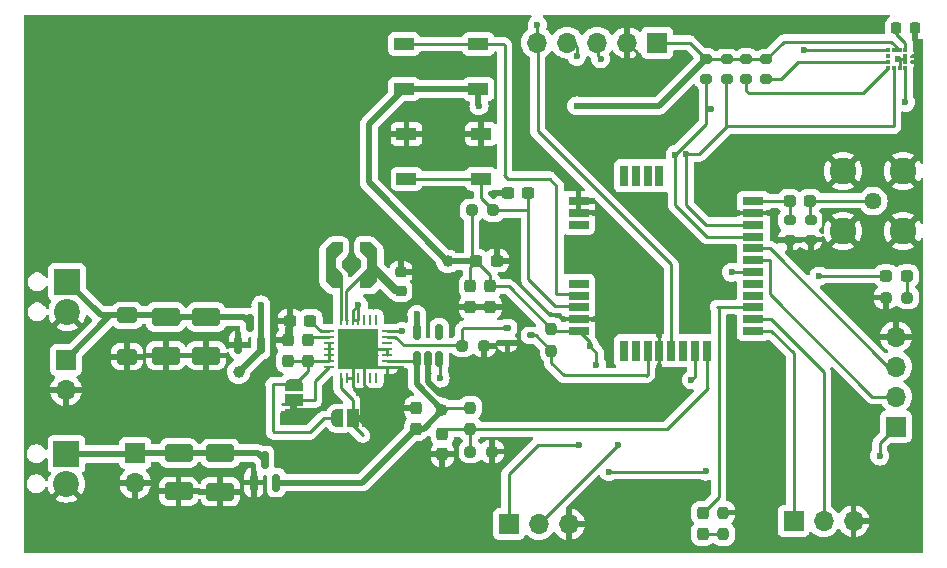
<source format=gbr>
%TF.GenerationSoftware,KiCad,Pcbnew,8.0.8*%
%TF.CreationDate,2025-02-24T17:42:22-08:00*%
%TF.ProjectId,all_in_one,616c6c5f-696e-45f6-9f6e-652e6b696361,rev?*%
%TF.SameCoordinates,Original*%
%TF.FileFunction,Copper,L1,Top*%
%TF.FilePolarity,Positive*%
%FSLAX46Y46*%
G04 Gerber Fmt 4.6, Leading zero omitted, Abs format (unit mm)*
G04 Created by KiCad (PCBNEW 8.0.8) date 2025-02-24 17:42:22*
%MOMM*%
%LPD*%
G01*
G04 APERTURE LIST*
G04 Aperture macros list*
%AMRoundRect*
0 Rectangle with rounded corners*
0 $1 Rounding radius*
0 $2 $3 $4 $5 $6 $7 $8 $9 X,Y pos of 4 corners*
0 Add a 4 corners polygon primitive as box body*
4,1,4,$2,$3,$4,$5,$6,$7,$8,$9,$2,$3,0*
0 Add four circle primitives for the rounded corners*
1,1,$1+$1,$2,$3*
1,1,$1+$1,$4,$5*
1,1,$1+$1,$6,$7*
1,1,$1+$1,$8,$9*
0 Add four rect primitives between the rounded corners*
20,1,$1+$1,$2,$3,$4,$5,0*
20,1,$1+$1,$4,$5,$6,$7,0*
20,1,$1+$1,$6,$7,$8,$9,0*
20,1,$1+$1,$8,$9,$2,$3,0*%
%AMFreePoly0*
4,1,21,1.015035,1.945035,1.015050,1.945000,1.015050,1.170000,1.015036,1.169965,0.435050,0.574979,0.435050,-0.574979,1.015036,-1.169965,1.015050,-1.170000,1.015050,-1.945000,1.015035,-1.945035,1.015000,-1.945050,0.125000,-1.945050,0.124965,-1.945036,-0.435035,-1.395036,-0.435050,-1.395000,-0.435050,1.395000,-0.435035,1.395035,0.114965,1.945035,0.115000,1.945050,1.015000,1.945050,
1.015035,1.945035,1.015035,1.945035,$1*%
%AMFreePoly1*
4,1,22,-0.114965,1.945035,0.435035,1.395035,0.435050,1.395000,0.435050,-1.395000,0.435035,-1.395035,0.435035,-1.395036,-0.124965,-1.945036,-0.125000,-1.945050,-1.015000,-1.945050,-1.015035,-1.945035,-1.015050,-1.945000,-1.015050,-1.170000,-1.015036,-1.169965,-0.435050,-0.574979,-0.435050,0.574979,-1.015036,1.169965,-1.015050,1.170000,-1.015050,1.945000,-1.015035,1.945035,-1.015000,1.945050,
-0.115000,1.945050,-0.114965,1.945035,-0.114965,1.945035,$1*%
%AMFreePoly2*
4,1,19,0.550000,-0.750000,0.000000,-0.750000,0.000000,-0.744911,-0.071157,-0.744911,-0.207708,-0.704816,-0.327430,-0.627875,-0.420627,-0.520320,-0.479746,-0.390866,-0.500000,-0.250000,-0.500000,0.250000,-0.479746,0.390866,-0.420627,0.520320,-0.327430,0.627875,-0.207708,0.704816,-0.071157,0.744911,0.000000,0.744911,0.000000,0.750000,0.550000,0.750000,0.550000,-0.750000,0.550000,-0.750000,
$1*%
%AMFreePoly3*
4,1,19,0.000000,0.744911,0.071157,0.744911,0.207708,0.704816,0.327430,0.627875,0.420627,0.520320,0.479746,0.390866,0.500000,0.250000,0.500000,-0.250000,0.479746,-0.390866,0.420627,-0.520320,0.327430,-0.627875,0.207708,-0.704816,0.071157,-0.744911,0.000000,-0.744911,0.000000,-0.750000,-0.550000,-0.750000,-0.550000,0.750000,0.000000,0.750000,0.000000,0.744911,0.000000,0.744911,
$1*%
G04 Aperture macros list end*
%TA.AperFunction,EtchedComponent*%
%ADD10C,0.000000*%
%TD*%
%TA.AperFunction,SMDPad,CuDef*%
%ADD11R,1.700000X1.000000*%
%TD*%
%TA.AperFunction,ComponentPad*%
%ADD12O,1.700000X1.700000*%
%TD*%
%TA.AperFunction,ComponentPad*%
%ADD13R,1.700000X1.700000*%
%TD*%
%TA.AperFunction,SMDPad,CuDef*%
%ADD14RoundRect,0.237500X-0.250000X-0.237500X0.250000X-0.237500X0.250000X0.237500X-0.250000X0.237500X0*%
%TD*%
%TA.AperFunction,SMDPad,CuDef*%
%ADD15RoundRect,0.150000X0.150000X-0.587500X0.150000X0.587500X-0.150000X0.587500X-0.150000X-0.587500X0*%
%TD*%
%TA.AperFunction,SMDPad,CuDef*%
%ADD16FreePoly0,180.000000*%
%TD*%
%TA.AperFunction,SMDPad,CuDef*%
%ADD17FreePoly1,180.000000*%
%TD*%
%TA.AperFunction,SMDPad,CuDef*%
%ADD18RoundRect,0.237500X-0.237500X0.250000X-0.237500X-0.250000X0.237500X-0.250000X0.237500X0.250000X0*%
%TD*%
%TA.AperFunction,SMDPad,CuDef*%
%ADD19C,1.000000*%
%TD*%
%TA.AperFunction,SMDPad,CuDef*%
%ADD20RoundRect,0.237500X-0.287500X-0.237500X0.287500X-0.237500X0.287500X0.237500X-0.287500X0.237500X0*%
%TD*%
%TA.AperFunction,SMDPad,CuDef*%
%ADD21RoundRect,0.250001X-0.924999X0.499999X-0.924999X-0.499999X0.924999X-0.499999X0.924999X0.499999X0*%
%TD*%
%TA.AperFunction,SMDPad,CuDef*%
%ADD22RoundRect,0.237500X0.237500X-0.300000X0.237500X0.300000X-0.237500X0.300000X-0.237500X-0.300000X0*%
%TD*%
%TA.AperFunction,SMDPad,CuDef*%
%ADD23RoundRect,0.237500X0.300000X0.237500X-0.300000X0.237500X-0.300000X-0.237500X0.300000X-0.237500X0*%
%TD*%
%TA.AperFunction,SMDPad,CuDef*%
%ADD24RoundRect,0.237500X0.237500X-0.287500X0.237500X0.287500X-0.237500X0.287500X-0.237500X-0.287500X0*%
%TD*%
%TA.AperFunction,SMDPad,CuDef*%
%ADD25FreePoly2,180.000000*%
%TD*%
%TA.AperFunction,SMDPad,CuDef*%
%ADD26R,1.000000X1.500000*%
%TD*%
%TA.AperFunction,SMDPad,CuDef*%
%ADD27FreePoly3,180.000000*%
%TD*%
%TA.AperFunction,ComponentPad*%
%ADD28C,1.440000*%
%TD*%
%TA.AperFunction,ComponentPad*%
%ADD29C,2.250000*%
%TD*%
%TA.AperFunction,SMDPad,CuDef*%
%ADD30RoundRect,0.062500X-0.337500X-0.062500X0.337500X-0.062500X0.337500X0.062500X-0.337500X0.062500X0*%
%TD*%
%TA.AperFunction,SMDPad,CuDef*%
%ADD31RoundRect,0.062500X-0.062500X-0.337500X0.062500X-0.337500X0.062500X0.337500X-0.062500X0.337500X0*%
%TD*%
%TA.AperFunction,HeatsinkPad*%
%ADD32R,3.350000X3.350000*%
%TD*%
%TA.AperFunction,SMDPad,CuDef*%
%ADD33RoundRect,0.112500X-0.237500X0.112500X-0.237500X-0.112500X0.237500X-0.112500X0.237500X0.112500X0*%
%TD*%
%TA.AperFunction,ComponentPad*%
%ADD34R,2.200000X2.200000*%
%TD*%
%TA.AperFunction,ComponentPad*%
%ADD35C,2.200000*%
%TD*%
%TA.AperFunction,SMDPad,CuDef*%
%ADD36R,1.800000X0.700000*%
%TD*%
%TA.AperFunction,SMDPad,CuDef*%
%ADD37R,0.700000X1.800000*%
%TD*%
%TA.AperFunction,SMDPad,CuDef*%
%ADD38RoundRect,0.250000X-0.600000X0.400000X-0.600000X-0.400000X0.600000X-0.400000X0.600000X0.400000X0*%
%TD*%
%TA.AperFunction,SMDPad,CuDef*%
%ADD39RoundRect,0.200000X-0.275000X0.200000X-0.275000X-0.200000X0.275000X-0.200000X0.275000X0.200000X0*%
%TD*%
%TA.AperFunction,SMDPad,CuDef*%
%ADD40RoundRect,0.225000X0.250000X-0.225000X0.250000X0.225000X-0.250000X0.225000X-0.250000X-0.225000X0*%
%TD*%
%TA.AperFunction,SMDPad,CuDef*%
%ADD41FreePoly2,90.000000*%
%TD*%
%TA.AperFunction,SMDPad,CuDef*%
%ADD42R,1.500000X1.000000*%
%TD*%
%TA.AperFunction,SMDPad,CuDef*%
%ADD43FreePoly3,90.000000*%
%TD*%
%TA.AperFunction,SMDPad,CuDef*%
%ADD44RoundRect,0.237500X0.287500X0.237500X-0.287500X0.237500X-0.287500X-0.237500X0.287500X-0.237500X0*%
%TD*%
%TA.AperFunction,SMDPad,CuDef*%
%ADD45RoundRect,0.237500X-0.300000X-0.237500X0.300000X-0.237500X0.300000X0.237500X-0.300000X0.237500X0*%
%TD*%
%TA.AperFunction,SMDPad,CuDef*%
%ADD46RoundRect,0.237500X-0.237500X0.300000X-0.237500X-0.300000X0.237500X-0.300000X0.237500X0.300000X0*%
%TD*%
%TA.AperFunction,SMDPad,CuDef*%
%ADD47RoundRect,0.225000X-0.225000X-0.250000X0.225000X-0.250000X0.225000X0.250000X-0.225000X0.250000X0*%
%TD*%
%TA.AperFunction,SMDPad,CuDef*%
%ADD48R,0.376682X0.351536*%
%TD*%
%TA.AperFunction,SMDPad,CuDef*%
%ADD49R,0.351536X0.376682*%
%TD*%
%TA.AperFunction,SMDPad,CuDef*%
%ADD50RoundRect,0.150000X0.150000X-0.512500X0.150000X0.512500X-0.150000X0.512500X-0.150000X-0.512500X0*%
%TD*%
%TA.AperFunction,ViaPad*%
%ADD51C,0.600000*%
%TD*%
%TA.AperFunction,Conductor*%
%ADD52C,0.250000*%
%TD*%
%TA.AperFunction,Conductor*%
%ADD53C,0.500000*%
%TD*%
%TA.AperFunction,Conductor*%
%ADD54C,0.200000*%
%TD*%
G04 APERTURE END LIST*
D10*
%TA.AperFunction,EtchedComponent*%
%TO.C,JP1*%
G36*
X70730000Y-50650000D02*
G01*
X70230000Y-50650000D01*
X70230000Y-50050000D01*
X70730000Y-50050000D01*
X70730000Y-50650000D01*
G37*
%TD.AperFunction*%
%TA.AperFunction,EtchedComponent*%
%TO.C,JP2*%
G36*
X65120000Y-49690000D02*
G01*
X64520000Y-49690000D01*
X64520000Y-49190000D01*
X65120000Y-49190000D01*
X65120000Y-49690000D01*
G37*
%TD.AperFunction*%
%TD*%
D11*
%TO.P,SW1,1,1*%
%TO.N,GND*%
X74380000Y-26260000D03*
X80680000Y-26260000D03*
%TO.P,SW1,2,2*%
%TO.N,/RST*%
X74380000Y-30060000D03*
X80680000Y-30060000D03*
%TD*%
D12*
%TO.P,J5,5,Pin_5*%
%TO.N,/INT*%
X85450000Y-18540000D03*
%TO.P,J5,4,Pin_4*%
%TO.N,/SCL*%
X87990000Y-18540000D03*
%TO.P,J5,3,Pin_3*%
%TO.N,/SDA*%
X90530000Y-18540000D03*
%TO.P,J5,2,Pin_2*%
%TO.N,GND*%
X93070000Y-18540000D03*
D13*
%TO.P,J5,1,Pin_1*%
%TO.N,+3V3*%
X95610000Y-18540000D03*
%TD*%
D14*
%TO.P,R9,1*%
%TO.N,GND*%
X114957500Y-40120000D03*
%TO.P,R9,2*%
%TO.N,Net-(D3-K)*%
X116782500Y-40120000D03*
%TD*%
D15*
%TO.P,Q2,1,G*%
%TO.N,GND*%
X61450000Y-55785000D03*
%TO.P,Q2,2,S*%
%TO.N,/BATT+*%
X63350000Y-55785000D03*
%TO.P,Q2,3,D*%
%TO.N,Net-(J3-Pin_1)*%
X62400000Y-53910000D03*
%TD*%
D14*
%TO.P,R2,1*%
%TO.N,/BATT_MEAS*%
X79797500Y-53160000D03*
%TO.P,R2,2*%
%TO.N,GND*%
X81622500Y-53160000D03*
%TD*%
D16*
%TO.P,L1,1*%
%TO.N,Net-(U1-BUFSRC)*%
X71490000Y-37400000D03*
D17*
%TO.P,L1,2*%
%TO.N,Net-(U1-SWBOOST)*%
X67960000Y-37400000D03*
%TD*%
D18*
%TO.P,R8,1*%
%TO.N,GND*%
X101200000Y-58325000D03*
%TO.P,R8,2*%
%TO.N,Net-(D2-K)*%
X101200000Y-60150000D03*
%TD*%
D19*
%TO.P,TP1,1,1*%
%TO.N,/SOLAR+*%
X60170000Y-46430000D03*
%TD*%
D20*
%TO.P,L3,1*%
%TO.N,/RF*%
X106815000Y-31935000D03*
%TO.P,L3,2*%
%TO.N,Net-(J8-In)*%
X108565000Y-31935000D03*
%TD*%
D19*
%TO.P,TP2,1,1*%
%TO.N,/BATT+*%
X77420000Y-49630000D03*
%TD*%
D21*
%TO.P,C2,1*%
%TO.N,Net-(J3-Pin_1)*%
X55080000Y-53290000D03*
%TO.P,C2,2*%
%TO.N,GND*%
X55080000Y-56540000D03*
%TD*%
D22*
%TO.P,C12,1*%
%TO.N,GND*%
X81450000Y-40902500D03*
%TO.P,C12,2*%
%TO.N,+3V3*%
X81450000Y-39177500D03*
%TD*%
D23*
%TO.P,C7,1*%
%TO.N,Net-(U1-BOOST)*%
X66240000Y-42080000D03*
%TO.P,C7,2*%
%TO.N,GND*%
X64515000Y-42080000D03*
%TD*%
D21*
%TO.P,C4,1*%
%TO.N,Net-(J3-Pin_1)*%
X58620000Y-53310000D03*
%TO.P,C4,2*%
%TO.N,GND*%
X58620000Y-56560000D03*
%TD*%
D24*
%TO.P,D2,1,K*%
%TO.N,Net-(D2-K)*%
X99470000Y-60107500D03*
%TO.P,D2,2,A*%
%TO.N,/LED0*%
X99470000Y-58357500D03*
%TD*%
D25*
%TO.P,JP1,1,A*%
%TO.N,GND*%
X71130000Y-50350000D03*
D26*
%TO.P,JP1,2,C*%
%TO.N,/SELMPP0*%
X69830000Y-50350000D03*
D27*
%TO.P,JP1,3,B*%
%TO.N,/BUCK*%
X68530000Y-50350000D03*
%TD*%
D28*
%TO.P,J8,1,In*%
%TO.N,Net-(J8-In)*%
X113890000Y-31950000D03*
D29*
%TO.P,J8,2,Ext*%
%TO.N,GND*%
X111350000Y-29410000D03*
X111350000Y-34490000D03*
X116430000Y-29410000D03*
X116430000Y-34490000D03*
%TD*%
D30*
%TO.P,U1,1,BOOST*%
%TO.N,Net-(U1-BOOST)*%
X67860000Y-42970000D03*
%TO.P,U1,2,SWBUCK*%
%TO.N,Net-(U1-SWBUCK)*%
X67860000Y-43470000D03*
%TO.P,U1,3,BUCK*%
%TO.N,/BUCK*%
X67860000Y-43970000D03*
%TO.P,U1,4,CFG[2]*%
X67860000Y-44470000D03*
%TO.P,U1,5,CFG[1]*%
X67860000Y-44970000D03*
%TO.P,U1,6,CFG[0]*%
X67860000Y-45470000D03*
%TO.P,U1,7,SELMPP[1]*%
%TO.N,/SELMPP1*%
X67860000Y-45970000D03*
D31*
%TO.P,U1,8,SELMPP[0]*%
%TO.N,/SELMPP0*%
X68810000Y-46920000D03*
%TO.P,U1,9,FB_PRIM_D*%
%TO.N,GND*%
X69310000Y-46920000D03*
%TO.P,U1,10,FB_PRIM_U*%
X69810000Y-46920000D03*
%TO.P,U1,11,LVOUT*%
%TO.N,unconnected-(U1-LVOUT-Pad11)*%
X70310000Y-46920000D03*
%TO.P,U1,12,ENHV*%
%TO.N,GND*%
X70810000Y-46920000D03*
%TO.P,U1,13,FB_HV*%
%TO.N,unconnected-(U1-FB_HV-Pad13)*%
X71310000Y-46920000D03*
%TO.P,U1,14,HVOUT*%
%TO.N,unconnected-(U1-HVOUT-Pad14)*%
X71810000Y-46920000D03*
D30*
%TO.P,U1,15,BAL*%
%TO.N,GND*%
X72760000Y-45970000D03*
%TO.P,U1,16,BATT*%
%TO.N,/BATT+*%
X72760000Y-45470000D03*
%TO.P,U1,17,PRIM*%
%TO.N,GND*%
X72760000Y-44970000D03*
%TO.P,U1,18,ENLV*%
X72760000Y-44470000D03*
%TO.P,U1,19,STATUS[2]*%
%TO.N,unconnected-(U1-STATUS[2]-Pad19)*%
X72760000Y-43970000D03*
%TO.P,U1,20,STATUS[1]*%
%TO.N,/PWR_STATUS*%
X72760000Y-43470000D03*
%TO.P,U1,21,STATUS[0]*%
%TO.N,/LDO_EN*%
X72760000Y-42970000D03*
D31*
%TO.P,U1,22,SET_OVCH*%
%TO.N,unconnected-(U1-SET_OVCH-Pad22)*%
X71810000Y-42020000D03*
%TO.P,U1,23,SET_CHRDY*%
%TO.N,unconnected-(U1-SET_CHRDY-Pad23)*%
X71310000Y-42020000D03*
%TO.P,U1,24,SET_OVDIS*%
%TO.N,unconnected-(U1-SET_OVDIS-Pad24)*%
X70810000Y-42020000D03*
%TO.P,U1,25,SRC*%
%TO.N,/SOLAR+*%
X70310000Y-42020000D03*
%TO.P,U1,26,FB_COLD*%
X69810000Y-42020000D03*
%TO.P,U1,27,BUFSRC*%
%TO.N,Net-(U1-BUFSRC)*%
X69310000Y-42020000D03*
%TO.P,U1,28,SWBOOST*%
%TO.N,Net-(U1-SWBOOST)*%
X68810000Y-42020000D03*
D32*
%TO.P,U1,29,GND*%
%TO.N,GND*%
X70310000Y-44470000D03*
%TD*%
D33*
%TO.P,Q3,1,G*%
%TO.N,/PWR_STATUS*%
X82920000Y-42670000D03*
%TO.P,Q3,2,S*%
%TO.N,GND*%
X82920000Y-43970000D03*
%TO.P,Q3,3,D*%
%TO.N,Net-(Q3-D)*%
X84920000Y-43320000D03*
%TD*%
D34*
%TO.P,J4,1,Pin_1*%
%TO.N,Net-(J3-Pin_1)*%
X45590000Y-53350000D03*
D35*
%TO.P,J4,2,Pin_2*%
%TO.N,GND*%
X45590000Y-55890000D03*
%TD*%
D15*
%TO.P,Q1,1,G*%
%TO.N,GND*%
X60150000Y-44120000D03*
%TO.P,Q1,2,S*%
%TO.N,/SOLAR+*%
X62050000Y-44120000D03*
%TO.P,Q1,3,D*%
%TO.N,Net-(D1-K)*%
X61100000Y-42245000D03*
%TD*%
D14*
%TO.P,R5,1*%
%TO.N,+3V3*%
X79907500Y-32730000D03*
%TO.P,R5,2*%
%TO.N,/RST*%
X81732500Y-32730000D03*
%TD*%
D21*
%TO.P,C3,1*%
%TO.N,Net-(D1-K)*%
X57440000Y-41780000D03*
%TO.P,C3,2*%
%TO.N,GND*%
X57440000Y-45030000D03*
%TD*%
D18*
%TO.P,R1,1*%
%TO.N,/BATT+*%
X79790000Y-49437500D03*
%TO.P,R1,2*%
%TO.N,/BATT_MEAS*%
X79790000Y-51262500D03*
%TD*%
D36*
%TO.P,U3,1,UART2_RX/PA3*%
%TO.N,/RXD2*%
X103745000Y-42955000D03*
%TO.P,U3,2,UART2_TX/PA2*%
%TO.N,/TXD2*%
X103745000Y-41955000D03*
%TO.P,U3,3,PA15/ADC5*%
%TO.N,/LED0*%
X103745000Y-40955000D03*
%TO.P,U3,4,UART1_TX/PB6*%
%TO.N,unconnected-(U3-UART1_TX{slash}PB6-Pad4)*%
X103745000Y-39955000D03*
%TO.P,U3,5,UART1_RX/PB7*%
%TO.N,unconnected-(U3-UART1_RX{slash}PB7-Pad5)*%
X103745000Y-38955000D03*
%TO.P,U3,6,PA1*%
%TO.N,/LED1*%
X103745000Y-37955000D03*
%TO.P,U3,7,SWDIO/PA13*%
%TO.N,/SWDIO*%
X103745000Y-36955000D03*
%TO.P,U3,8,SWCLK/PA14*%
%TO.N,/SWCLK*%
X103745000Y-35955000D03*
%TO.P,U3,9,SCL/PA12*%
%TO.N,/SCL*%
X103745000Y-34955000D03*
%TO.P,U3,10,SDA/PA11*%
%TO.N,/SDA*%
X103745000Y-33955000D03*
%TO.P,U3,11,GND*%
%TO.N,GND*%
X103745000Y-32955000D03*
%TO.P,U3,12,RF*%
%TO.N,/RF*%
X103745000Y-31955000D03*
D37*
%TO.P,U3,13,MOSI/PA7*%
%TO.N,unconnected-(U3-MOSI{slash}PA7-Pad13)*%
X95790000Y-29820000D03*
%TO.P,U3,14,MISO/PA6*%
%TO.N,unconnected-(U3-MISO{slash}PA6-Pad14)*%
X94790000Y-29820000D03*
%TO.P,U3,15,SCK/PA5*%
%TO.N,unconnected-(U3-SCK{slash}PA5-Pad15)*%
X93790000Y-29820000D03*
%TO.P,U3,16,SS/PA4*%
%TO.N,unconnected-(U3-SS{slash}PA4-Pad16)*%
X92790000Y-29820000D03*
D36*
%TO.P,U3,17,GND*%
%TO.N,GND*%
X88945000Y-31955000D03*
%TO.P,U3,18,GND*%
X88945000Y-32955000D03*
%TO.P,U3,19,PA8*%
%TO.N,unconnected-(U3-PA8-Pad19)*%
X88945000Y-33955000D03*
%TO.P,U3,20,PA9*%
%TO.N,unconnected-(U3-PA9-Pad20)*%
X88945000Y-38955000D03*
%TO.P,U3,21,BOOT0*%
%TO.N,/BOOT*%
X88945000Y-39955000D03*
%TO.P,U3,22,RST*%
%TO.N,/RST*%
X88945000Y-40955000D03*
%TO.P,U3,23,GND*%
%TO.N,GND*%
X88945000Y-41955000D03*
%TO.P,U3,24,VCC*%
%TO.N,+3V3*%
X88945000Y-42955000D03*
D37*
%TO.P,U3,25,PA10/ADC4*%
%TO.N,unconnected-(U3-PA10{slash}ADC4-Pad25)*%
X92790000Y-44620000D03*
%TO.P,U3,26,PB2/ADC3*%
%TO.N,unconnected-(U3-PB2{slash}ADC3-Pad26)*%
X93790000Y-44620000D03*
%TO.P,U3,27,PB12*%
%TO.N,Net-(Q3-D)*%
X94790000Y-44620000D03*
%TO.P,U3,28,GND*%
%TO.N,GND*%
X95790000Y-44620000D03*
%TO.P,U3,29,PA0*%
%TO.N,/INT*%
X96790000Y-44620000D03*
%TO.P,U3,30,PB5*%
%TO.N,unconnected-(U3-PB5-Pad30)*%
X97790000Y-44620000D03*
%TO.P,U3,31,PB4/ADC2*%
%TO.N,/CDS*%
X98790000Y-44620000D03*
%TO.P,U3,32,PB3/ADC1*%
%TO.N,/BATT_MEAS*%
X99790000Y-44620000D03*
%TD*%
D38*
%TO.P,D1,1,K*%
%TO.N,Net-(D1-K)*%
X50730000Y-41630000D03*
%TO.P,D1,2,A*%
%TO.N,GND*%
X50730000Y-45130000D03*
%TD*%
D13*
%TO.P,J6,1,Pin_1*%
%TO.N,+3V3*%
X115820000Y-51050000D03*
D12*
%TO.P,J6,2,Pin_2*%
%TO.N,/SWDIO*%
X115820000Y-48510000D03*
%TO.P,J6,3,Pin_3*%
%TO.N,/SWCLK*%
X115820000Y-45970000D03*
%TO.P,J6,4,Pin_4*%
%TO.N,GND*%
X115820000Y-43430000D03*
%TD*%
D19*
%TO.P,TP3,1,1*%
%TO.N,+3V3*%
X77890000Y-37060000D03*
%TD*%
D39*
%TO.P,R13,1*%
%TO.N,+3V3*%
X103150000Y-19930000D03*
%TO.P,R13,2*%
%TO.N,/CS*%
X103150000Y-21580000D03*
%TD*%
%TO.P,R15,1*%
%TO.N,Net-(J8-In)*%
X108600000Y-33560000D03*
%TO.P,R15,2*%
%TO.N,GND*%
X108600000Y-35210000D03*
%TD*%
%TO.P,R14,1*%
%TO.N,/RF*%
X106820000Y-33565000D03*
%TO.P,R14,2*%
%TO.N,GND*%
X106820000Y-35215000D03*
%TD*%
D40*
%TO.P,C6,1*%
%TO.N,Net-(U1-BUFSRC)*%
X73905000Y-39535000D03*
%TO.P,C6,2*%
%TO.N,GND*%
X73905000Y-37985000D03*
%TD*%
D41*
%TO.P,JP2,1,A*%
%TO.N,GND*%
X64820000Y-50090000D03*
D42*
%TO.P,JP2,2,C*%
%TO.N,/SELMPP1*%
X64820000Y-48790000D03*
D43*
%TO.P,JP2,3,B*%
%TO.N,/BUCK*%
X64820000Y-47490000D03*
%TD*%
D14*
%TO.P,R3,1*%
%TO.N,/PWR_STATUS*%
X79120000Y-44190000D03*
%TO.P,R3,2*%
%TO.N,GND*%
X80945000Y-44190000D03*
%TD*%
D13*
%TO.P,J9,1,Pin_1*%
%TO.N,/RXD2*%
X107150000Y-59040000D03*
D12*
%TO.P,J9,2,Pin_2*%
%TO.N,/TXD2*%
X109690000Y-59040000D03*
%TO.P,J9,3,Pin_3*%
%TO.N,GND*%
X112230000Y-59040000D03*
%TD*%
D22*
%TO.P,C9,1*%
%TO.N,/BATT+*%
X75180000Y-51220000D03*
%TO.P,C9,2*%
%TO.N,GND*%
X75180000Y-49495000D03*
%TD*%
D11*
%TO.P,SW2,1,1*%
%TO.N,/BOOT*%
X74170000Y-18660000D03*
X80470000Y-18660000D03*
%TO.P,SW2,2,2*%
%TO.N,+3V3*%
X74170000Y-22460000D03*
X80470000Y-22460000D03*
%TD*%
D22*
%TO.P,C8,1*%
%TO.N,/BUCK*%
X64310000Y-45472500D03*
%TO.P,C8,2*%
%TO.N,GND*%
X64310000Y-43747500D03*
%TD*%
D44*
%TO.P,D3,1,K*%
%TO.N,Net-(D3-K)*%
X116740000Y-38300000D03*
%TO.P,D3,2,A*%
%TO.N,/LED1*%
X114990000Y-38300000D03*
%TD*%
D13*
%TO.P,J7,1,Pin_1*%
%TO.N,+3V3*%
X83050000Y-59290000D03*
D12*
%TO.P,J7,2,Pin_2*%
%TO.N,/CDS*%
X85590000Y-59290000D03*
%TO.P,J7,3,Pin_3*%
%TO.N,GND*%
X88130000Y-59290000D03*
%TD*%
D45*
%TO.P,C11,1*%
%TO.N,GND*%
X82955000Y-31270000D03*
%TO.P,C11,2*%
%TO.N,/RST*%
X84680000Y-31270000D03*
%TD*%
D22*
%TO.P,C13,1*%
%TO.N,GND*%
X79790000Y-40902500D03*
%TO.P,C13,2*%
%TO.N,+3V3*%
X79790000Y-39177500D03*
%TD*%
D46*
%TO.P,C5,1*%
%TO.N,/BATT_MEAS*%
X77420000Y-51677500D03*
%TO.P,C5,2*%
%TO.N,GND*%
X77420000Y-53402500D03*
%TD*%
D21*
%TO.P,C1,1*%
%TO.N,Net-(D1-K)*%
X54010000Y-41780000D03*
%TO.P,C1,2*%
%TO.N,GND*%
X54010000Y-45030000D03*
%TD*%
D24*
%TO.P,L2,1*%
%TO.N,/BUCK*%
X66000000Y-45480000D03*
%TO.P,L2,2*%
%TO.N,Net-(U1-SWBUCK)*%
X66000000Y-43730000D03*
%TD*%
D13*
%TO.P,J3,1,Pin_1*%
%TO.N,Net-(J3-Pin_1)*%
X51420000Y-53280000D03*
D12*
%TO.P,J3,2,Pin_2*%
%TO.N,GND*%
X51420000Y-55820000D03*
%TD*%
D39*
%TO.P,R10,1*%
%TO.N,+3V3*%
X101490000Y-19940000D03*
%TO.P,R10,2*%
%TO.N,/SDA*%
X101490000Y-21590000D03*
%TD*%
D18*
%TO.P,R4,1*%
%TO.N,+3V3*%
X86640000Y-42797500D03*
%TO.P,R4,2*%
%TO.N,Net-(Q3-D)*%
X86640000Y-44622500D03*
%TD*%
D39*
%TO.P,R11,1*%
%TO.N,+3V3*%
X99740000Y-19930000D03*
%TO.P,R11,2*%
%TO.N,/SCL*%
X99740000Y-21580000D03*
%TD*%
D13*
%TO.P,J1,1,Pin_1*%
%TO.N,Net-(D1-K)*%
X45540000Y-45400000D03*
D12*
%TO.P,J1,2,Pin_2*%
%TO.N,GND*%
X45540000Y-47940000D03*
%TD*%
D47*
%TO.P,C14,1*%
%TO.N,Net-(U4-C1)*%
X115865000Y-17290000D03*
%TO.P,C14,2*%
%TO.N,GND*%
X117415000Y-17290000D03*
%TD*%
D34*
%TO.P,J2,1,Pin_1*%
%TO.N,Net-(D1-K)*%
X45650000Y-38800000D03*
D35*
%TO.P,J2,2,Pin_2*%
%TO.N,GND*%
X45650000Y-41340000D03*
%TD*%
D48*
%TO.P,U4,1,SCL/SPC*%
%TO.N,/SCL*%
X116630002Y-20700002D03*
%TO.P,U4,2,RES*%
%TO.N,GND*%
X116630002Y-20200001D03*
%TO.P,U4,3,GND*%
X116630002Y-19700001D03*
%TO.P,U4,4,C1*%
%TO.N,Net-(U4-C1)*%
X116630002Y-19200000D03*
D49*
%TO.P,U4,5,VDD*%
%TO.N,+3V3*%
X116130001Y-19200000D03*
%TO.P,U4,6,VDD_IO*%
X115630001Y-19200000D03*
D48*
%TO.P,U4,7,INT*%
%TO.N,/INT*%
X115130000Y-19200000D03*
%TO.P,U4,8,DRDY*%
%TO.N,unconnected-(U4-DRDY-Pad8)*%
X115130000Y-19700001D03*
%TO.P,U4,9,SDO/SA1*%
%TO.N,/SDO*%
X115130000Y-20200001D03*
%TO.P,U4,10,CS*%
%TO.N,/CS*%
X115130000Y-20700002D03*
D49*
%TO.P,U4,11,SDA/SDI/SDO*%
%TO.N,/SDA*%
X115630001Y-20700002D03*
%TO.P,U4,12,RES*%
%TO.N,GND*%
X116130001Y-20700002D03*
%TD*%
D45*
%TO.P,C10,1*%
%TO.N,+3V3*%
X80287500Y-37010000D03*
%TO.P,C10,2*%
%TO.N,GND*%
X82012500Y-37010000D03*
%TD*%
D50*
%TO.P,U2,1,VIN*%
%TO.N,/BATT+*%
X75260000Y-45320000D03*
%TO.P,U2,2,VSS*%
%TO.N,GND*%
X76210000Y-45320000D03*
%TO.P,U2,3,CE*%
%TO.N,/LDO_EN*%
X77160000Y-45320000D03*
%TO.P,U2,4,NC*%
%TO.N,unconnected-(U2-NC-Pad4)*%
X77160000Y-43045000D03*
%TO.P,U2,5,VOUT*%
%TO.N,+3V3*%
X75260000Y-43045000D03*
%TD*%
D39*
%TO.P,R12,1*%
%TO.N,+3V3*%
X104860000Y-19965000D03*
%TO.P,R12,2*%
%TO.N,/SDO*%
X104860000Y-21615000D03*
%TD*%
D51*
%TO.N,GND*%
X75710000Y-38510000D03*
X64200000Y-38340000D03*
X74070000Y-35630000D03*
X70530000Y-33900000D03*
X66830000Y-33900000D03*
X64290000Y-35710000D03*
X92900000Y-26640000D03*
X88830000Y-26640000D03*
X96460000Y-60090000D03*
X92670000Y-59980000D03*
X72190000Y-52180000D03*
X69730000Y-53680000D03*
X66880000Y-53780000D03*
X76010000Y-54560000D03*
X73770000Y-56440000D03*
X71140000Y-58650000D03*
X67830000Y-58730000D03*
X64690000Y-58600000D03*
X45370000Y-59920000D03*
X45590000Y-33510000D03*
X61640000Y-59920000D03*
X58130000Y-60030000D03*
X53910000Y-60030000D03*
X49580000Y-60030000D03*
X85780000Y-48010000D03*
X82310000Y-48010000D03*
X116500000Y-55940000D03*
X104480000Y-52910000D03*
X104230000Y-48820000D03*
X96700000Y-56890000D03*
X92650000Y-56890000D03*
X94380000Y-37790000D03*
X70380000Y-44540000D03*
%TO.N,+3V3*%
X114450000Y-53540000D03*
X99700000Y-54820000D03*
X91520000Y-54860000D03*
X90460000Y-45800000D03*
%TO.N,GND*%
X78230000Y-48250000D03*
X117680000Y-18960000D03*
X116000000Y-19950000D03*
X93860000Y-20760000D03*
X83000000Y-16620000D03*
X70360000Y-48220000D03*
X53440000Y-39060000D03*
X61500000Y-50270000D03*
X108770000Y-29110000D03*
X107070000Y-29110000D03*
X50480000Y-49960000D03*
X109010000Y-36750000D03*
X107370000Y-36720000D03*
X105420000Y-33030000D03*
X58150000Y-39060000D03*
X67950000Y-48180000D03*
X42820000Y-45180000D03*
X42740000Y-47760000D03*
X53200000Y-50040000D03*
X72100000Y-40550000D03*
X50440000Y-47730000D03*
X72060000Y-48220000D03*
X74070000Y-41030000D03*
X55770000Y-38990000D03*
X105440000Y-30760000D03*
X74110000Y-48220000D03*
X51140000Y-39040000D03*
X81840000Y-31330000D03*
X57620000Y-47720000D03*
X57670000Y-50270000D03*
X60590000Y-38960000D03*
X61530000Y-47720000D03*
X53140000Y-47720000D03*
X105400000Y-29110000D03*
%TO.N,+3V3*%
X89910000Y-44230000D03*
X77845000Y-37015000D03*
X75260000Y-41552500D03*
X80520000Y-23890000D03*
X88970000Y-52570000D03*
X88790000Y-23890000D03*
%TO.N,/LED1*%
X109300000Y-38300000D03*
X101900000Y-37980000D03*
%TO.N,/SCL*%
X97120000Y-28030000D03*
X116630000Y-23590000D03*
X88810000Y-19700000D03*
X100200000Y-24120000D03*
%TO.N,/SDA*%
X90810000Y-19920000D03*
X98080000Y-27990000D03*
%TO.N,/INT*%
X108060000Y-19190000D03*
X85450000Y-17020000D03*
%TO.N,/CDS*%
X92260000Y-52580000D03*
X98510000Y-47090000D03*
%TO.N,/SOLAR+*%
X70310000Y-40750000D03*
X62060000Y-40740000D03*
%TO.N,/LDO_EN*%
X77230000Y-46940000D03*
X74040000Y-42980000D03*
%TD*%
D52*
%TO.N,GND*%
X70380000Y-44540000D02*
X70310000Y-44470000D01*
%TO.N,/BOOT*%
X74170000Y-18660000D02*
X80470000Y-18660000D01*
%TO.N,+3V3*%
X114450000Y-52420000D02*
X115820000Y-51050000D01*
X114450000Y-53540000D02*
X114450000Y-52420000D01*
X99660000Y-54860000D02*
X99700000Y-54820000D01*
X91520000Y-54860000D02*
X99660000Y-54860000D01*
X90460000Y-44780000D02*
X90460000Y-45800000D01*
X89910000Y-44230000D02*
X90460000Y-44780000D01*
X79907500Y-36630000D02*
X80287500Y-37010000D01*
X79907500Y-32730000D02*
X79907500Y-36630000D01*
D53*
%TO.N,GND*%
X76210000Y-47270000D02*
X77190000Y-48250000D01*
X76210000Y-45320000D02*
X76210000Y-47270000D01*
X77190000Y-48250000D02*
X78230000Y-48250000D01*
D52*
X78210000Y-48270000D02*
X78230000Y-48250000D01*
X116130001Y-20080001D02*
X116000000Y-19950000D01*
X116130001Y-20700002D02*
X116130001Y-20080001D01*
X116380001Y-19950000D02*
X116000000Y-19950000D01*
X116630002Y-20200001D02*
X116380001Y-19950000D01*
X116630002Y-19700001D02*
X116630002Y-20200001D01*
X116380003Y-19950000D02*
X116630002Y-19700001D01*
X116000000Y-19950000D02*
X116380003Y-19950000D01*
D53*
%TO.N,/SOLAR+*%
X62050000Y-44550000D02*
X60170000Y-46430000D01*
X62050000Y-44120000D02*
X62050000Y-44550000D01*
%TO.N,Net-(D1-K)*%
X60635000Y-41780000D02*
X61100000Y-42245000D01*
X57440000Y-41780000D02*
X60635000Y-41780000D01*
X54010000Y-41780000D02*
X57440000Y-41780000D01*
X50730000Y-41630000D02*
X53860000Y-41630000D01*
X53860000Y-41630000D02*
X54010000Y-41780000D01*
D52*
%TO.N,/SELMPP1*%
X64500000Y-49110000D02*
X63800000Y-49110000D01*
X64820000Y-48790000D02*
X64500000Y-49110000D01*
%TO.N,/SELMPP0*%
X69830000Y-50930000D02*
X70690000Y-51790000D01*
X69830000Y-50350000D02*
X69830000Y-50930000D01*
%TO.N,GND*%
X93860000Y-19330000D02*
X93070000Y-18540000D01*
X93860000Y-20760000D02*
X93860000Y-19330000D01*
%TO.N,+3V3*%
X98350000Y-18540000D02*
X99740000Y-19930000D01*
X95610000Y-18540000D02*
X98350000Y-18540000D01*
D53*
%TO.N,Net-(D1-K)*%
X50730000Y-41630000D02*
X49310000Y-41630000D01*
X54900000Y-41630000D02*
X55180000Y-41910000D01*
X49310000Y-41630000D02*
X45540000Y-45400000D01*
X50730000Y-41630000D02*
X48480000Y-41630000D01*
X48480000Y-41630000D02*
X45650000Y-38800000D01*
D52*
%TO.N,GND*%
X72760000Y-45970000D02*
X71810000Y-45970000D01*
X70810000Y-47550000D02*
X71530000Y-48270000D01*
X71810000Y-45970000D02*
X70380000Y-44540000D01*
X72760000Y-44470000D02*
X70310000Y-44470000D01*
X70810000Y-44970000D02*
X70310000Y-44470000D01*
X69810000Y-46920000D02*
X69810000Y-47670000D01*
X72760000Y-45970000D02*
X74020000Y-45970000D01*
X69310000Y-46920000D02*
X69810000Y-46920000D01*
X72010000Y-48270000D02*
X72060000Y-48220000D01*
X69810000Y-47670000D02*
X70360000Y-48220000D01*
X70810000Y-46920000D02*
X70810000Y-47550000D01*
X74110000Y-46060000D02*
X74110000Y-48220000D01*
X69810000Y-44970000D02*
X70310000Y-44470000D01*
X72760000Y-44970000D02*
X72760000Y-44470000D01*
X69810000Y-46920000D02*
X69810000Y-44970000D01*
X70810000Y-46920000D02*
X70810000Y-44970000D01*
X71530000Y-48270000D02*
X72010000Y-48270000D01*
X74020000Y-45970000D02*
X74110000Y-46060000D01*
D53*
%TO.N,Net-(J3-Pin_1)*%
X55080000Y-53290000D02*
X55100000Y-53310000D01*
X51350000Y-53350000D02*
X51420000Y-53280000D01*
X55100000Y-53310000D02*
X58620000Y-53310000D01*
X51420000Y-53280000D02*
X55070000Y-53280000D01*
X58620000Y-53310000D02*
X61800000Y-53310000D01*
X45590000Y-53350000D02*
X51350000Y-53350000D01*
X55070000Y-53280000D02*
X55080000Y-53290000D01*
X61800000Y-53310000D02*
X62400000Y-53910000D01*
D52*
%TO.N,/BATT_MEAS*%
X96397500Y-51262500D02*
X99870000Y-47790000D01*
X77835000Y-51262500D02*
X77420000Y-51677500D01*
X79790000Y-51262500D02*
X79790000Y-53152500D01*
X79790000Y-53152500D02*
X79797500Y-53160000D01*
X79790000Y-51262500D02*
X77835000Y-51262500D01*
X99870000Y-47790000D02*
X99790000Y-47710000D01*
X79790000Y-51262500D02*
X96397500Y-51262500D01*
X99790000Y-47710000D02*
X99790000Y-44620000D01*
%TO.N,Net-(U1-BUFSRC)*%
X71490000Y-37820000D02*
X73360000Y-39690000D01*
X69300000Y-42010000D02*
X69300000Y-39590000D01*
X69310000Y-42020000D02*
X69300000Y-42010000D01*
X71490000Y-38760000D02*
X71490000Y-37400000D01*
X71490000Y-37400000D02*
X71490000Y-37820000D01*
X73625000Y-39535000D02*
X73905000Y-39535000D01*
X69300000Y-39590000D02*
X71490000Y-37400000D01*
D53*
X71490000Y-37400000D02*
X73625000Y-39535000D01*
D52*
%TO.N,Net-(U1-BOOST)*%
X67130000Y-42970000D02*
X67860000Y-42970000D01*
X66240000Y-42080000D02*
X67130000Y-42970000D01*
%TO.N,/BUCK*%
X67370000Y-50350000D02*
X66180000Y-51540000D01*
X66000000Y-46310000D02*
X64820000Y-47490000D01*
X63170000Y-51540000D02*
X63070000Y-51440000D01*
X64800000Y-47470000D02*
X64820000Y-47490000D01*
X63050000Y-47470000D02*
X64800000Y-47470000D01*
X63070000Y-47490000D02*
X63050000Y-47470000D01*
X68530000Y-50350000D02*
X67370000Y-50350000D01*
X63070000Y-51440000D02*
X63070000Y-47490000D01*
X67850000Y-45480000D02*
X67860000Y-45470000D01*
X66000000Y-45480000D02*
X66000000Y-46310000D01*
X66000000Y-45480000D02*
X66130000Y-45480000D01*
X66180000Y-51540000D02*
X63170000Y-51540000D01*
X65992500Y-45472500D02*
X66000000Y-45480000D01*
X67860000Y-43970000D02*
X67860000Y-45470000D01*
X64310000Y-45472500D02*
X65992500Y-45472500D01*
X66130000Y-45480000D02*
X66220000Y-45390000D01*
X66000000Y-45480000D02*
X67850000Y-45480000D01*
%TO.N,/BATT+*%
X72760000Y-45470000D02*
X75110000Y-45470000D01*
D53*
X75180000Y-51220000D02*
X75830000Y-51220000D01*
D52*
X77612500Y-49437500D02*
X77420000Y-49630000D01*
D53*
X75260000Y-46550000D02*
X75260000Y-45320000D01*
X63350000Y-55785000D02*
X70615000Y-55785000D01*
X75830000Y-51220000D02*
X77420000Y-49630000D01*
X75260000Y-47470000D02*
X77420000Y-49630000D01*
D52*
X75110000Y-45470000D02*
X75260000Y-45320000D01*
D53*
X80030000Y-49517500D02*
X79917500Y-49630000D01*
D52*
X79790000Y-49437500D02*
X77612500Y-49437500D01*
D53*
X75260000Y-47470000D02*
X75260000Y-46550000D01*
X70615000Y-55785000D02*
X75180000Y-51220000D01*
D52*
%TO.N,+3V3*%
X83050000Y-59290000D02*
X83030000Y-59270000D01*
X79790000Y-39177500D02*
X79790000Y-37507500D01*
D53*
X80470000Y-22460000D02*
X80470000Y-23840000D01*
D52*
X86797500Y-42955000D02*
X88945000Y-42955000D01*
X81450000Y-39177500D02*
X81450000Y-38172500D01*
X101490000Y-19940000D02*
X103140000Y-19940000D01*
D53*
X80237500Y-37060000D02*
X80287500Y-37010000D01*
D52*
X85490000Y-52570000D02*
X88970000Y-52570000D01*
X103140000Y-19940000D02*
X103150000Y-19930000D01*
D53*
X95780000Y-23890000D02*
X99740000Y-19930000D01*
X71200000Y-25430000D02*
X74170000Y-22460000D01*
D52*
X99740000Y-19930000D02*
X101480000Y-19930000D01*
X103150000Y-19930000D02*
X104825000Y-19930000D01*
X83030000Y-55030000D02*
X85490000Y-52570000D01*
X101480000Y-19930000D02*
X101490000Y-19940000D01*
D53*
X75260000Y-41552500D02*
X75260000Y-41545000D01*
X75260000Y-43045000D02*
X75260000Y-41552500D01*
D52*
X75062500Y-43242500D02*
X75072500Y-43232500D01*
X106355000Y-18470000D02*
X115400001Y-18470000D01*
X86640000Y-42797500D02*
X86797500Y-42955000D01*
X104825000Y-19930000D02*
X104860000Y-19965000D01*
D53*
X71200000Y-30370000D02*
X71200000Y-25430000D01*
X75260000Y-41545000D02*
X75257500Y-41542500D01*
D52*
X89910000Y-43920000D02*
X88945000Y-42955000D01*
X115400001Y-18470000D02*
X116130001Y-19200000D01*
X89910000Y-44230000D02*
X89910000Y-43920000D01*
D53*
X77890000Y-37060000D02*
X77845000Y-37015000D01*
X77890000Y-37060000D02*
X80237500Y-37060000D01*
X95640000Y-18090000D02*
X95700000Y-18150000D01*
D52*
X83030000Y-59270000D02*
X83030000Y-55030000D01*
X81450000Y-39177500D02*
X83020000Y-39177500D01*
X83020000Y-39177500D02*
X86640000Y-42797500D01*
D53*
X80470000Y-23840000D02*
X80520000Y-23890000D01*
D52*
X81450000Y-38172500D02*
X80287500Y-37010000D01*
X104860000Y-19965000D02*
X106355000Y-18470000D01*
D53*
X88790000Y-23890000D02*
X95780000Y-23890000D01*
X77845000Y-37015000D02*
X71200000Y-30370000D01*
D52*
X116130001Y-19200000D02*
X115630001Y-19200000D01*
X79790000Y-37507500D02*
X80287500Y-37010000D01*
D53*
X74170000Y-22460000D02*
X80470000Y-22460000D01*
D52*
%TO.N,/RST*%
X74380000Y-30060000D02*
X80680000Y-30060000D01*
X84680000Y-32700000D02*
X84710000Y-32730000D01*
X84680000Y-38550000D02*
X86960000Y-40830000D01*
X80680000Y-30060000D02*
X80680000Y-31677500D01*
X84680000Y-31270000D02*
X84680000Y-32700000D01*
X81732500Y-32730000D02*
X84710000Y-32730000D01*
X84680000Y-32700000D02*
X84680000Y-38550000D01*
X88820000Y-40830000D02*
X88945000Y-40955000D01*
X80680000Y-31677500D02*
X81732500Y-32730000D01*
X86960000Y-40830000D02*
X88820000Y-40830000D01*
%TO.N,Net-(U4-C1)*%
X116630002Y-18560002D02*
X116630002Y-19200000D01*
X115865000Y-17290000D02*
X115865000Y-17795000D01*
X115865000Y-17795000D02*
X116630002Y-18560002D01*
X115865000Y-17290000D02*
X115890000Y-17290000D01*
%TO.N,/LED0*%
X103710000Y-40920000D02*
X103745000Y-40955000D01*
X100810000Y-57017500D02*
X100810000Y-41040000D01*
X100810000Y-41040000D02*
X100690000Y-40920000D01*
X99470000Y-58357500D02*
X100810000Y-57017500D01*
X100690000Y-40920000D02*
X103710000Y-40920000D01*
%TO.N,Net-(D2-K)*%
X101157500Y-60107500D02*
X101200000Y-60150000D01*
X99470000Y-60107500D02*
X101157500Y-60107500D01*
%TO.N,Net-(D3-K)*%
X116740000Y-38300000D02*
X116740000Y-40077500D01*
X116740000Y-40077500D02*
X116782500Y-40120000D01*
%TO.N,/LED1*%
X103420000Y-37730000D02*
X103420000Y-37700000D01*
X101900000Y-37980000D02*
X103720000Y-37980000D01*
X114990000Y-38300000D02*
X109300000Y-38300000D01*
X103720000Y-37980000D02*
X103745000Y-37955000D01*
%TO.N,/SCL*%
X99740000Y-24070000D02*
X99740000Y-25410000D01*
X99740000Y-25410000D02*
X97120000Y-28030000D01*
X103745000Y-34955000D02*
X99815000Y-34955000D01*
X88810000Y-19700000D02*
X88810000Y-18880000D01*
X116630000Y-20700004D02*
X116630000Y-23590000D01*
X99815000Y-34955000D02*
X97120000Y-32260000D01*
X88020000Y-18930000D02*
X88020000Y-18090000D01*
X99790000Y-24120000D02*
X99740000Y-24070000D01*
X100200000Y-24120000D02*
X99790000Y-24120000D01*
X88810000Y-18880000D02*
X88020000Y-18090000D01*
X116630002Y-20700002D02*
X116630000Y-20700004D01*
X99740000Y-21580000D02*
X99740000Y-24070000D01*
X97120000Y-32260000D02*
X97120000Y-28030000D01*
%TO.N,/SDA*%
X115620000Y-25640000D02*
X101510000Y-25640000D01*
X99160000Y-27990000D02*
X101470000Y-25680000D01*
X101510000Y-25640000D02*
X101470000Y-25680000D01*
X90810000Y-19920000D02*
X90560000Y-19670000D01*
X101470000Y-25680000D02*
X101470000Y-21610000D01*
X90530000Y-18120000D02*
X90560000Y-18090000D01*
X98080000Y-32300000D02*
X98080000Y-27990000D01*
X101470000Y-21610000D02*
X101490000Y-21590000D01*
X99840000Y-33955000D02*
X99685000Y-33955000D01*
X90560000Y-19670000D02*
X90560000Y-18090000D01*
X115630001Y-20700002D02*
X115620000Y-20710003D01*
X99840000Y-33955000D02*
X99735000Y-33955000D01*
X98080000Y-27990000D02*
X99160000Y-27990000D01*
X103745000Y-33955000D02*
X99840000Y-33955000D01*
X99735000Y-33955000D02*
X98080000Y-32300000D01*
X115620000Y-20710003D02*
X115620000Y-25640000D01*
%TO.N,/INT*%
X108070000Y-19200000D02*
X108060000Y-19190000D01*
X96790000Y-37320000D02*
X96790000Y-44620000D01*
X85480000Y-26010000D02*
X96790000Y-37320000D01*
X85480000Y-18570000D02*
X85450000Y-18540000D01*
X85450000Y-17020000D02*
X85450000Y-18540000D01*
X115130000Y-19200000D02*
X108070000Y-19200000D01*
X85480000Y-26010000D02*
X85480000Y-18570000D01*
%TO.N,/SWCLK*%
X105175000Y-35955000D02*
X115190000Y-45970000D01*
X103745000Y-35955000D02*
X105175000Y-35955000D01*
X115190000Y-45970000D02*
X115820000Y-45970000D01*
%TO.N,/CDS*%
X85590000Y-59290000D02*
X92260000Y-52620000D01*
X98790000Y-46810000D02*
X98790000Y-44620000D01*
X98510000Y-47090000D02*
X98790000Y-46810000D01*
X92260000Y-52620000D02*
X92260000Y-52580000D01*
%TO.N,Net-(J8-In)*%
X108565000Y-31935000D02*
X113875000Y-31935000D01*
X108565000Y-31935000D02*
X108565000Y-33525000D01*
X108565000Y-33525000D02*
X108600000Y-33560000D01*
X113875000Y-31935000D02*
X113890000Y-31950000D01*
%TO.N,/RXD2*%
X105265000Y-42955000D02*
X103745000Y-42955000D01*
X107150000Y-44840000D02*
X105265000Y-42955000D01*
X107150000Y-59040000D02*
X107150000Y-44840000D01*
%TO.N,/TXD2*%
X109690000Y-59040000D02*
X109690000Y-46410000D01*
X103770000Y-41930000D02*
X103745000Y-41955000D01*
X105210000Y-41930000D02*
X103770000Y-41930000D01*
X109690000Y-46410000D02*
X105210000Y-41930000D01*
%TO.N,/SELMPP0*%
X68810000Y-47810000D02*
X69830000Y-48830000D01*
X69830000Y-48830000D02*
X69830000Y-50350000D01*
X68810000Y-46920000D02*
X68810000Y-47810000D01*
%TO.N,/SELMPP1*%
X67860000Y-45970000D02*
X66630000Y-47200000D01*
X66630000Y-47200000D02*
X66630000Y-48820000D01*
X64850000Y-48820000D02*
X64820000Y-48790000D01*
X66630000Y-48820000D02*
X64850000Y-48820000D01*
%TO.N,Net-(U1-SWBOOST)*%
X68810000Y-38250000D02*
X67960000Y-37400000D01*
X68810000Y-42020000D02*
X68810000Y-38250000D01*
%TO.N,Net-(U1-SWBUCK)*%
X66000000Y-43710000D02*
X66050000Y-43660000D01*
X67860000Y-43470000D02*
X66260000Y-43470000D01*
X66000000Y-43730000D02*
X66000000Y-43710000D01*
X66260000Y-43470000D02*
X66000000Y-43730000D01*
%TO.N,/RF*%
X106795000Y-31955000D02*
X106815000Y-31935000D01*
X106815000Y-31935000D02*
X106815000Y-33560000D01*
D54*
X106780000Y-32005000D02*
X106810000Y-32035000D01*
D52*
X103745000Y-31955000D02*
X106795000Y-31955000D01*
X106815000Y-33560000D02*
X106820000Y-33565000D01*
X106755000Y-31995000D02*
X106815000Y-31935000D01*
%TO.N,/SOLAR+*%
X69810000Y-41250000D02*
X70310000Y-40750000D01*
X70310000Y-42020000D02*
X70310000Y-40750000D01*
X70310000Y-40750000D02*
X70300000Y-40740000D01*
X69810000Y-42020000D02*
X70310000Y-42020000D01*
D53*
X62060000Y-44110000D02*
X62050000Y-44120000D01*
X62060000Y-40740000D02*
X62060000Y-44110000D01*
D52*
X69810000Y-42020000D02*
X69810000Y-41250000D01*
%TO.N,/PWR_STATUS*%
X79120000Y-44190000D02*
X79430000Y-43880000D01*
X79120000Y-42820000D02*
X79120000Y-44190000D01*
X72760000Y-43470000D02*
X73430000Y-43470000D01*
X82920000Y-42670000D02*
X79270000Y-42670000D01*
X74130000Y-44170000D02*
X79100000Y-44170000D01*
X73430000Y-43470000D02*
X74130000Y-44170000D01*
X79100000Y-44170000D02*
X79120000Y-44190000D01*
X79270000Y-42670000D02*
X79120000Y-42820000D01*
%TO.N,Net-(Q3-D)*%
X86640000Y-44622500D02*
X86640000Y-45650000D01*
X94680000Y-44730000D02*
X94790000Y-44620000D01*
X94790000Y-46640000D02*
X94790000Y-44620000D01*
X85337500Y-43320000D02*
X86640000Y-44622500D01*
X86640000Y-45650000D02*
X87710000Y-46720000D01*
X87710000Y-46720000D02*
X94670000Y-46720000D01*
X94690000Y-46740000D02*
X94790000Y-46640000D01*
X94670000Y-46720000D02*
X94690000Y-46740000D01*
X84920000Y-43320000D02*
X85337500Y-43320000D01*
%TO.N,/SDO*%
X106115000Y-21615000D02*
X107529999Y-20200001D01*
X104860000Y-21615000D02*
X106115000Y-21615000D01*
X107529999Y-20200001D02*
X115130000Y-20200001D01*
%TO.N,/CS*%
X103150000Y-21580000D02*
X103150000Y-22600000D01*
X113030002Y-22800000D02*
X115130000Y-20700002D01*
X103150000Y-22600000D02*
X103350000Y-22800000D01*
X103350000Y-22800000D02*
X113030002Y-22800000D01*
%TO.N,/BOOT*%
X87080000Y-39860000D02*
X88850000Y-39860000D01*
X82710000Y-29650000D02*
X82650000Y-29710000D01*
X82710000Y-18780000D02*
X82710000Y-29650000D01*
X87080000Y-30640000D02*
X87080000Y-39860000D01*
X85560000Y-30060000D02*
X86500000Y-30060000D01*
X82590000Y-18660000D02*
X82710000Y-18780000D01*
X80470000Y-18660000D02*
X82590000Y-18660000D01*
X85550000Y-30050000D02*
X85560000Y-30060000D01*
X82990000Y-30050000D02*
X85550000Y-30050000D01*
X86500000Y-30060000D02*
X87080000Y-30640000D01*
X88850000Y-39860000D02*
X88945000Y-39955000D01*
X82650000Y-29710000D02*
X82990000Y-30050000D01*
%TO.N,/LDO_EN*%
X72760000Y-42970000D02*
X74030000Y-42970000D01*
X77230000Y-45390000D02*
X77160000Y-45320000D01*
X77230000Y-46940000D02*
X77230000Y-45390000D01*
X74030000Y-42970000D02*
X74040000Y-42980000D01*
%TO.N,unconnected-(U3-UART1_TX{slash}PB6-Pad4)*%
X104270000Y-39990000D02*
X104120000Y-40140000D01*
%TO.N,/SWDIO*%
X105155000Y-36955000D02*
X103745000Y-36955000D01*
X113830000Y-48510000D02*
X105155000Y-39835000D01*
X115820000Y-48510000D02*
X113830000Y-48510000D01*
X105155000Y-39835000D02*
X105155000Y-36955000D01*
%TO.N,unconnected-(U3-PA10{slash}ADC4-Pad25)*%
X92680000Y-44310000D02*
X92850000Y-44140000D01*
%TD*%
%TA.AperFunction,Conductor*%
%TO.N,GND*%
G36*
X81908001Y-31012289D02*
G01*
X81916901Y-31020000D01*
X82831000Y-31020000D01*
X82898039Y-31039685D01*
X82943794Y-31092489D01*
X82955000Y-31144000D01*
X82955000Y-31396000D01*
X82935315Y-31463039D01*
X82882511Y-31508794D01*
X82831000Y-31520000D01*
X81917501Y-31520000D01*
X81917501Y-31556654D01*
X81923758Y-31617898D01*
X81910988Y-31686591D01*
X81863108Y-31737476D01*
X81800400Y-31754500D01*
X81692952Y-31754500D01*
X81625913Y-31734815D01*
X81605271Y-31718181D01*
X81341819Y-31454729D01*
X81308334Y-31393406D01*
X81305500Y-31367048D01*
X81305500Y-31184499D01*
X81325185Y-31117460D01*
X81377989Y-31071705D01*
X81429500Y-31060499D01*
X81577871Y-31060499D01*
X81577872Y-31060499D01*
X81637483Y-31054091D01*
X81772331Y-31003796D01*
X81772339Y-31003789D01*
X81774263Y-31002740D01*
X81776425Y-31002269D01*
X81780641Y-31000697D01*
X81780866Y-31001302D01*
X81842534Y-30987880D01*
X81908001Y-31012289D01*
G37*
%TD.AperFunction*%
%TA.AperFunction,Conductor*%
G36*
X84925599Y-16199685D02*
G01*
X84971354Y-16252489D01*
X84981298Y-16321647D01*
X84952273Y-16385203D01*
X84946241Y-16391681D01*
X84820184Y-16517737D01*
X84724211Y-16670476D01*
X84664631Y-16840745D01*
X84664630Y-16840750D01*
X84644435Y-17019996D01*
X84644435Y-17020003D01*
X84664630Y-17199249D01*
X84664632Y-17199257D01*
X84701627Y-17304983D01*
X84705188Y-17374762D01*
X84670459Y-17435389D01*
X84655709Y-17447512D01*
X84578599Y-17501505D01*
X84578597Y-17501506D01*
X84411505Y-17668597D01*
X84275965Y-17862169D01*
X84275964Y-17862171D01*
X84176098Y-18076335D01*
X84176094Y-18076344D01*
X84114938Y-18304586D01*
X84114936Y-18304596D01*
X84094341Y-18539999D01*
X84094341Y-18540000D01*
X84114936Y-18775403D01*
X84114938Y-18775413D01*
X84176094Y-19003655D01*
X84176096Y-19003659D01*
X84176097Y-19003663D01*
X84219398Y-19096522D01*
X84275962Y-19217824D01*
X84275967Y-19217834D01*
X84340666Y-19310233D01*
X84411505Y-19411401D01*
X84578599Y-19578495D01*
X84699129Y-19662891D01*
X84771548Y-19713600D01*
X84772170Y-19714035D01*
X84782905Y-19719040D01*
X84835342Y-19765209D01*
X84854500Y-19831422D01*
X84854500Y-26071611D01*
X84878535Y-26192444D01*
X84878540Y-26192461D01*
X84925685Y-26306280D01*
X84925690Y-26306289D01*
X84959914Y-26357507D01*
X84959915Y-26357509D01*
X84994140Y-26408731D01*
X84994141Y-26408732D01*
X84994142Y-26408733D01*
X85081267Y-26495858D01*
X85081268Y-26495858D01*
X85088335Y-26502925D01*
X85088334Y-26502925D01*
X85088338Y-26502928D01*
X89478729Y-30893319D01*
X89512214Y-30954642D01*
X89507230Y-31024334D01*
X89465358Y-31080267D01*
X89399894Y-31104684D01*
X89391048Y-31105000D01*
X89195000Y-31105000D01*
X89195000Y-31705000D01*
X90239048Y-31705000D01*
X90306087Y-31724685D01*
X90326729Y-31741319D01*
X96128181Y-37542771D01*
X96161666Y-37604094D01*
X96164500Y-37630452D01*
X96164500Y-43096000D01*
X96144815Y-43163039D01*
X96092011Y-43208794D01*
X96040500Y-43220000D01*
X96040000Y-43220000D01*
X96040000Y-43377893D01*
X96020315Y-43444932D01*
X96015267Y-43452204D01*
X95996204Y-43477668D01*
X95996202Y-43477671D01*
X95945908Y-43612517D01*
X95940087Y-43666666D01*
X95939500Y-43672127D01*
X95939500Y-44614839D01*
X95939501Y-44620000D01*
X95939501Y-45567876D01*
X95945908Y-45627483D01*
X95996203Y-45762329D01*
X96015266Y-45787794D01*
X96039684Y-45853258D01*
X96040000Y-45862106D01*
X96040000Y-46020000D01*
X96187828Y-46020000D01*
X96187844Y-46019999D01*
X96247375Y-46013598D01*
X96254926Y-46011814D01*
X96255315Y-46013462D01*
X96315624Y-46009140D01*
X96332387Y-46014060D01*
X96332512Y-46014089D01*
X96332517Y-46014091D01*
X96392127Y-46020500D01*
X97187872Y-46020499D01*
X97247483Y-46014091D01*
X97247485Y-46014090D01*
X97247487Y-46014090D01*
X97255031Y-46012308D01*
X97255377Y-46013775D01*
X97316342Y-46009408D01*
X97331378Y-46013822D01*
X97332511Y-46014089D01*
X97332517Y-46014091D01*
X97392127Y-46020500D01*
X98040500Y-46020499D01*
X98107539Y-46040183D01*
X98153294Y-46092987D01*
X98164500Y-46144499D01*
X98164500Y-46293151D01*
X98144815Y-46360190D01*
X98106472Y-46398145D01*
X98007737Y-46460184D01*
X97880184Y-46587737D01*
X97784211Y-46740476D01*
X97724631Y-46910745D01*
X97724630Y-46910750D01*
X97704435Y-47089996D01*
X97704435Y-47090003D01*
X97724630Y-47269249D01*
X97724631Y-47269254D01*
X97784211Y-47439523D01*
X97866080Y-47569815D01*
X97880184Y-47592262D01*
X98007738Y-47719816D01*
X98050374Y-47746606D01*
X98146555Y-47807041D01*
X98160478Y-47815789D01*
X98253049Y-47848181D01*
X98330745Y-47875368D01*
X98330750Y-47875369D01*
X98509996Y-47895565D01*
X98510000Y-47895565D01*
X98510001Y-47895565D01*
X98523936Y-47893994D01*
X98574663Y-47888279D01*
X98643484Y-47900333D01*
X98694864Y-47947682D01*
X98712489Y-48015292D01*
X98690763Y-48081698D01*
X98676228Y-48099180D01*
X96174729Y-50600681D01*
X96113406Y-50634166D01*
X96087048Y-50637000D01*
X80732191Y-50637000D01*
X80665152Y-50617315D01*
X80626652Y-50578096D01*
X80610340Y-50551650D01*
X80496371Y-50437681D01*
X80462886Y-50376358D01*
X80467870Y-50306666D01*
X80496371Y-50262319D01*
X80512098Y-50246592D01*
X80610340Y-50148350D01*
X80700908Y-50001516D01*
X80755174Y-49837753D01*
X80765500Y-49736677D01*
X80765499Y-49679038D01*
X80767882Y-49654844D01*
X80768446Y-49652012D01*
X80780500Y-49591417D01*
X80780500Y-49443583D01*
X80776099Y-49421461D01*
X80768130Y-49381396D01*
X80767881Y-49380150D01*
X80765499Y-49355958D01*
X80765499Y-49138330D01*
X80765498Y-49138313D01*
X80755174Y-49037247D01*
X80747416Y-49013834D01*
X80700908Y-48873484D01*
X80610340Y-48726650D01*
X80488350Y-48604660D01*
X80380739Y-48538285D01*
X80341518Y-48514093D01*
X80341513Y-48514091D01*
X80277958Y-48493031D01*
X80177753Y-48459826D01*
X80177751Y-48459825D01*
X80076678Y-48449500D01*
X79503330Y-48449500D01*
X79503312Y-48449501D01*
X79402247Y-48459825D01*
X79238484Y-48514092D01*
X79238481Y-48514093D01*
X79091648Y-48604661D01*
X78969659Y-48726650D01*
X78953348Y-48753096D01*
X78901400Y-48799821D01*
X78847809Y-48812000D01*
X78042957Y-48812000D01*
X77984972Y-48794973D01*
X77983910Y-48796962D01*
X77978539Y-48794091D01*
X77978538Y-48794090D01*
X77887470Y-48745413D01*
X77804730Y-48701187D01*
X77616129Y-48643975D01*
X77526298Y-48635127D01*
X77461511Y-48608965D01*
X77450773Y-48599405D01*
X76681103Y-47829735D01*
X76647618Y-47768412D01*
X76652602Y-47698720D01*
X76694474Y-47642787D01*
X76759938Y-47618370D01*
X76828211Y-47633222D01*
X76834757Y-47637060D01*
X76880478Y-47665789D01*
X77034878Y-47719816D01*
X77050745Y-47725368D01*
X77050750Y-47725369D01*
X77229996Y-47745565D01*
X77230000Y-47745565D01*
X77230004Y-47745565D01*
X77409249Y-47725369D01*
X77409252Y-47725368D01*
X77409255Y-47725368D01*
X77579522Y-47665789D01*
X77732262Y-47569816D01*
X77859816Y-47442262D01*
X77955789Y-47289522D01*
X78015368Y-47119255D01*
X78016662Y-47107770D01*
X78035565Y-46940003D01*
X78035565Y-46939996D01*
X78015369Y-46760750D01*
X78015368Y-46760745D01*
X78010605Y-46747134D01*
X77955789Y-46590478D01*
X77954067Y-46587738D01*
X77874506Y-46461117D01*
X77855500Y-46395145D01*
X77855500Y-46221923D01*
X77872768Y-46158802D01*
X77876518Y-46152461D01*
X77911744Y-46092898D01*
X77951338Y-45956616D01*
X77957597Y-45935073D01*
X77957598Y-45935067D01*
X77960499Y-45898201D01*
X77960500Y-45898194D01*
X77960500Y-44919500D01*
X77980185Y-44852461D01*
X78032989Y-44806706D01*
X78084500Y-44795500D01*
X78160683Y-44795500D01*
X78227722Y-44815185D01*
X78266222Y-44854404D01*
X78286967Y-44888038D01*
X78287160Y-44888350D01*
X78409150Y-45010340D01*
X78555984Y-45100908D01*
X78719747Y-45155174D01*
X78820823Y-45165500D01*
X79419176Y-45165499D01*
X79419184Y-45165498D01*
X79419187Y-45165498D01*
X79474530Y-45159844D01*
X79520253Y-45155174D01*
X79684016Y-45100908D01*
X79830850Y-45010340D01*
X79945175Y-44896014D01*
X80006494Y-44862532D01*
X80076186Y-44867516D01*
X80120534Y-44896017D01*
X80234461Y-45009944D01*
X80234465Y-45009947D01*
X80381188Y-45100448D01*
X80381199Y-45100453D01*
X80544847Y-45154680D01*
X80645851Y-45164999D01*
X81195000Y-45164999D01*
X81244140Y-45164999D01*
X81244154Y-45164998D01*
X81345152Y-45154680D01*
X81508800Y-45100453D01*
X81508811Y-45100448D01*
X81655534Y-45009947D01*
X81655538Y-45009944D01*
X81777444Y-44888038D01*
X81777447Y-44888034D01*
X81867948Y-44741311D01*
X81867953Y-44741300D01*
X81922180Y-44577652D01*
X81932499Y-44476654D01*
X81932500Y-44476641D01*
X81932500Y-44470827D01*
X81941552Y-44440000D01*
X81195000Y-44440000D01*
X81195000Y-45164999D01*
X80645851Y-45164999D01*
X80694999Y-45164998D01*
X80695000Y-45164998D01*
X80695000Y-44314000D01*
X80714685Y-44246961D01*
X80767489Y-44201206D01*
X80796012Y-44195001D01*
X82077358Y-44195001D01*
X82102461Y-44281405D01*
X82102262Y-44351275D01*
X82097442Y-44358727D01*
X82137703Y-44377114D01*
X82163232Y-44407707D01*
X82194679Y-44460883D01*
X82194688Y-44460894D01*
X82304105Y-44570311D01*
X82304114Y-44570317D01*
X82437315Y-44649092D01*
X82437318Y-44649093D01*
X82585915Y-44692265D01*
X82585927Y-44692267D01*
X82620646Y-44694999D01*
X83145000Y-44694999D01*
X83219342Y-44694999D01*
X83219363Y-44694998D01*
X83254078Y-44692266D01*
X83402681Y-44649093D01*
X83402684Y-44649092D01*
X83535885Y-44570317D01*
X83535894Y-44570311D01*
X83645311Y-44460894D01*
X83645317Y-44460885D01*
X83724092Y-44327684D01*
X83724093Y-44327681D01*
X83762641Y-44195001D01*
X83762640Y-44195000D01*
X83145000Y-44195000D01*
X83145000Y-44694999D01*
X82620646Y-44694999D01*
X82694999Y-44694998D01*
X82695000Y-44694998D01*
X82695000Y-44195000D01*
X82077360Y-44195000D01*
X82077358Y-44195001D01*
X80796012Y-44195001D01*
X80819000Y-44190000D01*
X80945000Y-44190000D01*
X80945000Y-44064000D01*
X80964685Y-43996961D01*
X81017489Y-43951206D01*
X81069000Y-43940000D01*
X81932499Y-43940000D01*
X81932499Y-43903360D01*
X81932498Y-43903345D01*
X81930277Y-43881602D01*
X81943047Y-43812909D01*
X81990927Y-43762025D01*
X82053635Y-43745000D01*
X83762640Y-43745000D01*
X83762641Y-43744998D01*
X83724093Y-43612318D01*
X83724092Y-43612315D01*
X83645317Y-43479114D01*
X83645311Y-43479105D01*
X83574241Y-43408035D01*
X83540756Y-43346712D01*
X83545740Y-43277020D01*
X83574241Y-43232673D01*
X83645710Y-43161203D01*
X83645715Y-43161198D01*
X83724555Y-43027887D01*
X83767765Y-42879156D01*
X83770500Y-42844405D01*
X83770499Y-42495596D01*
X83767765Y-42460844D01*
X83724555Y-42312113D01*
X83661022Y-42204684D01*
X83645717Y-42178805D01*
X83645710Y-42178796D01*
X83536203Y-42069289D01*
X83536194Y-42069282D01*
X83449649Y-42018100D01*
X83402887Y-41990445D01*
X83254156Y-41947235D01*
X83254153Y-41947234D01*
X83254151Y-41947234D01*
X83223395Y-41944814D01*
X83219405Y-41944500D01*
X83219404Y-41944500D01*
X82620606Y-41944500D01*
X82620584Y-41944501D01*
X82585847Y-41947234D01*
X82551138Y-41957318D01*
X82437113Y-41990445D01*
X82396569Y-42014423D01*
X82374910Y-42027232D01*
X82311789Y-42044500D01*
X82164471Y-42044500D01*
X82097432Y-42024815D01*
X82051677Y-41972011D01*
X82041733Y-41902853D01*
X82070758Y-41839297D01*
X82099374Y-41814962D01*
X82148034Y-41784947D01*
X82148038Y-41784944D01*
X82269944Y-41663038D01*
X82269947Y-41663034D01*
X82360448Y-41516311D01*
X82360453Y-41516300D01*
X82414680Y-41352652D01*
X82424999Y-41251654D01*
X82425000Y-41251641D01*
X82425000Y-41152500D01*
X78815001Y-41152500D01*
X78815001Y-41251654D01*
X78825319Y-41352652D01*
X78879546Y-41516300D01*
X78879551Y-41516311D01*
X78970052Y-41663034D01*
X78970055Y-41663038D01*
X79091961Y-41784944D01*
X79091965Y-41784947D01*
X79170045Y-41833108D01*
X79216770Y-41885056D01*
X79227991Y-41954018D01*
X79200148Y-42018100D01*
X79142079Y-42056956D01*
X79129141Y-42060263D01*
X79087552Y-42068536D01*
X79087547Y-42068537D01*
X79055997Y-42081606D01*
X79055996Y-42081606D01*
X78973718Y-42115685D01*
X78973709Y-42115690D01*
X78934924Y-42141607D01*
X78934923Y-42141608D01*
X78871268Y-42184140D01*
X78847004Y-42208405D01*
X78784142Y-42271267D01*
X78784139Y-42271270D01*
X78721270Y-42334139D01*
X78721267Y-42334142D01*
X78692740Y-42362669D01*
X78634142Y-42421266D01*
X78628356Y-42429926D01*
X78603714Y-42466806D01*
X78584470Y-42495606D01*
X78565687Y-42523715D01*
X78565685Y-42523718D01*
X78536368Y-42594499D01*
X78518538Y-42637543D01*
X78518535Y-42637553D01*
X78509353Y-42683711D01*
X78509354Y-42683712D01*
X78498977Y-42735888D01*
X78498976Y-42735894D01*
X78494500Y-42758393D01*
X78494500Y-43247808D01*
X78474815Y-43314847D01*
X78435599Y-43353345D01*
X78409152Y-43369657D01*
X78287160Y-43491649D01*
X78282679Y-43497317D01*
X78280118Y-43495292D01*
X78238928Y-43532330D01*
X78185355Y-43544500D01*
X78084500Y-43544500D01*
X78017461Y-43524815D01*
X77971706Y-43472011D01*
X77960500Y-43420500D01*
X77960500Y-42466804D01*
X77960499Y-42466798D01*
X77960030Y-42460844D01*
X77957598Y-42429931D01*
X77954720Y-42420026D01*
X77911745Y-42272106D01*
X77911744Y-42272103D01*
X77911744Y-42272102D01*
X77828081Y-42130635D01*
X77828079Y-42130633D01*
X77828076Y-42130629D01*
X77711870Y-42014423D01*
X77711862Y-42014417D01*
X77609732Y-41954018D01*
X77570398Y-41930756D01*
X77570397Y-41930755D01*
X77570396Y-41930755D01*
X77570393Y-41930754D01*
X77412573Y-41884902D01*
X77412567Y-41884901D01*
X77375701Y-41882000D01*
X77375694Y-41882000D01*
X76944306Y-41882000D01*
X76944298Y-41882000D01*
X76907432Y-41884901D01*
X76907426Y-41884902D01*
X76749606Y-41930754D01*
X76749603Y-41930755D01*
X76608137Y-42014417D01*
X76608129Y-42014423D01*
X76491923Y-42130629D01*
X76491917Y-42130637D01*
X76408255Y-42272103D01*
X76408254Y-42272106D01*
X76362402Y-42429926D01*
X76362401Y-42429932D01*
X76359500Y-42466798D01*
X76359500Y-43420500D01*
X76339815Y-43487539D01*
X76287011Y-43533294D01*
X76235500Y-43544500D01*
X76184500Y-43544500D01*
X76117461Y-43524815D01*
X76071706Y-43472011D01*
X76060500Y-43420500D01*
X76060500Y-42466804D01*
X76060499Y-42466798D01*
X76060030Y-42460844D01*
X76057598Y-42429931D01*
X76054821Y-42420371D01*
X76015424Y-42284765D01*
X76010500Y-42250170D01*
X76010500Y-41852472D01*
X76017458Y-41811517D01*
X76018164Y-41809500D01*
X76045368Y-41731755D01*
X76046165Y-41724685D01*
X76065565Y-41552503D01*
X76065565Y-41552496D01*
X76045369Y-41373250D01*
X76045368Y-41373245D01*
X75985789Y-41202978D01*
X75978087Y-41190721D01*
X75925170Y-41106503D01*
X75889816Y-41050238D01*
X75762262Y-40922684D01*
X75725986Y-40899890D01*
X75609523Y-40826711D01*
X75439254Y-40767131D01*
X75439249Y-40767130D01*
X75260004Y-40746935D01*
X75259996Y-40746935D01*
X75080750Y-40767130D01*
X75080745Y-40767131D01*
X74910476Y-40826711D01*
X74757737Y-40922684D01*
X74630184Y-41050237D01*
X74534211Y-41202976D01*
X74474631Y-41373245D01*
X74474630Y-41373250D01*
X74454435Y-41552496D01*
X74454435Y-41552503D01*
X74474630Y-41731749D01*
X74474631Y-41731754D01*
X74496176Y-41793324D01*
X74500436Y-41805500D01*
X74502542Y-41811517D01*
X74509500Y-41852472D01*
X74509500Y-42121431D01*
X74489815Y-42188470D01*
X74437011Y-42234225D01*
X74367853Y-42244169D01*
X74344545Y-42238472D01*
X74219262Y-42194633D01*
X74219249Y-42194630D01*
X74040004Y-42174435D01*
X74039996Y-42174435D01*
X73860750Y-42194630D01*
X73860745Y-42194631D01*
X73690476Y-42254211D01*
X73585678Y-42320061D01*
X73578113Y-42324815D01*
X73577032Y-42325494D01*
X73511060Y-42344500D01*
X72559499Y-42344500D01*
X72492460Y-42324815D01*
X72446705Y-42272011D01*
X72435499Y-42220500D01*
X72435499Y-41645596D01*
X72421011Y-41535536D01*
X72421009Y-41535531D01*
X72421009Y-41535528D01*
X72364279Y-41398571D01*
X72274036Y-41280964D01*
X72156429Y-41190721D01*
X72156425Y-41190719D01*
X72019472Y-41133991D01*
X72019470Y-41133990D01*
X71909401Y-41119500D01*
X71710596Y-41119500D01*
X71600531Y-41133989D01*
X71592678Y-41136094D01*
X71591802Y-41132824D01*
X71537853Y-41138567D01*
X71527477Y-41135518D01*
X71527323Y-41136095D01*
X71519470Y-41133990D01*
X71409401Y-41119500D01*
X71206542Y-41119501D01*
X71206541Y-41118312D01*
X71143382Y-41104158D01*
X71094287Y-41054444D01*
X71079864Y-40986079D01*
X71086449Y-40954743D01*
X71095368Y-40929255D01*
X71095369Y-40929249D01*
X71115565Y-40750003D01*
X71115565Y-40749996D01*
X71095369Y-40570750D01*
X71095368Y-40570745D01*
X71091869Y-40560745D01*
X71035789Y-40400478D01*
X71029504Y-40390476D01*
X70970652Y-40296813D01*
X70939816Y-40247738D01*
X70812262Y-40120184D01*
X70755540Y-40084543D01*
X70709250Y-40032209D01*
X70698602Y-39963156D01*
X70726977Y-39899307D01*
X70785367Y-39860935D01*
X70821513Y-39855550D01*
X71375006Y-39855550D01*
X71429003Y-39852657D01*
X71429006Y-39852656D01*
X71429017Y-39852656D01*
X71568429Y-39817078D01*
X71572000Y-39815599D01*
X71620831Y-39792238D01*
X71736013Y-39706013D01*
X72026037Y-39415987D01*
X72087358Y-39382504D01*
X72157050Y-39387488D01*
X72201398Y-39415989D01*
X72961262Y-40175854D01*
X72961266Y-40175857D01*
X73063714Y-40244311D01*
X73125572Y-40269933D01*
X73165801Y-40296813D01*
X73201955Y-40332967D01*
X73201959Y-40332970D01*
X73346294Y-40421998D01*
X73346297Y-40421999D01*
X73346303Y-40422003D01*
X73507292Y-40475349D01*
X73606655Y-40485500D01*
X74203344Y-40485499D01*
X74203352Y-40485498D01*
X74203355Y-40485498D01*
X74262062Y-40479501D01*
X74302708Y-40475349D01*
X74463697Y-40422003D01*
X74608044Y-40332968D01*
X74727968Y-40213044D01*
X74817003Y-40068697D01*
X74870349Y-39907708D01*
X74880500Y-39808345D01*
X74880499Y-39261656D01*
X74879940Y-39256187D01*
X74870349Y-39162292D01*
X74870348Y-39162289D01*
X74856723Y-39121171D01*
X74817003Y-39001303D01*
X74816999Y-39001297D01*
X74816998Y-39001294D01*
X74727970Y-38856959D01*
X74727967Y-38856955D01*
X74718339Y-38847327D01*
X74684854Y-38786004D01*
X74689838Y-38716312D01*
X74718345Y-38671959D01*
X74727573Y-38662731D01*
X74816542Y-38518492D01*
X74816547Y-38518481D01*
X74869855Y-38357606D01*
X74879999Y-38258322D01*
X74880000Y-38258309D01*
X74880000Y-38235000D01*
X74029000Y-38235000D01*
X73961961Y-38215315D01*
X73916206Y-38162511D01*
X73905000Y-38111000D01*
X73905000Y-37985000D01*
X73779000Y-37985000D01*
X73711961Y-37965315D01*
X73666206Y-37912511D01*
X73655000Y-37861000D01*
X73655000Y-37735000D01*
X74155000Y-37735000D01*
X74879999Y-37735000D01*
X74879999Y-37711692D01*
X74879998Y-37711677D01*
X74869855Y-37612392D01*
X74816547Y-37451518D01*
X74816542Y-37451507D01*
X74727575Y-37307271D01*
X74727572Y-37307267D01*
X74607732Y-37187427D01*
X74607728Y-37187424D01*
X74463492Y-37098457D01*
X74463481Y-37098452D01*
X74302606Y-37045144D01*
X74203322Y-37035000D01*
X74155000Y-37035000D01*
X74155000Y-37735000D01*
X73655000Y-37735000D01*
X73655000Y-37035000D01*
X73654999Y-37034999D01*
X73606693Y-37035000D01*
X73606675Y-37035001D01*
X73507392Y-37045144D01*
X73346518Y-37098452D01*
X73346507Y-37098457D01*
X73202271Y-37187424D01*
X73202267Y-37187427D01*
X73082427Y-37307267D01*
X73082424Y-37307271D01*
X72993457Y-37451507D01*
X72993452Y-37451518D01*
X72959478Y-37554046D01*
X72919705Y-37611491D01*
X72855189Y-37638314D01*
X72786413Y-37625999D01*
X72754091Y-37602723D01*
X72471869Y-37320501D01*
X72438384Y-37259178D01*
X72435550Y-37232820D01*
X72435550Y-36004945D01*
X72435549Y-36004940D01*
X72432153Y-35946450D01*
X72423014Y-35911930D01*
X72395334Y-35807372D01*
X72395333Y-35807370D01*
X72395331Y-35807361D01*
X72393820Y-35803803D01*
X72370005Y-35755150D01*
X72315933Y-35684258D01*
X72282752Y-35640755D01*
X72282750Y-35640753D01*
X72282747Y-35640749D01*
X71722747Y-35090749D01*
X71722745Y-35090747D01*
X71722736Y-35090738D01*
X71683928Y-35056352D01*
X71683926Y-35056350D01*
X71683924Y-35056349D01*
X71559850Y-34983497D01*
X71559846Y-34983495D01*
X71559842Y-34983493D01*
X71559843Y-34983493D01*
X71556353Y-34982066D01*
X71556313Y-34982051D01*
X71556311Y-34982050D01*
X71547586Y-34978994D01*
X71507418Y-34964926D01*
X71436208Y-34954688D01*
X71365000Y-34944450D01*
X70475000Y-34944450D01*
X70474994Y-34944450D01*
X70420996Y-34947342D01*
X70420980Y-34947344D01*
X70281578Y-34982920D01*
X70281566Y-34982923D01*
X70278009Y-34984396D01*
X70277996Y-34984402D01*
X70183114Y-35036212D01*
X70077816Y-35134256D01*
X70077812Y-35134260D01*
X70004402Y-35257997D01*
X70002924Y-35261565D01*
X69984926Y-35312581D01*
X69984926Y-35312582D01*
X69984926Y-35312584D01*
X69964450Y-35455000D01*
X69964450Y-36230000D01*
X69964827Y-36237468D01*
X69967014Y-36280849D01*
X69967015Y-36280855D01*
X70001711Y-36420482D01*
X70001713Y-36420486D01*
X70003141Y-36423997D01*
X70003147Y-36424012D01*
X70017132Y-36453972D01*
X70019338Y-36458699D01*
X70024661Y-36470101D01*
X70024662Y-36470104D01*
X70063452Y-36523324D01*
X70109408Y-36586376D01*
X70109409Y-36586377D01*
X70109410Y-36586378D01*
X70109414Y-36586383D01*
X70278655Y-36760000D01*
X70499037Y-36986082D01*
X70509243Y-36996551D01*
X70541943Y-37058297D01*
X70544450Y-37083106D01*
X70544450Y-37409597D01*
X70524765Y-37476636D01*
X70508131Y-37497278D01*
X69647182Y-38358227D01*
X69585859Y-38391712D01*
X69516167Y-38386728D01*
X69460234Y-38344856D01*
X69435817Y-38279392D01*
X69435501Y-38270546D01*
X69435501Y-38188391D01*
X69422046Y-38120753D01*
X69411463Y-38067549D01*
X69410548Y-38065341D01*
X69390362Y-38016607D01*
X69364312Y-37953715D01*
X69364311Y-37953713D01*
X69364310Y-37953711D01*
X69295858Y-37851267D01*
X69295855Y-37851263D01*
X68941869Y-37497277D01*
X68908384Y-37435954D01*
X68905550Y-37409596D01*
X68905550Y-37083106D01*
X68925235Y-37016067D01*
X68940757Y-36996551D01*
X68946836Y-36990315D01*
X69340592Y-36586376D01*
X69374221Y-36548210D01*
X69446854Y-36424008D01*
X69448288Y-36420483D01*
X69465074Y-36372416D01*
X69485550Y-36230000D01*
X69485550Y-35455000D01*
X69485180Y-35448103D01*
X69482657Y-35400996D01*
X69482656Y-35400991D01*
X69482656Y-35400983D01*
X69447078Y-35261571D01*
X69445599Y-35258000D01*
X69393788Y-35163115D01*
X69295742Y-35057814D01*
X69207666Y-35005561D01*
X69172002Y-34984402D01*
X69168434Y-34982924D01*
X69168432Y-34982923D01*
X69168429Y-34982922D01*
X69155641Y-34978410D01*
X69117418Y-34964926D01*
X69046208Y-34954688D01*
X68975000Y-34944450D01*
X68085000Y-34944450D01*
X68084979Y-34944450D01*
X68033268Y-34947104D01*
X68033262Y-34947104D01*
X68033261Y-34947105D01*
X67988040Y-34958427D01*
X67893683Y-34982051D01*
X67890143Y-34983499D01*
X67843215Y-35005561D01*
X67843206Y-35005566D01*
X67727254Y-35090747D01*
X67459687Y-35353537D01*
X67167253Y-35640749D01*
X67167179Y-35640822D01*
X67167047Y-35640952D01*
X67164166Y-35643807D01*
X67163997Y-35643976D01*
X67163967Y-35644007D01*
X67127818Y-35684252D01*
X67127815Y-35684256D01*
X67054402Y-35807997D01*
X67052924Y-35811565D01*
X67034926Y-35862581D01*
X67034926Y-35862582D01*
X67034926Y-35862584D01*
X67014457Y-36004955D01*
X67014450Y-36005001D01*
X67014450Y-38795005D01*
X67017342Y-38849003D01*
X67017344Y-38849019D01*
X67052920Y-38988421D01*
X67052924Y-38988436D01*
X67054399Y-38991995D01*
X67054405Y-38992010D01*
X67077759Y-39040827D01*
X67077762Y-39040831D01*
X67163987Y-39156013D01*
X67163991Y-39156017D01*
X67163996Y-39156023D01*
X67713973Y-39705999D01*
X67714007Y-39706032D01*
X67743304Y-39732347D01*
X67754258Y-39742186D01*
X67878000Y-39815599D01*
X67881571Y-39817078D01*
X67932584Y-39835074D01*
X68075000Y-39855550D01*
X68075003Y-39855550D01*
X68078147Y-39856002D01*
X68141702Y-39885027D01*
X68179477Y-39943805D01*
X68184500Y-39978740D01*
X68184500Y-42220500D01*
X68164815Y-42287539D01*
X68112011Y-42333294D01*
X68060500Y-42344500D01*
X67440452Y-42344500D01*
X67373413Y-42324815D01*
X67352771Y-42308181D01*
X67314318Y-42269728D01*
X67280833Y-42208405D01*
X67277999Y-42182047D01*
X67277999Y-41793330D01*
X67277998Y-41793313D01*
X67267674Y-41692247D01*
X67260136Y-41669500D01*
X67213408Y-41528484D01*
X67122840Y-41381650D01*
X67000850Y-41259660D01*
X66889079Y-41190719D01*
X66854018Y-41169093D01*
X66854013Y-41169091D01*
X66852569Y-41168612D01*
X66690253Y-41114826D01*
X66690251Y-41114825D01*
X66589178Y-41104500D01*
X65890830Y-41104500D01*
X65890812Y-41104501D01*
X65789747Y-41114825D01*
X65625984Y-41169092D01*
X65625981Y-41169093D01*
X65479148Y-41259661D01*
X65464825Y-41273984D01*
X65403501Y-41307468D01*
X65333809Y-41302482D01*
X65289465Y-41273982D01*
X65275538Y-41260055D01*
X65275534Y-41260052D01*
X65128811Y-41169551D01*
X65128800Y-41169546D01*
X64965152Y-41115319D01*
X64864154Y-41105000D01*
X64765000Y-41105000D01*
X64765000Y-43061000D01*
X64745315Y-43128039D01*
X64692511Y-43173794D01*
X64641000Y-43185000D01*
X64560000Y-43185000D01*
X64560000Y-43623500D01*
X64540315Y-43690539D01*
X64487511Y-43736294D01*
X64436000Y-43747500D01*
X64310000Y-43747500D01*
X64310000Y-43873500D01*
X64290315Y-43940539D01*
X64237511Y-43986294D01*
X64186000Y-43997500D01*
X63335001Y-43997500D01*
X63335001Y-44096654D01*
X63345319Y-44197652D01*
X63399546Y-44361300D01*
X63399551Y-44361311D01*
X63490052Y-44508034D01*
X63490055Y-44508038D01*
X63503982Y-44521965D01*
X63537467Y-44583288D01*
X63532483Y-44652980D01*
X63503984Y-44697325D01*
X63489661Y-44711648D01*
X63399093Y-44858481D01*
X63399091Y-44858486D01*
X63378873Y-44919500D01*
X63344826Y-45022247D01*
X63344826Y-45022248D01*
X63344825Y-45022248D01*
X63334500Y-45123315D01*
X63334500Y-45821669D01*
X63334501Y-45821687D01*
X63344825Y-45922752D01*
X63376884Y-46019498D01*
X63395878Y-46076818D01*
X63399092Y-46086515D01*
X63399093Y-46086518D01*
X63404633Y-46095499D01*
X63489660Y-46233350D01*
X63611650Y-46355340D01*
X63758484Y-46445908D01*
X63899420Y-46492609D01*
X63956864Y-46532382D01*
X63983687Y-46596898D01*
X63971372Y-46665673D01*
X63941617Y-46704028D01*
X63857226Y-46777152D01*
X63857207Y-46777169D01*
X63857202Y-46777174D01*
X63835949Y-46801703D01*
X63777171Y-46839477D01*
X63742236Y-46844500D01*
X62988389Y-46844500D01*
X62927971Y-46856518D01*
X62890259Y-46864019D01*
X62867550Y-46868536D01*
X62867548Y-46868537D01*
X62834207Y-46882347D01*
X62753718Y-46915685D01*
X62753715Y-46915687D01*
X62753714Y-46915688D01*
X62722888Y-46936286D01*
X62651267Y-46984141D01*
X62651263Y-46984144D01*
X62564143Y-47071264D01*
X62540743Y-47106286D01*
X62495689Y-47173712D01*
X62495685Y-47173719D01*
X62466359Y-47244521D01*
X62448539Y-47287541D01*
X62448537Y-47287547D01*
X62438907Y-47335966D01*
X62438906Y-47335968D01*
X62424500Y-47408390D01*
X62424500Y-47408393D01*
X62424500Y-47531607D01*
X62426949Y-47543917D01*
X62432100Y-47569816D01*
X62442118Y-47620178D01*
X62444500Y-47644369D01*
X62444500Y-51501606D01*
X62456079Y-51559819D01*
X62467230Y-51615883D01*
X62468538Y-51622455D01*
X62515685Y-51736280D01*
X62515687Y-51736283D01*
X62515688Y-51736286D01*
X62541179Y-51774435D01*
X62584140Y-51838731D01*
X62584141Y-51838732D01*
X62584142Y-51838733D01*
X62671267Y-51925858D01*
X62671268Y-51925859D01*
X62684141Y-51938731D01*
X62684142Y-51938733D01*
X62731611Y-51986202D01*
X62771268Y-52025859D01*
X62873707Y-52094307D01*
X62873716Y-52094312D01*
X62876198Y-52095340D01*
X62987548Y-52141463D01*
X63047971Y-52153481D01*
X63108393Y-52165500D01*
X66241607Y-52165500D01*
X66302029Y-52153481D01*
X66362452Y-52141463D01*
X66405302Y-52123714D01*
X66476286Y-52094312D01*
X66528384Y-52059500D01*
X66578733Y-52025858D01*
X66665858Y-51938733D01*
X66665859Y-51938731D01*
X66672925Y-51931665D01*
X66672928Y-51931661D01*
X67488016Y-51116572D01*
X67549337Y-51083089D01*
X67619029Y-51088073D01*
X67674962Y-51129945D01*
X67680010Y-51137215D01*
X67723012Y-51204128D01*
X67723018Y-51204136D01*
X67817152Y-51312773D01*
X67817168Y-51312791D01*
X67817171Y-51312794D01*
X67925909Y-51407015D01*
X67970600Y-51435736D01*
X68046857Y-51484744D01*
X68046863Y-51484747D01*
X68177741Y-51544517D01*
X68315696Y-51585024D01*
X68458111Y-51605500D01*
X68458114Y-51605500D01*
X69080000Y-51605500D01*
X69151940Y-51600355D01*
X69289992Y-51559819D01*
X69379573Y-51502248D01*
X69446610Y-51482564D01*
X69513650Y-51502248D01*
X69534292Y-51518883D01*
X70291263Y-52275855D01*
X70291267Y-52275858D01*
X70393715Y-52344312D01*
X70507549Y-52391463D01*
X70520761Y-52394091D01*
X70628391Y-52415501D01*
X70628394Y-52415501D01*
X70751609Y-52415501D01*
X70827030Y-52400498D01*
X70872451Y-52391463D01*
X70986286Y-52344312D01*
X71088734Y-52275858D01*
X71175858Y-52188734D01*
X71244312Y-52086286D01*
X71291463Y-51972451D01*
X71307376Y-51892452D01*
X71315501Y-51851609D01*
X71315501Y-51728391D01*
X71291464Y-51607555D01*
X71291463Y-51607549D01*
X71244312Y-51493715D01*
X71175858Y-51391267D01*
X71175855Y-51391263D01*
X70491819Y-50707227D01*
X70458334Y-50645904D01*
X70455500Y-50619546D01*
X70455500Y-48768393D01*
X70455499Y-48768389D01*
X70448751Y-48734465D01*
X70431463Y-48647548D01*
X70411522Y-48599405D01*
X70400007Y-48571605D01*
X70384314Y-48533719D01*
X70384313Y-48533717D01*
X70338567Y-48465253D01*
X70338567Y-48465252D01*
X70315858Y-48431267D01*
X70315853Y-48431261D01*
X70225637Y-48341045D01*
X70225606Y-48341016D01*
X69906213Y-48021623D01*
X69872728Y-47960300D01*
X69877712Y-47890608D01*
X69919584Y-47834675D01*
X69977709Y-47811003D01*
X70019345Y-47805521D01*
X70027196Y-47803418D01*
X70028193Y-47807140D01*
X70079383Y-47800796D01*
X70092507Y-47804537D01*
X70092677Y-47803905D01*
X70100526Y-47806008D01*
X70100528Y-47806009D01*
X70210599Y-47820500D01*
X70409400Y-47820499D01*
X70409401Y-47820499D01*
X70438828Y-47816625D01*
X70519472Y-47806009D01*
X70519475Y-47806007D01*
X70527326Y-47803905D01*
X70528158Y-47807012D01*
X70582583Y-47801122D01*
X70592623Y-47804122D01*
X70592812Y-47803419D01*
X70600665Y-47805523D01*
X70684998Y-47816625D01*
X70685000Y-47816624D01*
X70685000Y-47788505D01*
X70704685Y-47721466D01*
X70733469Y-47690163D01*
X70734475Y-47689391D01*
X70799630Y-47664171D01*
X70868081Y-47678181D01*
X70885515Y-47689385D01*
X70886529Y-47690162D01*
X70927707Y-47746606D01*
X70935000Y-47788505D01*
X70935000Y-47816624D01*
X71019343Y-47805521D01*
X71027195Y-47803418D01*
X71028165Y-47807041D01*
X71080116Y-47800919D01*
X71092518Y-47804494D01*
X71092677Y-47803905D01*
X71100526Y-47806008D01*
X71100528Y-47806009D01*
X71210599Y-47820500D01*
X71409400Y-47820499D01*
X71409401Y-47820499D01*
X71438828Y-47816625D01*
X71519472Y-47806009D01*
X71519475Y-47806007D01*
X71527326Y-47803905D01*
X71528210Y-47807207D01*
X71581925Y-47801392D01*
X71592514Y-47804501D01*
X71592674Y-47803905D01*
X71600524Y-47806008D01*
X71600526Y-47806008D01*
X71600528Y-47806009D01*
X71710599Y-47820500D01*
X71909400Y-47820499D01*
X71909403Y-47820499D01*
X72019463Y-47806011D01*
X72019467Y-47806009D01*
X72019472Y-47806009D01*
X72156429Y-47749279D01*
X72274036Y-47659036D01*
X72364279Y-47541429D01*
X72421009Y-47404472D01*
X72435500Y-47294401D01*
X72435499Y-46718999D01*
X72455183Y-46651961D01*
X72507987Y-46606206D01*
X72559499Y-46595000D01*
X72635000Y-46595000D01*
X72635000Y-46219500D01*
X72654685Y-46152461D01*
X72707489Y-46106706D01*
X72759000Y-46095500D01*
X72761000Y-46095500D01*
X72828039Y-46115185D01*
X72873794Y-46167989D01*
X72885000Y-46219500D01*
X72885000Y-46595000D01*
X73134363Y-46595000D01*
X73134377Y-46594999D01*
X73244341Y-46580521D01*
X73244342Y-46580521D01*
X73381175Y-46523843D01*
X73498679Y-46433679D01*
X73588844Y-46316174D01*
X73648543Y-46172048D01*
X73692384Y-46117644D01*
X73758678Y-46095579D01*
X73763104Y-46095500D01*
X74385500Y-46095500D01*
X74452539Y-46115185D01*
X74498294Y-46167989D01*
X74509500Y-46219500D01*
X74509500Y-47543916D01*
X74509499Y-47543920D01*
X74538340Y-47688907D01*
X74538343Y-47688917D01*
X74594913Y-47825490D01*
X74594914Y-47825492D01*
X74623807Y-47868733D01*
X74623808Y-47868735D01*
X74677043Y-47948410D01*
X74677047Y-47948415D01*
X74974617Y-48245985D01*
X75008102Y-48307308D01*
X75003118Y-48377000D01*
X74961246Y-48432933D01*
X74896485Y-48457087D01*
X74896495Y-48457180D01*
X74896140Y-48457216D01*
X74895782Y-48457350D01*
X74893405Y-48457495D01*
X74792347Y-48467819D01*
X74628699Y-48522046D01*
X74628688Y-48522051D01*
X74481965Y-48612552D01*
X74481961Y-48612555D01*
X74360055Y-48734461D01*
X74360052Y-48734465D01*
X74269551Y-48881188D01*
X74269546Y-48881199D01*
X74215319Y-49044847D01*
X74205000Y-49145845D01*
X74205000Y-49245000D01*
X75056000Y-49245000D01*
X75123039Y-49264685D01*
X75168794Y-49317489D01*
X75180000Y-49369000D01*
X75180000Y-49621000D01*
X75160315Y-49688039D01*
X75107511Y-49733794D01*
X75056000Y-49745000D01*
X74205001Y-49745000D01*
X74205001Y-49844154D01*
X74215319Y-49945152D01*
X74269546Y-50108800D01*
X74269551Y-50108811D01*
X74360052Y-50255534D01*
X74360055Y-50255538D01*
X74373982Y-50269465D01*
X74407467Y-50330788D01*
X74402483Y-50400480D01*
X74373984Y-50444825D01*
X74359661Y-50459148D01*
X74269093Y-50605981D01*
X74269091Y-50605986D01*
X74258814Y-50637000D01*
X74214826Y-50769747D01*
X74214826Y-50769748D01*
X74214825Y-50769748D01*
X74204500Y-50870815D01*
X74204500Y-51082769D01*
X74184815Y-51149808D01*
X74168181Y-51170450D01*
X70340451Y-54998181D01*
X70279128Y-55031666D01*
X70252770Y-55034500D01*
X64223143Y-55034500D01*
X64156104Y-55014815D01*
X64110349Y-54962011D01*
X64104067Y-54945096D01*
X64101745Y-54937105D01*
X64101744Y-54937103D01*
X64101744Y-54937102D01*
X64018081Y-54795635D01*
X64018079Y-54795633D01*
X64018076Y-54795629D01*
X63901870Y-54679423D01*
X63901862Y-54679417D01*
X63806469Y-54623002D01*
X63760398Y-54595756D01*
X63760397Y-54595755D01*
X63760396Y-54595755D01*
X63760393Y-54595754D01*
X63602573Y-54549902D01*
X63602567Y-54549901D01*
X63565701Y-54547000D01*
X63565694Y-54547000D01*
X63324500Y-54547000D01*
X63257461Y-54527315D01*
X63211706Y-54474511D01*
X63200500Y-54423000D01*
X63200500Y-53256813D01*
X63200499Y-53256798D01*
X63198533Y-53231819D01*
X63197598Y-53219931D01*
X63194659Y-53209816D01*
X63151745Y-53062106D01*
X63151744Y-53062103D01*
X63151744Y-53062102D01*
X63068081Y-52920635D01*
X63068079Y-52920633D01*
X63068076Y-52920629D01*
X62951870Y-52804423D01*
X62951862Y-52804417D01*
X62810396Y-52720755D01*
X62810393Y-52720754D01*
X62652573Y-52674902D01*
X62652567Y-52674901D01*
X62615701Y-52672000D01*
X62615694Y-52672000D01*
X62233645Y-52672000D01*
X62166606Y-52652315D01*
X62164754Y-52651102D01*
X62155501Y-52644919D01*
X62155488Y-52644912D01*
X62018917Y-52588343D01*
X62018907Y-52588340D01*
X61873920Y-52559500D01*
X61873918Y-52559500D01*
X60340908Y-52559500D01*
X60273869Y-52539815D01*
X60235364Y-52495728D01*
X60233606Y-52496813D01*
X60137713Y-52341348D01*
X60137710Y-52341344D01*
X60013655Y-52217289D01*
X60013651Y-52217286D01*
X59864337Y-52125187D01*
X59864335Y-52125186D01*
X59771166Y-52094313D01*
X59697797Y-52070001D01*
X59697795Y-52070000D01*
X59595015Y-52059500D01*
X59595008Y-52059500D01*
X57644992Y-52059500D01*
X57644984Y-52059500D01*
X57542204Y-52070000D01*
X57542203Y-52070001D01*
X57375664Y-52125186D01*
X57375662Y-52125187D01*
X57226348Y-52217286D01*
X57226344Y-52217289D01*
X57102289Y-52341344D01*
X57102286Y-52341348D01*
X57006394Y-52496813D01*
X57004600Y-52495706D01*
X56965313Y-52540337D01*
X56899092Y-52559500D01*
X56808792Y-52559500D01*
X56741753Y-52539815D01*
X56695998Y-52487011D01*
X56691087Y-52474507D01*
X56689815Y-52470669D01*
X56689811Y-52470660D01*
X56597711Y-52321345D01*
X56473655Y-52197289D01*
X56473651Y-52197286D01*
X56324337Y-52105187D01*
X56324335Y-52105186D01*
X56241065Y-52077593D01*
X56157797Y-52050001D01*
X56157795Y-52050000D01*
X56055015Y-52039500D01*
X56055008Y-52039500D01*
X54104992Y-52039500D01*
X54104984Y-52039500D01*
X54002204Y-52050000D01*
X54002203Y-52050001D01*
X53835664Y-52105186D01*
X53835662Y-52105187D01*
X53686348Y-52197286D01*
X53686344Y-52197289D01*
X53562289Y-52321344D01*
X53562286Y-52321348D01*
X53470228Y-52470597D01*
X53418280Y-52517322D01*
X53364690Y-52529500D01*
X52894499Y-52529500D01*
X52827460Y-52509815D01*
X52781705Y-52457011D01*
X52770499Y-52405500D01*
X52770499Y-52382129D01*
X52770498Y-52382123D01*
X52770497Y-52382116D01*
X52764091Y-52322517D01*
X52763653Y-52321344D01*
X52713797Y-52187671D01*
X52713793Y-52187664D01*
X52627547Y-52072455D01*
X52627544Y-52072452D01*
X52512335Y-51986206D01*
X52512328Y-51986202D01*
X52377482Y-51935908D01*
X52377483Y-51935908D01*
X52317883Y-51929501D01*
X52317881Y-51929500D01*
X52317873Y-51929500D01*
X52317864Y-51929500D01*
X50522129Y-51929500D01*
X50522123Y-51929501D01*
X50462516Y-51935908D01*
X50327671Y-51986202D01*
X50327664Y-51986206D01*
X50212455Y-52072452D01*
X50212452Y-52072455D01*
X50126206Y-52187664D01*
X50126202Y-52187671D01*
X50075908Y-52322517D01*
X50069501Y-52382116D01*
X50069501Y-52382123D01*
X50069500Y-52382135D01*
X50069500Y-52475500D01*
X50049815Y-52542539D01*
X49997011Y-52588294D01*
X49945500Y-52599500D01*
X47314499Y-52599500D01*
X47247460Y-52579815D01*
X47201705Y-52527011D01*
X47190499Y-52475500D01*
X47190499Y-52202129D01*
X47190498Y-52202123D01*
X47190497Y-52202116D01*
X47184091Y-52142517D01*
X47183697Y-52141461D01*
X47133797Y-52007671D01*
X47133793Y-52007664D01*
X47047547Y-51892455D01*
X47047544Y-51892452D01*
X46932335Y-51806206D01*
X46932328Y-51806202D01*
X46797482Y-51755908D01*
X46797483Y-51755908D01*
X46737883Y-51749501D01*
X46737881Y-51749500D01*
X46737873Y-51749500D01*
X46737864Y-51749500D01*
X44442129Y-51749500D01*
X44442123Y-51749501D01*
X44382516Y-51755908D01*
X44247671Y-51806202D01*
X44247664Y-51806206D01*
X44132455Y-51892452D01*
X44132452Y-51892455D01*
X44046206Y-52007664D01*
X44046202Y-52007671D01*
X43995908Y-52142517D01*
X43990437Y-52193408D01*
X43989501Y-52202123D01*
X43989500Y-52202135D01*
X43989500Y-52906425D01*
X43969815Y-52973464D01*
X43917011Y-53019219D01*
X43847853Y-53029163D01*
X43784297Y-53000138D01*
X43762398Y-52975316D01*
X43671789Y-52839711D01*
X43671786Y-52839707D01*
X43560292Y-52728213D01*
X43560288Y-52728210D01*
X43429185Y-52640609D01*
X43429172Y-52640602D01*
X43283501Y-52580264D01*
X43283489Y-52580261D01*
X43128845Y-52549500D01*
X43128842Y-52549500D01*
X42971158Y-52549500D01*
X42971155Y-52549500D01*
X42816510Y-52580261D01*
X42816498Y-52580264D01*
X42670827Y-52640602D01*
X42670814Y-52640609D01*
X42539711Y-52728210D01*
X42539707Y-52728213D01*
X42428213Y-52839707D01*
X42428210Y-52839711D01*
X42340609Y-52970814D01*
X42340602Y-52970827D01*
X42280264Y-53116498D01*
X42280261Y-53116510D01*
X42249500Y-53271153D01*
X42249500Y-53428846D01*
X42280261Y-53583489D01*
X42280264Y-53583501D01*
X42340602Y-53729172D01*
X42340609Y-53729185D01*
X42428210Y-53860288D01*
X42428213Y-53860292D01*
X42539707Y-53971786D01*
X42539711Y-53971789D01*
X42670814Y-54059390D01*
X42670827Y-54059397D01*
X42816498Y-54119735D01*
X42816503Y-54119737D01*
X42971153Y-54150499D01*
X42971156Y-54150500D01*
X42971158Y-54150500D01*
X43128844Y-54150500D01*
X43128845Y-54150499D01*
X43283497Y-54119737D01*
X43429179Y-54059394D01*
X43560289Y-53971789D01*
X43671789Y-53860289D01*
X43759394Y-53729179D01*
X43759394Y-53729178D01*
X43762398Y-53724683D01*
X43816010Y-53679878D01*
X43885335Y-53671171D01*
X43948362Y-53701325D01*
X43985082Y-53760768D01*
X43989500Y-53793574D01*
X43989501Y-54497866D01*
X43989501Y-54497876D01*
X43995908Y-54557483D01*
X44046202Y-54692328D01*
X44046206Y-54692335D01*
X44132452Y-54807544D01*
X44132455Y-54807547D01*
X44209506Y-54865228D01*
X44251377Y-54921162D01*
X44256361Y-54990853D01*
X44240923Y-55029284D01*
X44159978Y-55161373D01*
X44063603Y-55394043D01*
X44023322Y-55561829D01*
X43988531Y-55622421D01*
X43926505Y-55654585D01*
X43856936Y-55648109D01*
X43801912Y-55605049D01*
X43788189Y-55580341D01*
X43759394Y-55510821D01*
X43759392Y-55510818D01*
X43759390Y-55510814D01*
X43671789Y-55379711D01*
X43671786Y-55379707D01*
X43560292Y-55268213D01*
X43560288Y-55268210D01*
X43429185Y-55180609D01*
X43429172Y-55180602D01*
X43283501Y-55120264D01*
X43283489Y-55120261D01*
X43128845Y-55089500D01*
X43128842Y-55089500D01*
X42971158Y-55089500D01*
X42971155Y-55089500D01*
X42816510Y-55120261D01*
X42816498Y-55120264D01*
X42670827Y-55180602D01*
X42670814Y-55180609D01*
X42539711Y-55268210D01*
X42539707Y-55268213D01*
X42428213Y-55379707D01*
X42428210Y-55379711D01*
X42340609Y-55510814D01*
X42340602Y-55510827D01*
X42280264Y-55656498D01*
X42280261Y-55656510D01*
X42249500Y-55811153D01*
X42249500Y-55968846D01*
X42280261Y-56123489D01*
X42280264Y-56123501D01*
X42340602Y-56269172D01*
X42340609Y-56269185D01*
X42428210Y-56400288D01*
X42428213Y-56400292D01*
X42539707Y-56511786D01*
X42539711Y-56511789D01*
X42670814Y-56599390D01*
X42670827Y-56599397D01*
X42751707Y-56632898D01*
X42816503Y-56659737D01*
X42971153Y-56690499D01*
X42971156Y-56690500D01*
X42971158Y-56690500D01*
X43128844Y-56690500D01*
X43128845Y-56690499D01*
X43283497Y-56659737D01*
X43429179Y-56599394D01*
X43560289Y-56511789D01*
X43671789Y-56400289D01*
X43759394Y-56269179D01*
X43788188Y-56199663D01*
X43832027Y-56145262D01*
X43898320Y-56123196D01*
X43966020Y-56140474D01*
X44013631Y-56191611D01*
X44023322Y-56218170D01*
X44063603Y-56385956D01*
X44159980Y-56618631D01*
X44291568Y-56833362D01*
X44292266Y-56834179D01*
X45066212Y-56060233D01*
X45077482Y-56102292D01*
X45149890Y-56227708D01*
X45252292Y-56330110D01*
X45377708Y-56402518D01*
X45419765Y-56413787D01*
X44645819Y-57187732D01*
X44645819Y-57187733D01*
X44646634Y-57188429D01*
X44861368Y-57320019D01*
X45094043Y-57416396D01*
X45338927Y-57475187D01*
X45590000Y-57494947D01*
X45841072Y-57475187D01*
X46085956Y-57416396D01*
X46318631Y-57320019D01*
X46533361Y-57188432D01*
X46533363Y-57188430D01*
X46534180Y-57187732D01*
X45760234Y-56413787D01*
X45802292Y-56402518D01*
X45927708Y-56330110D01*
X46030110Y-56227708D01*
X46102518Y-56102292D01*
X46113787Y-56060234D01*
X46887732Y-56834180D01*
X46888430Y-56833363D01*
X46888432Y-56833361D01*
X47020019Y-56618631D01*
X47116396Y-56385956D01*
X47175187Y-56141072D01*
X47194947Y-55890000D01*
X47175187Y-55638927D01*
X47116396Y-55394043D01*
X47020019Y-55161368D01*
X46939077Y-55029284D01*
X46920832Y-54961839D01*
X46941948Y-54895236D01*
X46970489Y-54865230D01*
X47047546Y-54807546D01*
X47133796Y-54692331D01*
X47184091Y-54557483D01*
X47190500Y-54497873D01*
X47190500Y-54224500D01*
X47210185Y-54157461D01*
X47262989Y-54111706D01*
X47314500Y-54100500D01*
X49949799Y-54100500D01*
X50016838Y-54120185D01*
X50062593Y-54172989D01*
X50073089Y-54211248D01*
X50075908Y-54237483D01*
X50126202Y-54372328D01*
X50126206Y-54372335D01*
X50212452Y-54487544D01*
X50212455Y-54487547D01*
X50327664Y-54573793D01*
X50327671Y-54573797D01*
X50327674Y-54573798D01*
X50459598Y-54623002D01*
X50515531Y-54664873D01*
X50539949Y-54730337D01*
X50525098Y-54798610D01*
X50503947Y-54826865D01*
X50381886Y-54948926D01*
X50246400Y-55142420D01*
X50246399Y-55142422D01*
X50146570Y-55356507D01*
X50146567Y-55356513D01*
X50089364Y-55569999D01*
X50089364Y-55570000D01*
X50986988Y-55570000D01*
X50954075Y-55627007D01*
X50920000Y-55754174D01*
X50920000Y-55885826D01*
X50954075Y-56012993D01*
X50986988Y-56070000D01*
X50089364Y-56070000D01*
X50146567Y-56283486D01*
X50146570Y-56283492D01*
X50246399Y-56497578D01*
X50381894Y-56691082D01*
X50548917Y-56858105D01*
X50742421Y-56993600D01*
X50956507Y-57093429D01*
X50956516Y-57093433D01*
X51170000Y-57150634D01*
X51170000Y-56253012D01*
X51227007Y-56285925D01*
X51354174Y-56320000D01*
X51485826Y-56320000D01*
X51612993Y-56285925D01*
X51670000Y-56253012D01*
X51670000Y-57150633D01*
X51883483Y-57093433D01*
X51883492Y-57093429D01*
X51890878Y-57089985D01*
X53405000Y-57089985D01*
X53415493Y-57192689D01*
X53415494Y-57192696D01*
X53470641Y-57359118D01*
X53470643Y-57359123D01*
X53562684Y-57508344D01*
X53686655Y-57632315D01*
X53835876Y-57724356D01*
X53835881Y-57724358D01*
X54002303Y-57779505D01*
X54002310Y-57779506D01*
X54105014Y-57789999D01*
X54105027Y-57790000D01*
X54830000Y-57790000D01*
X55330000Y-57790000D01*
X56054973Y-57790000D01*
X56054985Y-57789999D01*
X56157689Y-57779506D01*
X56157696Y-57779505D01*
X56324118Y-57724358D01*
X56324123Y-57724356D01*
X56473344Y-57632315D01*
X56597315Y-57508344D01*
X56689356Y-57359123D01*
X56689358Y-57359118D01*
X56728980Y-57239547D01*
X56768752Y-57182102D01*
X56833268Y-57155279D01*
X56902044Y-57167594D01*
X56953244Y-57215137D01*
X56964392Y-57239547D01*
X57010641Y-57379118D01*
X57010643Y-57379123D01*
X57102684Y-57528344D01*
X57226655Y-57652315D01*
X57375876Y-57744356D01*
X57375881Y-57744358D01*
X57542303Y-57799505D01*
X57542310Y-57799506D01*
X57645014Y-57809999D01*
X57645027Y-57810000D01*
X58370000Y-57810000D01*
X58870000Y-57810000D01*
X59594973Y-57810000D01*
X59594985Y-57809999D01*
X59697689Y-57799506D01*
X59697696Y-57799505D01*
X59864118Y-57744358D01*
X59864123Y-57744356D01*
X60013344Y-57652315D01*
X60137315Y-57528344D01*
X60229356Y-57379123D01*
X60229358Y-57379118D01*
X60284505Y-57212696D01*
X60284506Y-57212689D01*
X60294999Y-57109985D01*
X60295000Y-57109972D01*
X60295000Y-56810000D01*
X58870000Y-56810000D01*
X58870000Y-57810000D01*
X58370000Y-57810000D01*
X58370000Y-56810000D01*
X56942771Y-56810000D01*
X56886358Y-56840804D01*
X56816666Y-56835820D01*
X56772319Y-56807319D01*
X56755000Y-56790000D01*
X55330000Y-56790000D01*
X55330000Y-57790000D01*
X54830000Y-57790000D01*
X54830000Y-56790000D01*
X53405000Y-56790000D01*
X53405000Y-57089985D01*
X51890878Y-57089985D01*
X52097578Y-56993600D01*
X52291082Y-56858105D01*
X52458105Y-56691082D01*
X52593600Y-56497578D01*
X52621312Y-56438149D01*
X60650000Y-56438149D01*
X60652899Y-56474989D01*
X60652900Y-56474995D01*
X60698716Y-56632693D01*
X60698717Y-56632696D01*
X60782314Y-56774052D01*
X60782321Y-56774061D01*
X60898438Y-56890178D01*
X60898447Y-56890185D01*
X61039801Y-56973781D01*
X61197514Y-57019600D01*
X61197511Y-57019600D01*
X61199998Y-57019795D01*
X61200000Y-57019795D01*
X61700000Y-57019795D01*
X61700001Y-57019795D01*
X61702486Y-57019600D01*
X61860198Y-56973781D01*
X62001552Y-56890185D01*
X62001561Y-56890178D01*
X62117678Y-56774061D01*
X62117685Y-56774052D01*
X62201282Y-56632696D01*
X62201283Y-56632693D01*
X62247099Y-56474995D01*
X62247100Y-56474989D01*
X62249999Y-56438149D01*
X62250000Y-56438134D01*
X62250000Y-56035000D01*
X61700000Y-56035000D01*
X61700000Y-57019795D01*
X61200000Y-57019795D01*
X61200000Y-56035000D01*
X60650000Y-56035000D01*
X60650000Y-56438149D01*
X52621312Y-56438149D01*
X52693429Y-56283492D01*
X52693432Y-56283486D01*
X52750636Y-56070000D01*
X51853012Y-56070000D01*
X51885925Y-56012993D01*
X51892082Y-55990014D01*
X53405000Y-55990014D01*
X53405000Y-56290000D01*
X54830000Y-56290000D01*
X55330000Y-56290000D01*
X56757229Y-56290000D01*
X56813642Y-56259196D01*
X56883334Y-56264180D01*
X56927681Y-56292681D01*
X56945000Y-56310000D01*
X58370000Y-56310000D01*
X58870000Y-56310000D01*
X60295000Y-56310000D01*
X60295000Y-56010027D01*
X60294999Y-56010014D01*
X60284506Y-55907310D01*
X60284505Y-55907303D01*
X60229358Y-55740881D01*
X60229356Y-55740876D01*
X60137315Y-55591655D01*
X60013344Y-55467684D01*
X59864123Y-55375643D01*
X59864118Y-55375641D01*
X59697696Y-55320494D01*
X59697689Y-55320493D01*
X59594985Y-55310000D01*
X58870000Y-55310000D01*
X58870000Y-56310000D01*
X58370000Y-56310000D01*
X58370000Y-55310000D01*
X57645014Y-55310000D01*
X57542310Y-55320493D01*
X57542303Y-55320494D01*
X57375881Y-55375641D01*
X57375876Y-55375643D01*
X57226655Y-55467684D01*
X57102684Y-55591655D01*
X57010643Y-55740876D01*
X57010642Y-55740879D01*
X56971019Y-55860453D01*
X56931246Y-55917897D01*
X56866730Y-55944720D01*
X56797954Y-55932405D01*
X56746754Y-55884861D01*
X56735607Y-55860452D01*
X56689358Y-55720881D01*
X56689356Y-55720876D01*
X56597315Y-55571655D01*
X56473344Y-55447684D01*
X56324123Y-55355643D01*
X56324118Y-55355641D01*
X56157696Y-55300494D01*
X56157689Y-55300493D01*
X56054985Y-55290000D01*
X55330000Y-55290000D01*
X55330000Y-56290000D01*
X54830000Y-56290000D01*
X54830000Y-55290000D01*
X54105014Y-55290000D01*
X54002310Y-55300493D01*
X54002303Y-55300494D01*
X53835881Y-55355641D01*
X53835876Y-55355643D01*
X53686655Y-55447684D01*
X53562684Y-55571655D01*
X53470643Y-55720876D01*
X53470641Y-55720881D01*
X53415494Y-55887303D01*
X53415493Y-55887310D01*
X53405000Y-55990014D01*
X51892082Y-55990014D01*
X51920000Y-55885826D01*
X51920000Y-55754174D01*
X51885925Y-55627007D01*
X51853012Y-55570000D01*
X52750636Y-55570000D01*
X52750635Y-55569999D01*
X52693432Y-55356513D01*
X52693429Y-55356507D01*
X52593600Y-55142422D01*
X52593599Y-55142420D01*
X52586198Y-55131850D01*
X60650000Y-55131850D01*
X60650000Y-55535000D01*
X61200000Y-55535000D01*
X61200000Y-54550203D01*
X61197503Y-54550400D01*
X61039806Y-54596216D01*
X61039803Y-54596217D01*
X60898447Y-54679814D01*
X60898438Y-54679821D01*
X60782321Y-54795938D01*
X60782314Y-54795947D01*
X60698717Y-54937303D01*
X60698716Y-54937306D01*
X60652900Y-55095004D01*
X60652899Y-55095010D01*
X60650000Y-55131850D01*
X52586198Y-55131850D01*
X52458113Y-54948926D01*
X52458108Y-54948920D01*
X52336053Y-54826865D01*
X52302568Y-54765542D01*
X52307552Y-54695850D01*
X52349424Y-54639917D01*
X52380400Y-54623002D01*
X52512331Y-54573796D01*
X52627546Y-54487546D01*
X52713796Y-54372331D01*
X52764091Y-54237483D01*
X52770500Y-54177873D01*
X52770500Y-54154500D01*
X52790185Y-54087461D01*
X52842989Y-54041706D01*
X52894500Y-54030500D01*
X53354522Y-54030500D01*
X53421561Y-54050185D01*
X53467316Y-54102989D01*
X53467786Y-54104186D01*
X53470190Y-54109342D01*
X53562286Y-54258651D01*
X53562289Y-54258655D01*
X53686344Y-54382710D01*
X53686348Y-54382713D01*
X53835662Y-54474812D01*
X53835664Y-54474813D01*
X53835666Y-54474814D01*
X54002203Y-54529999D01*
X54104992Y-54540500D01*
X54104997Y-54540500D01*
X56055003Y-54540500D01*
X56055008Y-54540500D01*
X56157797Y-54529999D01*
X56324334Y-54474814D01*
X56473655Y-54382711D01*
X56597711Y-54258655D01*
X56647532Y-54177883D01*
X56683604Y-54119403D01*
X56735552Y-54072678D01*
X56789142Y-54060500D01*
X56899092Y-54060500D01*
X56966131Y-54080185D01*
X57004635Y-54124271D01*
X57006394Y-54123187D01*
X57102286Y-54278651D01*
X57102289Y-54278655D01*
X57226344Y-54402710D01*
X57226348Y-54402713D01*
X57375662Y-54494812D01*
X57375664Y-54494813D01*
X57375666Y-54494814D01*
X57542203Y-54549999D01*
X57644992Y-54560500D01*
X57644997Y-54560500D01*
X59595003Y-54560500D01*
X59595008Y-54560500D01*
X59697797Y-54549999D01*
X59864334Y-54494814D01*
X60013655Y-54402711D01*
X60137711Y-54278655D01*
X60199165Y-54179023D01*
X60233606Y-54123187D01*
X60235399Y-54124293D01*
X60274687Y-54079663D01*
X60340908Y-54060500D01*
X61437769Y-54060500D01*
X61504808Y-54080185D01*
X61525449Y-54096818D01*
X61563180Y-54134548D01*
X61596666Y-54195870D01*
X61599500Y-54222230D01*
X61599500Y-54563201D01*
X61602401Y-54600067D01*
X61602402Y-54600073D01*
X61648254Y-54757893D01*
X61648255Y-54757896D01*
X61648256Y-54757898D01*
X61682732Y-54816194D01*
X61700000Y-54879314D01*
X61700000Y-55535000D01*
X62250000Y-55535000D01*
X62250000Y-55272000D01*
X62269685Y-55204961D01*
X62322489Y-55159206D01*
X62374000Y-55148000D01*
X62425500Y-55148000D01*
X62492539Y-55167685D01*
X62538294Y-55220489D01*
X62549500Y-55272000D01*
X62549500Y-56438201D01*
X62552401Y-56475067D01*
X62552402Y-56475073D01*
X62598254Y-56632893D01*
X62598255Y-56632896D01*
X62598256Y-56632898D01*
X62614129Y-56659738D01*
X62681917Y-56774362D01*
X62681923Y-56774370D01*
X62798129Y-56890576D01*
X62798133Y-56890579D01*
X62798135Y-56890581D01*
X62939602Y-56974244D01*
X62981224Y-56986336D01*
X63097426Y-57020097D01*
X63097429Y-57020097D01*
X63097431Y-57020098D01*
X63134306Y-57023000D01*
X63134314Y-57023000D01*
X63565686Y-57023000D01*
X63565694Y-57023000D01*
X63602569Y-57020098D01*
X63602571Y-57020097D01*
X63602573Y-57020097D01*
X63644191Y-57008005D01*
X63760398Y-56974244D01*
X63901865Y-56890581D01*
X64018081Y-56774365D01*
X64101744Y-56632898D01*
X64102307Y-56630956D01*
X64104067Y-56624904D01*
X64141674Y-56566018D01*
X64205147Y-56536813D01*
X64223143Y-56535500D01*
X70688920Y-56535500D01*
X70808133Y-56511786D01*
X70833913Y-56506658D01*
X70970495Y-56450084D01*
X71045019Y-56400289D01*
X71093416Y-56367952D01*
X73709713Y-53751654D01*
X76445001Y-53751654D01*
X76455319Y-53852652D01*
X76509546Y-54016300D01*
X76509551Y-54016311D01*
X76600052Y-54163034D01*
X76600055Y-54163038D01*
X76721961Y-54284944D01*
X76721965Y-54284947D01*
X76868688Y-54375448D01*
X76868699Y-54375453D01*
X77032347Y-54429680D01*
X77133352Y-54439999D01*
X77170000Y-54439999D01*
X77670000Y-54439999D01*
X77706640Y-54439999D01*
X77706654Y-54439998D01*
X77807652Y-54429680D01*
X77971300Y-54375453D01*
X77971311Y-54375448D01*
X78118034Y-54284947D01*
X78118038Y-54284944D01*
X78239944Y-54163038D01*
X78239947Y-54163034D01*
X78330448Y-54016311D01*
X78330453Y-54016300D01*
X78384680Y-53852652D01*
X78394999Y-53751654D01*
X78395000Y-53751641D01*
X78395000Y-53652500D01*
X77670000Y-53652500D01*
X77670000Y-54439999D01*
X77170000Y-54439999D01*
X77170000Y-53652500D01*
X76445001Y-53652500D01*
X76445001Y-53751654D01*
X73709713Y-53751654D01*
X75167049Y-52294317D01*
X75228372Y-52260833D01*
X75254730Y-52257999D01*
X75466670Y-52257999D01*
X75466676Y-52257999D01*
X75567753Y-52247674D01*
X75731516Y-52193408D01*
X75878350Y-52102840D01*
X76000340Y-51980850D01*
X76000346Y-51980839D01*
X76002752Y-51977798D01*
X76005373Y-51975816D01*
X76005447Y-51975743D01*
X76005457Y-51975753D01*
X76052565Y-51940145D01*
X76185495Y-51885084D01*
X76246666Y-51844211D01*
X76251602Y-51840913D01*
X76318278Y-51820030D01*
X76385659Y-51838510D01*
X76432353Y-51890485D01*
X76444500Y-51944009D01*
X76444500Y-52026668D01*
X76444501Y-52026687D01*
X76454825Y-52127752D01*
X76484494Y-52217286D01*
X76503903Y-52275858D01*
X76509092Y-52291515D01*
X76509093Y-52291518D01*
X76541337Y-52343793D01*
X76599659Y-52438349D01*
X76599661Y-52438351D01*
X76613982Y-52452672D01*
X76647467Y-52513995D01*
X76642483Y-52583687D01*
X76613985Y-52628032D01*
X76600052Y-52641965D01*
X76509551Y-52788688D01*
X76509546Y-52788699D01*
X76455319Y-52952347D01*
X76445000Y-53053345D01*
X76445000Y-53152500D01*
X78394999Y-53152500D01*
X78394999Y-53053360D01*
X78394998Y-53053345D01*
X78384680Y-52952347D01*
X78330453Y-52788699D01*
X78330448Y-52788688D01*
X78239947Y-52641965D01*
X78239944Y-52641961D01*
X78226017Y-52628034D01*
X78192532Y-52566711D01*
X78197516Y-52497019D01*
X78226017Y-52452672D01*
X78240340Y-52438350D01*
X78330908Y-52291516D01*
X78385174Y-52127753D01*
X78395500Y-52026677D01*
X78395500Y-52012000D01*
X78415185Y-51944961D01*
X78467989Y-51899206D01*
X78519500Y-51888000D01*
X78847809Y-51888000D01*
X78914848Y-51907685D01*
X78953348Y-51946904D01*
X78969660Y-51973350D01*
X79091650Y-52095340D01*
X79098688Y-52099681D01*
X79105596Y-52103942D01*
X79152321Y-52155890D01*
X79164500Y-52209481D01*
X79164500Y-52222434D01*
X79144815Y-52289473D01*
X79105600Y-52327971D01*
X79086649Y-52339660D01*
X78964661Y-52461648D01*
X78874093Y-52608481D01*
X78874091Y-52608486D01*
X78853045Y-52672000D01*
X78819826Y-52772247D01*
X78819826Y-52772248D01*
X78819825Y-52772248D01*
X78809500Y-52873315D01*
X78809500Y-53446669D01*
X78809501Y-53446687D01*
X78819825Y-53547752D01*
X78854536Y-53652500D01*
X78874020Y-53711300D01*
X78874092Y-53711515D01*
X78874093Y-53711518D01*
X78884990Y-53729185D01*
X78964660Y-53858350D01*
X79086650Y-53980340D01*
X79233484Y-54070908D01*
X79397247Y-54125174D01*
X79498323Y-54135500D01*
X80096676Y-54135499D01*
X80096684Y-54135498D01*
X80096687Y-54135498D01*
X80152030Y-54129844D01*
X80197753Y-54125174D01*
X80361516Y-54070908D01*
X80508350Y-53980340D01*
X80622675Y-53866014D01*
X80683994Y-53832532D01*
X80753686Y-53837516D01*
X80798034Y-53866017D01*
X80911961Y-53979944D01*
X80911965Y-53979947D01*
X81058688Y-54070448D01*
X81058699Y-54070453D01*
X81222347Y-54124680D01*
X81323351Y-54134999D01*
X81872500Y-54134999D01*
X81921640Y-54134999D01*
X81921654Y-54134998D01*
X82022652Y-54124680D01*
X82186300Y-54070453D01*
X82186311Y-54070448D01*
X82333034Y-53979947D01*
X82333038Y-53979944D01*
X82454944Y-53858038D01*
X82454947Y-53858034D01*
X82545448Y-53711311D01*
X82545453Y-53711300D01*
X82599680Y-53547652D01*
X82609999Y-53446654D01*
X82610000Y-53446641D01*
X82610000Y-53410000D01*
X81872500Y-53410000D01*
X81872500Y-54134999D01*
X81323351Y-54134999D01*
X81372499Y-54134998D01*
X81372500Y-54134998D01*
X81372500Y-52910000D01*
X81872500Y-52910000D01*
X82609999Y-52910000D01*
X82609999Y-52873360D01*
X82609998Y-52873345D01*
X82599680Y-52772347D01*
X82545453Y-52608699D01*
X82545448Y-52608688D01*
X82454947Y-52461965D01*
X82454944Y-52461961D01*
X82333038Y-52340055D01*
X82333034Y-52340052D01*
X82186311Y-52249551D01*
X82186300Y-52249546D01*
X82022652Y-52195319D01*
X81921654Y-52185000D01*
X81872500Y-52185000D01*
X81872500Y-52910000D01*
X81372500Y-52910000D01*
X81372500Y-52185000D01*
X81372499Y-52184999D01*
X81323361Y-52185000D01*
X81323343Y-52185001D01*
X81222347Y-52195319D01*
X81058699Y-52249546D01*
X81058688Y-52249551D01*
X80911965Y-52340052D01*
X80798034Y-52453983D01*
X80736711Y-52487467D01*
X80667019Y-52482483D01*
X80622672Y-52453982D01*
X80508349Y-52339659D01*
X80474402Y-52318720D01*
X80427678Y-52266771D01*
X80415500Y-52213182D01*
X80415500Y-52209481D01*
X80435185Y-52142442D01*
X80474404Y-52103942D01*
X80476194Y-52102838D01*
X80488350Y-52095340D01*
X80610340Y-51973350D01*
X80626652Y-51946904D01*
X80678600Y-51900179D01*
X80732191Y-51888000D01*
X84988047Y-51888000D01*
X85055086Y-51907685D01*
X85100841Y-51960489D01*
X85110785Y-52029647D01*
X85081760Y-52093203D01*
X85075728Y-52099681D01*
X82631269Y-54544140D01*
X82631267Y-54544142D01*
X82601616Y-54573793D01*
X82544142Y-54631266D01*
X82522817Y-54663182D01*
X82522816Y-54663181D01*
X82475686Y-54733716D01*
X82475685Y-54733718D01*
X82450039Y-54795637D01*
X82442347Y-54814207D01*
X82437104Y-54826865D01*
X82428537Y-54847545D01*
X82428535Y-54847553D01*
X82404500Y-54968389D01*
X82404500Y-57815500D01*
X82384815Y-57882539D01*
X82332011Y-57928294D01*
X82280501Y-57939500D01*
X82152130Y-57939500D01*
X82152123Y-57939501D01*
X82092516Y-57945908D01*
X81957671Y-57996202D01*
X81957664Y-57996206D01*
X81842455Y-58082452D01*
X81842452Y-58082455D01*
X81756206Y-58197664D01*
X81756202Y-58197671D01*
X81705908Y-58332517D01*
X81699501Y-58392116D01*
X81699500Y-58392135D01*
X81699500Y-60187870D01*
X81699501Y-60187876D01*
X81705908Y-60247483D01*
X81756202Y-60382328D01*
X81756206Y-60382335D01*
X81842452Y-60497544D01*
X81842455Y-60497547D01*
X81957664Y-60583793D01*
X81957671Y-60583797D01*
X82092517Y-60634091D01*
X82092516Y-60634091D01*
X82099444Y-60634835D01*
X82152127Y-60640500D01*
X83947872Y-60640499D01*
X84007483Y-60634091D01*
X84142331Y-60583796D01*
X84257546Y-60497546D01*
X84343796Y-60382331D01*
X84392810Y-60250916D01*
X84434681Y-60194984D01*
X84500145Y-60170566D01*
X84568418Y-60185417D01*
X84596673Y-60206569D01*
X84718599Y-60328495D01*
X84797998Y-60384091D01*
X84912165Y-60464032D01*
X84912167Y-60464033D01*
X84912170Y-60464035D01*
X85126337Y-60563903D01*
X85354592Y-60625063D01*
X85531034Y-60640500D01*
X85589999Y-60645659D01*
X85590000Y-60645659D01*
X85590001Y-60645659D01*
X85648966Y-60640500D01*
X85825408Y-60625063D01*
X86053663Y-60563903D01*
X86267830Y-60464035D01*
X86461401Y-60328495D01*
X86628495Y-60161401D01*
X86758730Y-59975405D01*
X86813307Y-59931781D01*
X86882805Y-59924587D01*
X86945160Y-59956110D01*
X86961879Y-59975405D01*
X87091890Y-60161078D01*
X87258917Y-60328105D01*
X87452421Y-60463600D01*
X87666507Y-60563429D01*
X87666516Y-60563433D01*
X87880000Y-60620634D01*
X87880000Y-59723012D01*
X87937007Y-59755925D01*
X88064174Y-59790000D01*
X88195826Y-59790000D01*
X88322993Y-59755925D01*
X88380000Y-59723012D01*
X88380000Y-60620633D01*
X88593483Y-60563433D01*
X88593492Y-60563429D01*
X88807578Y-60463600D01*
X89001082Y-60328105D01*
X89168105Y-60161082D01*
X89303600Y-59967578D01*
X89403429Y-59753492D01*
X89403432Y-59753486D01*
X89460636Y-59540000D01*
X88563012Y-59540000D01*
X88595925Y-59482993D01*
X88630000Y-59355826D01*
X88630000Y-59224174D01*
X88595925Y-59097007D01*
X88563012Y-59040000D01*
X89460636Y-59040000D01*
X89460635Y-59039999D01*
X89403432Y-58826513D01*
X89403429Y-58826507D01*
X89303600Y-58612422D01*
X89303599Y-58612420D01*
X89168113Y-58418926D01*
X89168108Y-58418920D01*
X89001082Y-58251894D01*
X88807578Y-58116399D01*
X88593492Y-58016570D01*
X88593486Y-58016567D01*
X88380000Y-57959364D01*
X88380000Y-58856988D01*
X88322993Y-58824075D01*
X88195826Y-58790000D01*
X88064174Y-58790000D01*
X87937007Y-58824075D01*
X87880000Y-58856988D01*
X87880000Y-57935950D01*
X87899685Y-57868911D01*
X87916313Y-57848275D01*
X90592905Y-55171684D01*
X90654226Y-55138201D01*
X90723918Y-55143185D01*
X90779851Y-55185057D01*
X90792300Y-55205556D01*
X90794208Y-55209519D01*
X90863939Y-55320494D01*
X90890184Y-55362262D01*
X91017738Y-55489816D01*
X91170478Y-55585789D01*
X91322338Y-55638927D01*
X91340745Y-55645368D01*
X91340750Y-55645369D01*
X91519996Y-55665565D01*
X91520000Y-55665565D01*
X91520004Y-55665565D01*
X91699249Y-55645369D01*
X91699252Y-55645368D01*
X91699255Y-55645368D01*
X91869522Y-55585789D01*
X91998883Y-55504505D01*
X92064855Y-55485500D01*
X99218805Y-55485500D01*
X99284778Y-55504507D01*
X99350475Y-55545788D01*
X99520745Y-55605368D01*
X99520750Y-55605369D01*
X99699996Y-55625565D01*
X99700000Y-55625565D01*
X99700004Y-55625565D01*
X99879249Y-55605369D01*
X99879251Y-55605368D01*
X99879255Y-55605368D01*
X99879258Y-55605366D01*
X99879262Y-55605366D01*
X100019545Y-55556279D01*
X100089324Y-55552717D01*
X100149951Y-55587445D01*
X100182179Y-55649439D01*
X100184500Y-55673320D01*
X100184500Y-56707047D01*
X100164815Y-56774086D01*
X100148181Y-56794728D01*
X99647227Y-57295681D01*
X99585904Y-57329166D01*
X99559546Y-57332000D01*
X99183330Y-57332000D01*
X99183312Y-57332001D01*
X99082247Y-57342325D01*
X98918484Y-57396592D01*
X98918481Y-57396593D01*
X98771648Y-57487161D01*
X98649661Y-57609148D01*
X98559093Y-57755981D01*
X98559091Y-57755986D01*
X98547820Y-57789999D01*
X98504826Y-57919747D01*
X98504826Y-57919748D01*
X98504825Y-57919748D01*
X98494500Y-58020815D01*
X98494500Y-58694169D01*
X98494501Y-58694187D01*
X98504825Y-58795252D01*
X98559092Y-58959015D01*
X98559093Y-58959018D01*
X98573881Y-58982993D01*
X98649645Y-59105826D01*
X98649661Y-59105851D01*
X98688629Y-59144819D01*
X98722114Y-59206142D01*
X98717130Y-59275834D01*
X98688629Y-59320181D01*
X98649661Y-59359148D01*
X98559093Y-59505981D01*
X98559092Y-59505984D01*
X98504826Y-59669747D01*
X98504826Y-59669748D01*
X98504825Y-59669748D01*
X98494500Y-59770815D01*
X98494500Y-60444169D01*
X98494501Y-60444187D01*
X98504825Y-60545252D01*
X98536388Y-60640500D01*
X98559092Y-60709016D01*
X98649660Y-60855850D01*
X98771650Y-60977840D01*
X98918484Y-61068408D01*
X99082247Y-61122674D01*
X99183323Y-61133000D01*
X99756676Y-61132999D01*
X99756684Y-61132998D01*
X99756687Y-61132998D01*
X99812030Y-61127344D01*
X99857753Y-61122674D01*
X100021516Y-61068408D01*
X100168350Y-60977840D01*
X100244819Y-60901371D01*
X100306142Y-60867886D01*
X100375834Y-60872870D01*
X100420181Y-60901371D01*
X100501650Y-60982840D01*
X100648484Y-61073408D01*
X100812247Y-61127674D01*
X100913323Y-61138000D01*
X101486676Y-61137999D01*
X101486684Y-61137998D01*
X101486687Y-61137998D01*
X101542030Y-61132344D01*
X101587753Y-61127674D01*
X101751516Y-61073408D01*
X101898350Y-60982840D01*
X102020340Y-60860850D01*
X102110908Y-60714016D01*
X102165174Y-60550253D01*
X102175500Y-60449177D01*
X102175499Y-59850824D01*
X102165174Y-59749747D01*
X102110908Y-59585984D01*
X102020340Y-59439150D01*
X101906017Y-59324827D01*
X101872532Y-59263504D01*
X101877516Y-59193812D01*
X101906017Y-59149464D01*
X102019948Y-59035533D01*
X102110448Y-58888811D01*
X102110453Y-58888800D01*
X102164680Y-58725152D01*
X102174999Y-58624154D01*
X102175000Y-58624141D01*
X102175000Y-58575000D01*
X101324000Y-58575000D01*
X101256961Y-58555315D01*
X101211206Y-58502511D01*
X101200000Y-58451000D01*
X101200000Y-58199000D01*
X101219685Y-58131961D01*
X101272489Y-58086206D01*
X101324000Y-58075000D01*
X102174999Y-58075000D01*
X102174999Y-58025860D01*
X102174998Y-58025845D01*
X102164680Y-57924847D01*
X102110453Y-57761199D01*
X102110448Y-57761188D01*
X102019947Y-57614465D01*
X102019944Y-57614461D01*
X101898038Y-57492555D01*
X101898034Y-57492552D01*
X101751311Y-57402051D01*
X101751300Y-57402046D01*
X101587652Y-57347819D01*
X101521752Y-57341086D01*
X101457061Y-57314689D01*
X101416910Y-57257508D01*
X101412739Y-57193537D01*
X101429358Y-57109985D01*
X101435500Y-57079106D01*
X101435500Y-41669500D01*
X101455185Y-41602461D01*
X101507989Y-41556706D01*
X101559500Y-41545500D01*
X102220500Y-41545500D01*
X102287539Y-41565185D01*
X102333294Y-41617989D01*
X102344500Y-41669500D01*
X102344500Y-42352870D01*
X102344501Y-42352876D01*
X102350908Y-42412479D01*
X102352692Y-42420026D01*
X102351229Y-42420371D01*
X102355585Y-42481371D01*
X102351173Y-42496396D01*
X102350908Y-42497517D01*
X102345302Y-42549663D01*
X102344501Y-42557123D01*
X102344500Y-42557135D01*
X102344500Y-43352870D01*
X102344501Y-43352876D01*
X102350908Y-43412483D01*
X102401202Y-43547328D01*
X102401205Y-43547333D01*
X102487452Y-43662544D01*
X102487455Y-43662547D01*
X102602664Y-43748793D01*
X102602671Y-43748797D01*
X102737517Y-43799091D01*
X102737516Y-43799091D01*
X102744444Y-43799835D01*
X102797127Y-43805500D01*
X104692872Y-43805499D01*
X104752483Y-43799091D01*
X104887331Y-43748796D01*
X104965376Y-43690371D01*
X105030838Y-43665954D01*
X105099111Y-43680805D01*
X105127367Y-43701957D01*
X106488181Y-45062771D01*
X106521666Y-45124094D01*
X106524500Y-45150452D01*
X106524500Y-57565500D01*
X106504815Y-57632539D01*
X106452011Y-57678294D01*
X106400501Y-57689500D01*
X106252130Y-57689500D01*
X106252123Y-57689501D01*
X106192516Y-57695908D01*
X106057671Y-57746202D01*
X106057664Y-57746206D01*
X105942455Y-57832452D01*
X105942452Y-57832455D01*
X105856206Y-57947664D01*
X105856202Y-57947671D01*
X105805908Y-58082517D01*
X105799501Y-58142116D01*
X105799500Y-58142135D01*
X105799500Y-59937870D01*
X105799501Y-59937876D01*
X105805908Y-59997483D01*
X105856202Y-60132328D01*
X105856206Y-60132335D01*
X105942452Y-60247544D01*
X105942455Y-60247547D01*
X106057664Y-60333793D01*
X106057671Y-60333797D01*
X106192517Y-60384091D01*
X106192516Y-60384091D01*
X106199444Y-60384835D01*
X106252127Y-60390500D01*
X108047872Y-60390499D01*
X108107483Y-60384091D01*
X108242331Y-60333796D01*
X108357546Y-60247546D01*
X108443796Y-60132331D01*
X108492810Y-60000916D01*
X108534681Y-59944984D01*
X108600145Y-59920566D01*
X108668418Y-59935417D01*
X108696673Y-59956569D01*
X108818599Y-60078495D01*
X108915384Y-60146265D01*
X109012165Y-60214032D01*
X109012167Y-60214033D01*
X109012170Y-60214035D01*
X109226337Y-60313903D01*
X109454592Y-60375063D01*
X109631034Y-60390500D01*
X109689999Y-60395659D01*
X109690000Y-60395659D01*
X109690001Y-60395659D01*
X109748966Y-60390500D01*
X109925408Y-60375063D01*
X110153663Y-60313903D01*
X110367830Y-60214035D01*
X110561401Y-60078495D01*
X110728495Y-59911401D01*
X110858730Y-59725405D01*
X110913307Y-59681781D01*
X110982805Y-59674587D01*
X111045160Y-59706110D01*
X111061879Y-59725405D01*
X111191890Y-59911078D01*
X111358917Y-60078105D01*
X111552421Y-60213600D01*
X111766507Y-60313429D01*
X111766516Y-60313433D01*
X111980000Y-60370634D01*
X111980000Y-59473012D01*
X112037007Y-59505925D01*
X112164174Y-59540000D01*
X112295826Y-59540000D01*
X112422993Y-59505925D01*
X112480000Y-59473012D01*
X112480000Y-60370633D01*
X112693483Y-60313433D01*
X112693492Y-60313429D01*
X112907578Y-60213600D01*
X113101082Y-60078105D01*
X113268105Y-59911082D01*
X113403600Y-59717578D01*
X113503429Y-59503492D01*
X113503432Y-59503486D01*
X113560636Y-59290000D01*
X112663012Y-59290000D01*
X112695925Y-59232993D01*
X112730000Y-59105826D01*
X112730000Y-58974174D01*
X112695925Y-58847007D01*
X112663012Y-58790000D01*
X113560636Y-58790000D01*
X113560635Y-58789999D01*
X113503432Y-58576513D01*
X113503429Y-58576507D01*
X113403600Y-58362422D01*
X113403599Y-58362420D01*
X113268113Y-58168926D01*
X113268108Y-58168920D01*
X113101082Y-58001894D01*
X112907578Y-57866399D01*
X112693492Y-57766570D01*
X112693486Y-57766567D01*
X112480000Y-57709364D01*
X112480000Y-58606988D01*
X112422993Y-58574075D01*
X112295826Y-58540000D01*
X112164174Y-58540000D01*
X112037007Y-58574075D01*
X111980000Y-58606988D01*
X111980000Y-57709364D01*
X111979999Y-57709364D01*
X111766513Y-57766567D01*
X111766507Y-57766570D01*
X111552422Y-57866399D01*
X111552420Y-57866400D01*
X111358926Y-58001886D01*
X111358920Y-58001891D01*
X111191891Y-58168920D01*
X111191890Y-58168922D01*
X111061880Y-58354595D01*
X111007303Y-58398219D01*
X110937804Y-58405412D01*
X110875450Y-58373890D01*
X110858730Y-58354594D01*
X110728494Y-58168597D01*
X110561402Y-58001506D01*
X110561401Y-58001505D01*
X110391500Y-57882539D01*
X110368376Y-57866347D01*
X110324751Y-57811770D01*
X110315500Y-57764772D01*
X110315500Y-46348394D01*
X110314569Y-46343715D01*
X110314567Y-46343707D01*
X110309091Y-46316174D01*
X110292775Y-46234143D01*
X110291463Y-46227548D01*
X110267337Y-46169304D01*
X110259868Y-46099837D01*
X110291142Y-46037358D01*
X110351230Y-46001704D01*
X110421055Y-46004197D01*
X110469579Y-46034171D01*
X113431263Y-48995855D01*
X113431267Y-48995858D01*
X113533710Y-49064309D01*
X113533711Y-49064309D01*
X113533715Y-49064312D01*
X113586766Y-49086286D01*
X113647548Y-49111463D01*
X113665210Y-49114976D01*
X113742598Y-49130369D01*
X113768393Y-49135501D01*
X113768394Y-49135501D01*
X113897721Y-49135501D01*
X113897741Y-49135500D01*
X114544773Y-49135500D01*
X114611812Y-49155185D01*
X114646348Y-49188377D01*
X114781501Y-49381396D01*
X114781506Y-49381402D01*
X114903430Y-49503326D01*
X114936915Y-49564649D01*
X114931931Y-49634341D01*
X114890059Y-49690274D01*
X114859083Y-49707189D01*
X114727669Y-49756203D01*
X114727664Y-49756206D01*
X114612455Y-49842452D01*
X114612452Y-49842455D01*
X114526206Y-49957664D01*
X114526202Y-49957671D01*
X114475908Y-50092517D01*
X114472749Y-50121904D01*
X114469501Y-50152123D01*
X114469500Y-50152135D01*
X114469500Y-51464546D01*
X114449815Y-51531585D01*
X114433181Y-51552227D01*
X114237052Y-51748357D01*
X114051269Y-51934140D01*
X114051267Y-51934142D01*
X114024920Y-51960489D01*
X113964142Y-52021266D01*
X113951959Y-52039500D01*
X113934460Y-52065689D01*
X113908068Y-52105187D01*
X113895684Y-52123720D01*
X113866233Y-52194825D01*
X113848538Y-52237543D01*
X113848535Y-52237553D01*
X113839353Y-52283711D01*
X113839354Y-52283712D01*
X113827405Y-52343791D01*
X113827403Y-52343799D01*
X113824500Y-52358390D01*
X113824500Y-52995145D01*
X113805494Y-53061117D01*
X113724211Y-53190476D01*
X113664631Y-53360745D01*
X113664630Y-53360750D01*
X113644435Y-53539996D01*
X113644435Y-53540003D01*
X113664630Y-53719249D01*
X113664631Y-53719254D01*
X113724211Y-53889523D01*
X113781276Y-53980340D01*
X113820184Y-54042262D01*
X113947738Y-54169816D01*
X114100478Y-54265789D01*
X114270745Y-54325368D01*
X114270750Y-54325369D01*
X114449996Y-54345565D01*
X114450000Y-54345565D01*
X114450004Y-54345565D01*
X114629249Y-54325369D01*
X114629252Y-54325368D01*
X114629255Y-54325368D01*
X114799522Y-54265789D01*
X114952262Y-54169816D01*
X115079816Y-54042262D01*
X115175789Y-53889522D01*
X115235368Y-53719255D01*
X115236263Y-53711311D01*
X115255565Y-53540003D01*
X115255565Y-53539996D01*
X115235369Y-53360750D01*
X115235368Y-53360745D01*
X115233487Y-53355369D01*
X115175789Y-53190478D01*
X115094505Y-53061116D01*
X115075500Y-52995145D01*
X115075500Y-52730451D01*
X115095185Y-52663412D01*
X115111815Y-52642774D01*
X115317771Y-52436817D01*
X115379094Y-52403333D01*
X115405452Y-52400499D01*
X116717871Y-52400499D01*
X116717872Y-52400499D01*
X116777483Y-52394091D01*
X116912331Y-52343796D01*
X117027546Y-52257546D01*
X117113796Y-52142331D01*
X117164091Y-52007483D01*
X117170500Y-51947873D01*
X117170499Y-50152128D01*
X117164091Y-50092517D01*
X117158938Y-50078702D01*
X117113797Y-49957671D01*
X117113793Y-49957664D01*
X117027547Y-49842455D01*
X117027544Y-49842452D01*
X116912335Y-49756206D01*
X116912328Y-49756202D01*
X116780917Y-49707189D01*
X116724983Y-49665318D01*
X116700566Y-49599853D01*
X116715418Y-49531580D01*
X116736563Y-49503332D01*
X116858495Y-49381401D01*
X116994035Y-49187830D01*
X117093903Y-48973663D01*
X117155063Y-48745408D01*
X117175659Y-48510000D01*
X117155063Y-48274592D01*
X117093903Y-48046337D01*
X116994035Y-47832171D01*
X116993652Y-47831623D01*
X116858494Y-47638597D01*
X116691402Y-47471506D01*
X116691396Y-47471501D01*
X116505842Y-47341575D01*
X116462217Y-47286998D01*
X116455023Y-47217500D01*
X116486546Y-47155145D01*
X116505842Y-47138425D01*
X116551741Y-47106286D01*
X116691401Y-47008495D01*
X116858495Y-46841401D01*
X116994035Y-46647830D01*
X117093903Y-46433663D01*
X117155063Y-46205408D01*
X117175659Y-45970000D01*
X117172512Y-45934036D01*
X117166962Y-45870597D01*
X117155063Y-45734592D01*
X117104860Y-45547230D01*
X117093905Y-45506344D01*
X117093904Y-45506343D01*
X117093903Y-45506337D01*
X116994035Y-45292171D01*
X116971879Y-45260528D01*
X116858494Y-45098597D01*
X116691402Y-44931506D01*
X116691401Y-44931505D01*
X116505405Y-44801269D01*
X116461781Y-44746692D01*
X116454588Y-44677193D01*
X116486110Y-44614839D01*
X116505405Y-44598119D01*
X116691082Y-44468105D01*
X116858105Y-44301082D01*
X116993600Y-44107578D01*
X117093429Y-43893492D01*
X117093432Y-43893486D01*
X117150636Y-43680000D01*
X116253012Y-43680000D01*
X116285925Y-43622993D01*
X116320000Y-43495826D01*
X116320000Y-43364174D01*
X116285925Y-43237007D01*
X116253012Y-43180000D01*
X117150636Y-43180000D01*
X117150635Y-43179999D01*
X117093432Y-42966513D01*
X117093429Y-42966507D01*
X116993600Y-42752422D01*
X116993599Y-42752420D01*
X116858113Y-42558926D01*
X116858108Y-42558920D01*
X116691082Y-42391894D01*
X116497578Y-42256399D01*
X116283492Y-42156570D01*
X116283486Y-42156567D01*
X116070000Y-42099364D01*
X116070000Y-42996988D01*
X116012993Y-42964075D01*
X115885826Y-42930000D01*
X115754174Y-42930000D01*
X115627007Y-42964075D01*
X115570000Y-42996988D01*
X115570000Y-42099364D01*
X115569999Y-42099364D01*
X115356513Y-42156567D01*
X115356507Y-42156570D01*
X115142422Y-42256399D01*
X115142420Y-42256400D01*
X114948926Y-42391886D01*
X114948920Y-42391891D01*
X114781891Y-42558920D01*
X114781886Y-42558926D01*
X114646400Y-42752420D01*
X114646399Y-42752422D01*
X114546570Y-42966507D01*
X114546567Y-42966513D01*
X114489364Y-43179999D01*
X114489364Y-43180000D01*
X115386988Y-43180000D01*
X115354075Y-43237007D01*
X115320000Y-43364174D01*
X115320000Y-43495826D01*
X115354075Y-43622993D01*
X115386988Y-43680000D01*
X114489364Y-43680000D01*
X114546567Y-43893486D01*
X114546570Y-43893492D01*
X114646399Y-44107578D01*
X114781894Y-44301082D01*
X114948917Y-44468105D01*
X115134595Y-44598119D01*
X115178219Y-44652696D01*
X115185412Y-44722195D01*
X115153890Y-44784549D01*
X115134594Y-44801269D01*
X115085291Y-44835791D01*
X115019085Y-44858118D01*
X114951318Y-44841108D01*
X114926487Y-44821897D01*
X110511244Y-40406654D01*
X113970001Y-40406654D01*
X113980319Y-40507652D01*
X114034546Y-40671300D01*
X114034551Y-40671311D01*
X114125052Y-40818034D01*
X114125055Y-40818038D01*
X114246961Y-40939944D01*
X114246965Y-40939947D01*
X114393688Y-41030448D01*
X114393699Y-41030453D01*
X114557347Y-41084680D01*
X114658351Y-41094999D01*
X114707499Y-41094998D01*
X114707500Y-41094998D01*
X114707500Y-40370000D01*
X113970001Y-40370000D01*
X113970001Y-40406654D01*
X110511244Y-40406654D01*
X109401325Y-39296735D01*
X109367840Y-39235412D01*
X109372824Y-39165720D01*
X109414696Y-39109787D01*
X109475123Y-39085833D01*
X109479255Y-39085368D01*
X109649522Y-39025789D01*
X109778883Y-38944505D01*
X109844855Y-38925500D01*
X114005519Y-38925500D01*
X114072558Y-38945185D01*
X114111058Y-38984404D01*
X114115749Y-38992010D01*
X114119659Y-38998348D01*
X114119660Y-38998350D01*
X114246482Y-39125172D01*
X114279967Y-39186495D01*
X114274983Y-39256187D01*
X114246483Y-39300534D01*
X114125052Y-39421965D01*
X114034551Y-39568688D01*
X114034546Y-39568699D01*
X113980319Y-39732347D01*
X113970000Y-39833345D01*
X113970000Y-39870000D01*
X114833500Y-39870000D01*
X114900539Y-39889685D01*
X114946294Y-39942489D01*
X114957500Y-39994000D01*
X114957500Y-40120000D01*
X115083500Y-40120000D01*
X115150539Y-40139685D01*
X115196294Y-40192489D01*
X115207500Y-40244000D01*
X115207500Y-41094999D01*
X115256640Y-41094999D01*
X115256654Y-41094998D01*
X115357652Y-41084680D01*
X115521300Y-41030453D01*
X115521311Y-41030448D01*
X115668033Y-40939948D01*
X115781964Y-40826017D01*
X115843287Y-40792532D01*
X115912979Y-40797516D01*
X115957327Y-40826017D01*
X116071650Y-40940340D01*
X116218484Y-41030908D01*
X116382247Y-41085174D01*
X116483323Y-41095500D01*
X117081676Y-41095499D01*
X117081684Y-41095498D01*
X117081687Y-41095498D01*
X117137030Y-41089844D01*
X117182753Y-41085174D01*
X117346516Y-41030908D01*
X117493350Y-40940340D01*
X117615340Y-40818350D01*
X117705908Y-40671516D01*
X117760174Y-40507753D01*
X117770500Y-40406677D01*
X117770499Y-39833324D01*
X117768839Y-39817078D01*
X117760174Y-39732247D01*
X117751476Y-39705999D01*
X117705908Y-39568484D01*
X117615340Y-39421650D01*
X117493350Y-39299660D01*
X117488871Y-39295181D01*
X117455386Y-39233858D01*
X117460370Y-39164166D01*
X117488871Y-39119819D01*
X117523323Y-39085367D01*
X117610340Y-38998350D01*
X117700908Y-38851516D01*
X117755174Y-38687753D01*
X117765500Y-38586677D01*
X117765499Y-38013324D01*
X117763121Y-37990048D01*
X117755174Y-37912247D01*
X117734967Y-37851267D01*
X117700908Y-37748484D01*
X117610340Y-37601650D01*
X117488350Y-37479660D01*
X117341516Y-37389092D01*
X117177753Y-37334826D01*
X117177751Y-37334825D01*
X117076678Y-37324500D01*
X116403330Y-37324500D01*
X116403312Y-37324501D01*
X116302247Y-37334825D01*
X116138484Y-37389092D01*
X116138481Y-37389093D01*
X115991648Y-37479661D01*
X115952681Y-37518629D01*
X115891358Y-37552114D01*
X115821666Y-37547130D01*
X115777319Y-37518629D01*
X115738351Y-37479661D01*
X115738350Y-37479660D01*
X115591516Y-37389092D01*
X115427753Y-37334826D01*
X115427751Y-37334825D01*
X115326678Y-37324500D01*
X114653330Y-37324500D01*
X114653312Y-37324501D01*
X114552247Y-37334825D01*
X114388484Y-37389092D01*
X114388481Y-37389093D01*
X114241648Y-37479661D01*
X114119660Y-37601649D01*
X114119659Y-37601651D01*
X114111058Y-37615596D01*
X114059110Y-37662321D01*
X114005519Y-37674500D01*
X109844855Y-37674500D01*
X109778883Y-37655494D01*
X109649523Y-37574211D01*
X109479254Y-37514631D01*
X109479249Y-37514630D01*
X109300004Y-37494435D01*
X109299996Y-37494435D01*
X109120750Y-37514630D01*
X109120745Y-37514631D01*
X108950476Y-37574211D01*
X108797737Y-37670184D01*
X108670184Y-37797737D01*
X108574211Y-37950476D01*
X108514631Y-38120745D01*
X108514629Y-38120753D01*
X108514164Y-38124886D01*
X108513119Y-38127370D01*
X108513083Y-38127532D01*
X108513054Y-38127525D01*
X108487093Y-38189298D01*
X108429495Y-38228849D01*
X108359658Y-38230981D01*
X108303264Y-38198674D01*
X106431270Y-36326680D01*
X106397785Y-36265357D01*
X106402769Y-36195665D01*
X106444641Y-36139732D01*
X106510105Y-36115315D01*
X106518950Y-36114999D01*
X106569999Y-36114998D01*
X106570000Y-36114998D01*
X106570000Y-35465000D01*
X107070000Y-35465000D01*
X107070000Y-36114999D01*
X107151581Y-36114999D01*
X107222102Y-36108591D01*
X107222107Y-36108590D01*
X107384396Y-36058018D01*
X107529877Y-35970072D01*
X107529878Y-35970071D01*
X107624817Y-35875131D01*
X107686140Y-35841645D01*
X107755831Y-35846629D01*
X107800180Y-35875130D01*
X107890122Y-35965072D01*
X108035604Y-36053019D01*
X108035603Y-36053019D01*
X108197894Y-36103590D01*
X108197892Y-36103590D01*
X108268418Y-36109999D01*
X108850000Y-36109999D01*
X108931581Y-36109999D01*
X109002102Y-36103591D01*
X109002107Y-36103590D01*
X109164396Y-36053018D01*
X109309877Y-35965072D01*
X109430072Y-35844877D01*
X109518019Y-35699395D01*
X109568590Y-35537106D01*
X109575000Y-35466572D01*
X109575000Y-35460000D01*
X108850000Y-35460000D01*
X108850000Y-36109999D01*
X108268418Y-36109999D01*
X108349999Y-36109998D01*
X108350000Y-36109998D01*
X108350000Y-35460000D01*
X107898963Y-35460000D01*
X107894996Y-35462166D01*
X107868638Y-35465000D01*
X107070000Y-35465000D01*
X106570000Y-35465000D01*
X105845001Y-35465000D01*
X105835043Y-35474957D01*
X105825316Y-35508086D01*
X105772512Y-35553841D01*
X105703354Y-35563785D01*
X105639798Y-35534760D01*
X105633320Y-35528728D01*
X105573733Y-35469141D01*
X105522509Y-35434915D01*
X105471286Y-35400688D01*
X105471283Y-35400686D01*
X105471280Y-35400685D01*
X105379499Y-35362669D01*
X105357455Y-35353538D01*
X105357453Y-35353537D01*
X105357452Y-35353537D01*
X105297029Y-35341518D01*
X105245308Y-35331230D01*
X105183397Y-35298845D01*
X105148823Y-35238129D01*
X105145499Y-35209620D01*
X105145499Y-34557128D01*
X105139091Y-34497517D01*
X105139090Y-34497515D01*
X105139090Y-34497512D01*
X105137308Y-34489969D01*
X105138773Y-34489622D01*
X105134409Y-34428651D01*
X105138819Y-34413633D01*
X105139089Y-34412488D01*
X105139091Y-34412483D01*
X105145500Y-34352873D01*
X105145499Y-33557128D01*
X105139091Y-33497517D01*
X105139091Y-33497516D01*
X105137307Y-33489966D01*
X105138559Y-33489669D01*
X105134145Y-33427924D01*
X105138132Y-33414346D01*
X105138598Y-33412375D01*
X105144999Y-33352844D01*
X105145000Y-33352827D01*
X105145000Y-33205000D01*
X104987107Y-33205000D01*
X104920068Y-33185315D01*
X104912796Y-33180267D01*
X104887331Y-33161204D01*
X104887328Y-33161202D01*
X104752482Y-33110908D01*
X104752483Y-33110908D01*
X104692883Y-33104501D01*
X104692881Y-33104500D01*
X104692873Y-33104500D01*
X104692865Y-33104500D01*
X102797129Y-33104500D01*
X102797123Y-33104501D01*
X102737516Y-33110908D01*
X102602671Y-33161202D01*
X102602668Y-33161204D01*
X102577204Y-33180267D01*
X102511739Y-33204684D01*
X102502893Y-33205000D01*
X102345000Y-33205000D01*
X102345000Y-33205500D01*
X102325315Y-33272539D01*
X102272511Y-33318294D01*
X102221000Y-33329500D01*
X100045453Y-33329500D01*
X99978414Y-33309815D01*
X99957772Y-33293181D01*
X98741819Y-32077228D01*
X98708334Y-32015905D01*
X98705500Y-31989547D01*
X98705500Y-31557135D01*
X102344500Y-31557135D01*
X102344500Y-32352870D01*
X102344501Y-32352876D01*
X102350909Y-32412487D01*
X102352692Y-32420031D01*
X102351438Y-32420327D01*
X102355856Y-32482069D01*
X102351864Y-32495664D01*
X102351401Y-32497624D01*
X102345000Y-32557155D01*
X102345000Y-32705000D01*
X102502893Y-32705000D01*
X102569932Y-32724685D01*
X102577204Y-32729733D01*
X102598744Y-32745858D01*
X102602668Y-32748795D01*
X102602671Y-32748797D01*
X102737517Y-32799091D01*
X102737516Y-32799091D01*
X102744444Y-32799835D01*
X102797127Y-32805500D01*
X104692872Y-32805499D01*
X104752483Y-32799091D01*
X104887331Y-32748796D01*
X104912796Y-32729733D01*
X104978261Y-32705316D01*
X104987107Y-32705000D01*
X105145000Y-32705000D01*
X105145000Y-32704500D01*
X105164685Y-32637461D01*
X105217489Y-32591706D01*
X105269000Y-32580500D01*
X105842855Y-32580500D01*
X105909894Y-32600185D01*
X105938328Y-32629146D01*
X105940179Y-32627683D01*
X105944660Y-32633350D01*
X106027645Y-32716335D01*
X106061130Y-32777658D01*
X106056146Y-32847350D01*
X106027645Y-32891697D01*
X105989531Y-32929810D01*
X105989530Y-32929811D01*
X105901522Y-33075393D01*
X105850913Y-33237807D01*
X105844500Y-33308386D01*
X105844500Y-33821613D01*
X105850913Y-33892192D01*
X105850913Y-33892194D01*
X105850914Y-33892196D01*
X105901522Y-34054606D01*
X105986505Y-34195185D01*
X105989530Y-34200188D01*
X106092015Y-34302673D01*
X106125500Y-34363996D01*
X106120516Y-34433688D01*
X106092015Y-34478035D01*
X105989928Y-34580121D01*
X105989927Y-34580122D01*
X105901980Y-34725604D01*
X105851409Y-34887893D01*
X105845000Y-34958427D01*
X105845000Y-34965000D01*
X107521037Y-34965000D01*
X107525004Y-34962834D01*
X107551362Y-34960000D01*
X109574998Y-34960000D01*
X109593286Y-34941712D01*
X109654609Y-34908226D01*
X109724300Y-34913210D01*
X109780234Y-34955081D01*
X109798897Y-34991067D01*
X109799755Y-34993709D01*
X109897634Y-35230012D01*
X109897636Y-35230015D01*
X110031275Y-35448095D01*
X110031286Y-35448110D01*
X110034533Y-35451911D01*
X110034535Y-35451911D01*
X110595884Y-34890561D01*
X110596740Y-34892626D01*
X110689762Y-35031844D01*
X110808156Y-35150238D01*
X110947374Y-35243260D01*
X110949437Y-35244114D01*
X110388087Y-35805464D01*
X110388087Y-35805465D01*
X110391888Y-35808712D01*
X110391898Y-35808719D01*
X110609984Y-35942363D01*
X110609987Y-35942365D01*
X110846297Y-36040247D01*
X111095011Y-36099957D01*
X111095010Y-36099957D01*
X111350000Y-36120024D01*
X111604989Y-36099957D01*
X111853702Y-36040247D01*
X112090012Y-35942365D01*
X112090015Y-35942363D01*
X112308103Y-35808719D01*
X112311912Y-35805464D01*
X111750562Y-35244114D01*
X111752626Y-35243260D01*
X111891844Y-35150238D01*
X112010238Y-35031844D01*
X112103260Y-34892626D01*
X112104114Y-34890562D01*
X112665464Y-35451912D01*
X112668719Y-35448103D01*
X112802363Y-35230015D01*
X112802365Y-35230012D01*
X112900247Y-34993702D01*
X112959957Y-34744989D01*
X112980024Y-34490000D01*
X112959957Y-34235010D01*
X112900247Y-33986297D01*
X112802365Y-33749987D01*
X112802363Y-33749984D01*
X112668719Y-33531898D01*
X112668712Y-33531888D01*
X112665465Y-33528087D01*
X112665464Y-33528087D01*
X112104114Y-34089437D01*
X112103260Y-34087374D01*
X112010238Y-33948156D01*
X111891844Y-33829762D01*
X111752626Y-33736740D01*
X111750561Y-33735884D01*
X112311911Y-33174535D01*
X112311911Y-33174533D01*
X112308110Y-33171286D01*
X112308095Y-33171275D01*
X112090015Y-33037636D01*
X112090012Y-33037634D01*
X111853702Y-32939752D01*
X111604988Y-32880042D01*
X111604989Y-32880042D01*
X111350000Y-32859975D01*
X111095010Y-32880042D01*
X110846297Y-32939752D01*
X110609987Y-33037634D01*
X110609984Y-33037636D01*
X110391897Y-33171280D01*
X110388087Y-33174534D01*
X110949438Y-33735884D01*
X110947374Y-33736740D01*
X110808156Y-33829762D01*
X110689762Y-33948156D01*
X110596740Y-34087374D01*
X110595884Y-34089438D01*
X110034533Y-33528087D01*
X110031280Y-33531897D01*
X109897636Y-33749984D01*
X109897634Y-33749987D01*
X109799752Y-33986297D01*
X109740042Y-34235010D01*
X109719975Y-34490000D01*
X109729997Y-34617352D01*
X109715632Y-34685729D01*
X109666581Y-34735486D01*
X109598415Y-34750824D01*
X109532778Y-34726875D01*
X109500262Y-34691230D01*
X109430072Y-34575122D01*
X109327984Y-34473034D01*
X109294499Y-34411711D01*
X109299483Y-34342019D01*
X109327983Y-34297673D01*
X109430472Y-34195185D01*
X109518478Y-34049606D01*
X109569086Y-33887196D01*
X109575500Y-33816616D01*
X109575500Y-33303384D01*
X109569086Y-33232804D01*
X109518478Y-33070394D01*
X109430472Y-32924815D01*
X109430470Y-32924813D01*
X109430469Y-32924811D01*
X109374855Y-32869197D01*
X109341370Y-32807874D01*
X109346354Y-32738182D01*
X109374855Y-32693835D01*
X109404204Y-32664486D01*
X109435340Y-32633350D01*
X109443942Y-32619404D01*
X109495890Y-32572679D01*
X109549481Y-32560500D01*
X112762971Y-32560500D01*
X112830010Y-32580185D01*
X112864546Y-32613377D01*
X112951472Y-32737521D01*
X113102478Y-32888527D01*
X113102481Y-32888529D01*
X113277419Y-33011021D01*
X113277421Y-33011022D01*
X113277420Y-33011022D01*
X113341936Y-33041106D01*
X113470970Y-33101276D01*
X113677253Y-33156549D01*
X113829215Y-33169844D01*
X113889998Y-33175162D01*
X113890000Y-33175162D01*
X113890002Y-33175162D01*
X113943186Y-33170508D01*
X114102747Y-33156549D01*
X114309030Y-33101276D01*
X114502581Y-33011021D01*
X114677519Y-32888529D01*
X114828529Y-32737519D01*
X114951021Y-32562581D01*
X115041276Y-32369030D01*
X115096549Y-32162747D01*
X115112503Y-31980392D01*
X115115162Y-31950001D01*
X115115162Y-31949998D01*
X115098058Y-31754500D01*
X115096549Y-31737253D01*
X115041276Y-31530970D01*
X114951021Y-31337419D01*
X114840367Y-31179387D01*
X114828527Y-31162478D01*
X114677521Y-31011472D01*
X114502578Y-30888977D01*
X114502579Y-30888977D01*
X114370703Y-30827483D01*
X114309030Y-30798724D01*
X114309026Y-30798723D01*
X114309022Y-30798721D01*
X114102752Y-30743452D01*
X114102748Y-30743451D01*
X114102747Y-30743451D01*
X114102746Y-30743450D01*
X114102741Y-30743450D01*
X113890002Y-30724838D01*
X113889998Y-30724838D01*
X113677258Y-30743450D01*
X113677247Y-30743452D01*
X113470977Y-30798721D01*
X113470968Y-30798725D01*
X113277421Y-30888977D01*
X113102478Y-31011472D01*
X112951471Y-31162479D01*
X112885552Y-31256623D01*
X112830975Y-31300248D01*
X112783977Y-31309500D01*
X109549481Y-31309500D01*
X109482442Y-31289815D01*
X109443942Y-31250596D01*
X109442006Y-31247458D01*
X109435340Y-31236650D01*
X109313350Y-31114660D01*
X109191796Y-31039685D01*
X109166518Y-31024093D01*
X109166513Y-31024091D01*
X109130897Y-31012289D01*
X109002753Y-30969826D01*
X109002751Y-30969825D01*
X108901678Y-30959500D01*
X108228330Y-30959500D01*
X108228312Y-30959501D01*
X108127247Y-30969825D01*
X107963484Y-31024092D01*
X107963481Y-31024093D01*
X107816648Y-31114661D01*
X107777681Y-31153629D01*
X107716358Y-31187114D01*
X107646666Y-31182130D01*
X107602319Y-31153629D01*
X107563351Y-31114661D01*
X107563350Y-31114660D01*
X107441796Y-31039685D01*
X107416518Y-31024093D01*
X107416513Y-31024091D01*
X107380897Y-31012289D01*
X107252753Y-30969826D01*
X107252751Y-30969825D01*
X107151678Y-30959500D01*
X106478330Y-30959500D01*
X106478312Y-30959501D01*
X106377247Y-30969825D01*
X106213484Y-31024092D01*
X106213481Y-31024093D01*
X106066648Y-31114661D01*
X105944659Y-31236650D01*
X105923722Y-31270596D01*
X105871774Y-31317321D01*
X105818183Y-31329500D01*
X105126035Y-31329500D01*
X105058996Y-31309815D01*
X105026768Y-31279810D01*
X105002550Y-31247458D01*
X105002547Y-31247455D01*
X105002546Y-31247454D01*
X104988114Y-31236650D01*
X104887335Y-31161206D01*
X104887328Y-31161202D01*
X104752482Y-31110908D01*
X104752483Y-31110908D01*
X104692883Y-31104501D01*
X104692881Y-31104500D01*
X104692873Y-31104500D01*
X104692864Y-31104500D01*
X102797129Y-31104500D01*
X102797123Y-31104501D01*
X102737516Y-31110908D01*
X102602671Y-31161202D01*
X102602664Y-31161206D01*
X102487455Y-31247452D01*
X102487452Y-31247455D01*
X102401206Y-31362664D01*
X102401202Y-31362671D01*
X102350908Y-31497517D01*
X102344501Y-31557116D01*
X102344500Y-31557135D01*
X98705500Y-31557135D01*
X98705500Y-29410000D01*
X109719975Y-29410000D01*
X109740042Y-29664989D01*
X109799752Y-29913702D01*
X109897634Y-30150012D01*
X109897636Y-30150015D01*
X110031275Y-30368095D01*
X110031286Y-30368110D01*
X110034533Y-30371911D01*
X110034535Y-30371911D01*
X110595884Y-29810561D01*
X110596740Y-29812626D01*
X110689762Y-29951844D01*
X110808156Y-30070238D01*
X110947374Y-30163260D01*
X110949437Y-30164114D01*
X110388087Y-30725464D01*
X110388087Y-30725465D01*
X110391888Y-30728712D01*
X110391898Y-30728719D01*
X110609984Y-30862363D01*
X110609987Y-30862365D01*
X110846297Y-30960247D01*
X111095011Y-31019957D01*
X111095010Y-31019957D01*
X111350000Y-31040024D01*
X111604989Y-31019957D01*
X111853702Y-30960247D01*
X112090012Y-30862365D01*
X112090015Y-30862363D01*
X112308103Y-30728719D01*
X112311912Y-30725464D01*
X111750562Y-30164114D01*
X111752626Y-30163260D01*
X111891844Y-30070238D01*
X112010238Y-29951844D01*
X112103260Y-29812626D01*
X112104114Y-29810562D01*
X112665464Y-30371912D01*
X112668719Y-30368103D01*
X112802363Y-30150015D01*
X112802365Y-30150012D01*
X112900247Y-29913702D01*
X112959957Y-29664989D01*
X112980024Y-29410000D01*
X112959957Y-29155010D01*
X112900247Y-28906297D01*
X112802365Y-28669987D01*
X112802363Y-28669984D01*
X112668719Y-28451898D01*
X112668712Y-28451888D01*
X112665465Y-28448087D01*
X112665464Y-28448087D01*
X112104114Y-29009437D01*
X112103260Y-29007374D01*
X112010238Y-28868156D01*
X111891844Y-28749762D01*
X111752626Y-28656740D01*
X111750561Y-28655884D01*
X112311911Y-28094535D01*
X112311911Y-28094533D01*
X112308110Y-28091286D01*
X112308095Y-28091275D01*
X112090015Y-27957636D01*
X112090012Y-27957634D01*
X111853702Y-27859752D01*
X111604988Y-27800042D01*
X111604989Y-27800042D01*
X111350000Y-27779975D01*
X111095010Y-27800042D01*
X110846297Y-27859752D01*
X110609987Y-27957634D01*
X110609984Y-27957636D01*
X110391897Y-28091280D01*
X110388087Y-28094534D01*
X110949438Y-28655884D01*
X110947374Y-28656740D01*
X110808156Y-28749762D01*
X110689762Y-28868156D01*
X110596740Y-29007374D01*
X110595885Y-29009438D01*
X110034534Y-28448087D01*
X110031280Y-28451897D01*
X109897636Y-28669984D01*
X109897634Y-28669987D01*
X109799752Y-28906297D01*
X109740042Y-29155010D01*
X109719975Y-29410000D01*
X98705500Y-29410000D01*
X98705500Y-28739500D01*
X98725185Y-28672461D01*
X98777989Y-28626706D01*
X98829500Y-28615500D01*
X99221608Y-28615500D01*
X99221608Y-28615499D01*
X99285978Y-28602696D01*
X99285979Y-28602696D01*
X99300193Y-28599868D01*
X99342452Y-28591463D01*
X99395999Y-28569283D01*
X99396000Y-28569282D01*
X99396003Y-28569282D01*
X99456281Y-28544314D01*
X99456280Y-28544314D01*
X99456286Y-28544312D01*
X99507509Y-28510084D01*
X99558733Y-28475858D01*
X99645858Y-28388733D01*
X99645858Y-28388731D01*
X99656066Y-28378524D01*
X99656067Y-28378521D01*
X101732772Y-26301819D01*
X101794095Y-26268334D01*
X101820453Y-26265500D01*
X115681607Y-26265500D01*
X115681608Y-26265499D01*
X115802452Y-26241463D01*
X115916286Y-26194311D01*
X116018733Y-26125858D01*
X116105858Y-26038733D01*
X116174311Y-25936286D01*
X116221463Y-25822452D01*
X116245500Y-25701606D01*
X116245500Y-24478311D01*
X116265185Y-24411272D01*
X116317989Y-24365517D01*
X116387147Y-24355573D01*
X116410451Y-24361268D01*
X116450745Y-24375368D01*
X116450748Y-24375368D01*
X116450750Y-24375369D01*
X116629996Y-24395565D01*
X116630000Y-24395565D01*
X116630004Y-24395565D01*
X116809249Y-24375369D01*
X116809252Y-24375368D01*
X116809255Y-24375368D01*
X116979522Y-24315789D01*
X117132262Y-24219816D01*
X117259816Y-24092262D01*
X117355789Y-23939522D01*
X117415368Y-23769255D01*
X117421960Y-23710750D01*
X117435565Y-23590003D01*
X117435565Y-23589996D01*
X117415369Y-23410750D01*
X117415368Y-23410745D01*
X117412119Y-23401461D01*
X117355789Y-23240478D01*
X117349321Y-23230185D01*
X117274506Y-23111117D01*
X117255500Y-23045145D01*
X117255500Y-20767753D01*
X117255502Y-20767712D01*
X117255502Y-20656837D01*
X117263320Y-20613504D01*
X117311939Y-20483148D01*
X117311941Y-20483141D01*
X117318342Y-20423613D01*
X117318343Y-20423596D01*
X117318343Y-20375769D01*
X117231918Y-20375769D01*
X117164879Y-20356084D01*
X117128818Y-20320663D01*
X117115859Y-20301269D01*
X117050504Y-20235914D01*
X117017019Y-20174591D01*
X117022003Y-20104899D01*
X117063875Y-20048966D01*
X117129339Y-20024549D01*
X117138185Y-20024233D01*
X117318343Y-20024233D01*
X117318343Y-19976413D01*
X117318342Y-19976402D01*
X117316929Y-19963259D01*
X117316929Y-19936743D01*
X117318342Y-19923599D01*
X117318343Y-19923588D01*
X117318343Y-19875769D01*
X117138187Y-19875769D01*
X117071148Y-19856084D01*
X117025393Y-19803280D01*
X117015449Y-19734122D01*
X117044474Y-19670566D01*
X117050506Y-19664088D01*
X117115857Y-19598736D01*
X117115860Y-19598733D01*
X117128817Y-19579342D01*
X117182429Y-19534537D01*
X117231919Y-19524233D01*
X117318343Y-19524233D01*
X117318343Y-19476405D01*
X117318342Y-19476388D01*
X117311941Y-19416860D01*
X117311939Y-19416853D01*
X117263320Y-19286498D01*
X117255502Y-19243165D01*
X117255502Y-18498396D01*
X117251523Y-18478394D01*
X117234765Y-18394142D01*
X117231465Y-18377550D01*
X117199104Y-18299425D01*
X117184316Y-18263722D01*
X117181440Y-18258341D01*
X117183180Y-18257410D01*
X117165020Y-18199407D01*
X117165000Y-18197196D01*
X117165000Y-17414000D01*
X117184685Y-17346961D01*
X117237489Y-17301206D01*
X117289000Y-17290000D01*
X117541000Y-17290000D01*
X117608039Y-17309685D01*
X117653794Y-17362489D01*
X117665000Y-17414000D01*
X117665000Y-18264999D01*
X117688308Y-18264999D01*
X117688322Y-18264998D01*
X117787607Y-18254855D01*
X117948481Y-18201547D01*
X117948487Y-18201544D01*
X117960902Y-18193887D01*
X118028294Y-18175446D01*
X118094958Y-18196367D01*
X118139728Y-18250009D01*
X118150000Y-18299425D01*
X118150000Y-28692726D01*
X118130315Y-28759765D01*
X118077511Y-28805520D01*
X118008353Y-28815464D01*
X117944797Y-28786439D01*
X117911439Y-28740179D01*
X117882363Y-28669983D01*
X117748719Y-28451898D01*
X117748712Y-28451888D01*
X117745465Y-28448087D01*
X117745464Y-28448087D01*
X117184114Y-29009437D01*
X117183260Y-29007374D01*
X117090238Y-28868156D01*
X116971844Y-28749762D01*
X116832626Y-28656740D01*
X116830561Y-28655884D01*
X117391911Y-28094535D01*
X117391911Y-28094533D01*
X117388110Y-28091286D01*
X117388095Y-28091275D01*
X117170015Y-27957636D01*
X117170012Y-27957634D01*
X116933702Y-27859752D01*
X116684988Y-27800042D01*
X116684989Y-27800042D01*
X116430000Y-27779975D01*
X116175010Y-27800042D01*
X115926297Y-27859752D01*
X115689987Y-27957634D01*
X115689984Y-27957636D01*
X115471897Y-28091280D01*
X115468087Y-28094534D01*
X116029438Y-28655884D01*
X116027374Y-28656740D01*
X115888156Y-28749762D01*
X115769762Y-28868156D01*
X115676740Y-29007374D01*
X115675884Y-29009438D01*
X115114533Y-28448087D01*
X115111280Y-28451897D01*
X114977636Y-28669984D01*
X114977634Y-28669987D01*
X114879752Y-28906297D01*
X114820042Y-29155010D01*
X114799975Y-29410000D01*
X114820042Y-29664989D01*
X114879752Y-29913702D01*
X114977634Y-30150012D01*
X114977636Y-30150015D01*
X115111275Y-30368095D01*
X115111286Y-30368110D01*
X115114533Y-30371911D01*
X115114535Y-30371911D01*
X115675884Y-29810561D01*
X115676740Y-29812626D01*
X115769762Y-29951844D01*
X115888156Y-30070238D01*
X116027374Y-30163260D01*
X116029437Y-30164114D01*
X115468087Y-30725464D01*
X115468087Y-30725465D01*
X115471888Y-30728712D01*
X115471898Y-30728719D01*
X115689984Y-30862363D01*
X115689987Y-30862365D01*
X115926297Y-30960247D01*
X116175011Y-31019957D01*
X116175010Y-31019957D01*
X116430000Y-31040024D01*
X116684989Y-31019957D01*
X116933702Y-30960247D01*
X117170012Y-30862365D01*
X117170015Y-30862363D01*
X117388103Y-30728719D01*
X117391912Y-30725464D01*
X116830562Y-30164114D01*
X116832626Y-30163260D01*
X116971844Y-30070238D01*
X117090238Y-29951844D01*
X117183260Y-29812626D01*
X117184114Y-29810562D01*
X117745464Y-30371912D01*
X117748719Y-30368103D01*
X117882363Y-30150015D01*
X117882365Y-30150012D01*
X117911439Y-30079821D01*
X117955279Y-30025417D01*
X118021573Y-30003352D01*
X118089273Y-30020631D01*
X118136884Y-30071768D01*
X118150000Y-30127273D01*
X118150000Y-33772726D01*
X118130315Y-33839765D01*
X118077511Y-33885520D01*
X118008353Y-33895464D01*
X117944797Y-33866439D01*
X117911439Y-33820179D01*
X117882363Y-33749983D01*
X117748719Y-33531898D01*
X117748712Y-33531888D01*
X117745465Y-33528087D01*
X117745464Y-33528087D01*
X117184114Y-34089437D01*
X117183260Y-34087374D01*
X117090238Y-33948156D01*
X116971844Y-33829762D01*
X116832626Y-33736740D01*
X116830561Y-33735884D01*
X117391911Y-33174535D01*
X117391911Y-33174533D01*
X117388110Y-33171286D01*
X117388095Y-33171275D01*
X117170015Y-33037636D01*
X117170012Y-33037634D01*
X116933702Y-32939752D01*
X116684988Y-32880042D01*
X116684989Y-32880042D01*
X116430000Y-32859975D01*
X116175010Y-32880042D01*
X115926297Y-32939752D01*
X115689987Y-33037634D01*
X115689984Y-33037636D01*
X115471897Y-33171280D01*
X115468087Y-33174534D01*
X116029438Y-33735884D01*
X116027374Y-33736740D01*
X115888156Y-33829762D01*
X115769762Y-33948156D01*
X115676740Y-34087374D01*
X115675885Y-34089438D01*
X115114534Y-33528087D01*
X115111280Y-33531897D01*
X114977636Y-33749984D01*
X114977634Y-33749987D01*
X114879752Y-33986297D01*
X114820042Y-34235010D01*
X114799975Y-34490000D01*
X114820042Y-34744989D01*
X114879752Y-34993702D01*
X114977634Y-35230012D01*
X114977636Y-35230015D01*
X115111275Y-35448095D01*
X115111286Y-35448110D01*
X115114533Y-35451911D01*
X115114535Y-35451911D01*
X115675884Y-34890561D01*
X115676740Y-34892626D01*
X115769762Y-35031844D01*
X115888156Y-35150238D01*
X116027374Y-35243260D01*
X116029437Y-35244114D01*
X115468087Y-35805464D01*
X115468087Y-35805465D01*
X115471888Y-35808712D01*
X115471898Y-35808719D01*
X115689984Y-35942363D01*
X115689987Y-35942365D01*
X115926297Y-36040247D01*
X116175011Y-36099957D01*
X116175010Y-36099957D01*
X116430000Y-36120024D01*
X116684989Y-36099957D01*
X116933702Y-36040247D01*
X117170012Y-35942365D01*
X117170015Y-35942363D01*
X117388103Y-35808719D01*
X117391912Y-35805464D01*
X116830562Y-35244114D01*
X116832626Y-35243260D01*
X116971844Y-35150238D01*
X117090238Y-35031844D01*
X117183260Y-34892626D01*
X117184114Y-34890562D01*
X117745464Y-35451912D01*
X117748719Y-35448103D01*
X117882363Y-35230015D01*
X117882365Y-35230012D01*
X117911439Y-35159821D01*
X117955279Y-35105417D01*
X118021573Y-35083352D01*
X118089273Y-35100631D01*
X118136884Y-35151768D01*
X118150000Y-35207273D01*
X118150000Y-61626000D01*
X118130315Y-61693039D01*
X118077511Y-61738794D01*
X118026000Y-61750000D01*
X42124000Y-61750000D01*
X42056961Y-61730315D01*
X42011206Y-61677511D01*
X42000000Y-61626000D01*
X42000000Y-38721153D01*
X42309500Y-38721153D01*
X42309500Y-38878846D01*
X42340261Y-39033489D01*
X42340264Y-39033501D01*
X42400602Y-39179172D01*
X42400609Y-39179185D01*
X42488210Y-39310288D01*
X42488213Y-39310292D01*
X42599707Y-39421786D01*
X42599711Y-39421789D01*
X42730814Y-39509390D01*
X42730827Y-39509397D01*
X42846062Y-39557128D01*
X42876503Y-39569737D01*
X43031153Y-39600499D01*
X43031156Y-39600500D01*
X43031158Y-39600500D01*
X43188844Y-39600500D01*
X43188845Y-39600499D01*
X43343497Y-39569737D01*
X43489179Y-39509394D01*
X43620289Y-39421789D01*
X43731789Y-39310289D01*
X43819394Y-39179179D01*
X43819394Y-39179178D01*
X43822398Y-39174683D01*
X43876010Y-39129878D01*
X43945335Y-39121171D01*
X44008362Y-39151325D01*
X44045082Y-39210768D01*
X44049500Y-39243574D01*
X44049500Y-39947870D01*
X44049501Y-39947876D01*
X44055908Y-40007483D01*
X44106202Y-40142328D01*
X44106206Y-40142335D01*
X44192452Y-40257544D01*
X44192455Y-40257547D01*
X44269506Y-40315228D01*
X44311377Y-40371162D01*
X44316361Y-40440853D01*
X44300923Y-40479284D01*
X44219978Y-40611373D01*
X44123603Y-40844043D01*
X44083322Y-41011829D01*
X44048531Y-41072421D01*
X43986505Y-41104585D01*
X43916936Y-41098109D01*
X43861912Y-41055049D01*
X43848189Y-41030341D01*
X43819394Y-40960821D01*
X43819392Y-40960818D01*
X43819390Y-40960814D01*
X43731789Y-40829711D01*
X43731786Y-40829707D01*
X43620292Y-40718213D01*
X43620288Y-40718210D01*
X43489185Y-40630609D01*
X43489172Y-40630602D01*
X43343501Y-40570264D01*
X43343489Y-40570261D01*
X43188845Y-40539500D01*
X43188842Y-40539500D01*
X43031158Y-40539500D01*
X43031155Y-40539500D01*
X42876510Y-40570261D01*
X42876498Y-40570264D01*
X42730827Y-40630602D01*
X42730814Y-40630609D01*
X42599711Y-40718210D01*
X42599707Y-40718213D01*
X42488213Y-40829707D01*
X42488210Y-40829711D01*
X42400609Y-40960814D01*
X42400602Y-40960827D01*
X42340264Y-41106498D01*
X42340261Y-41106510D01*
X42309500Y-41261153D01*
X42309500Y-41418846D01*
X42340261Y-41573489D01*
X42340264Y-41573501D01*
X42400602Y-41719172D01*
X42400609Y-41719185D01*
X42488210Y-41850288D01*
X42488213Y-41850292D01*
X42599707Y-41961786D01*
X42599711Y-41961789D01*
X42730814Y-42049390D01*
X42730827Y-42049397D01*
X42863862Y-42104501D01*
X42876503Y-42109737D01*
X43031153Y-42140499D01*
X43031156Y-42140500D01*
X43031158Y-42140500D01*
X43188844Y-42140500D01*
X43188845Y-42140499D01*
X43343497Y-42109737D01*
X43489179Y-42049394D01*
X43620289Y-41961789D01*
X43731789Y-41850289D01*
X43819394Y-41719179D01*
X43848188Y-41649663D01*
X43892027Y-41595262D01*
X43958320Y-41573196D01*
X44026020Y-41590474D01*
X44073631Y-41641611D01*
X44083322Y-41668170D01*
X44123603Y-41835956D01*
X44219980Y-42068631D01*
X44351568Y-42283362D01*
X44352266Y-42284179D01*
X45126212Y-41510233D01*
X45137482Y-41552292D01*
X45209890Y-41677708D01*
X45312292Y-41780110D01*
X45437708Y-41852518D01*
X45479765Y-41863787D01*
X44705819Y-42637732D01*
X44705819Y-42637733D01*
X44706634Y-42638429D01*
X44921368Y-42770019D01*
X45154043Y-42866396D01*
X45398927Y-42925187D01*
X45650000Y-42944947D01*
X45901072Y-42925187D01*
X46145956Y-42866396D01*
X46378631Y-42770019D01*
X46593361Y-42638432D01*
X46593363Y-42638430D01*
X46594180Y-42637732D01*
X45820234Y-41863787D01*
X45862292Y-41852518D01*
X45987708Y-41780110D01*
X46090110Y-41677708D01*
X46162518Y-41552292D01*
X46173787Y-41510234D01*
X46947732Y-42284180D01*
X46948430Y-42283363D01*
X46948432Y-42283361D01*
X47080019Y-42068631D01*
X47176396Y-41835955D01*
X47211476Y-41689834D01*
X47246266Y-41629242D01*
X47308292Y-41597077D01*
X47377861Y-41603553D01*
X47419731Y-41631099D01*
X47745950Y-41957318D01*
X47779435Y-42018641D01*
X47774451Y-42088333D01*
X47745950Y-42132680D01*
X45865449Y-44013181D01*
X45804126Y-44046666D01*
X45777768Y-44049500D01*
X44642129Y-44049500D01*
X44642123Y-44049501D01*
X44582516Y-44055908D01*
X44447671Y-44106202D01*
X44447664Y-44106206D01*
X44332455Y-44192452D01*
X44332452Y-44192455D01*
X44246206Y-44307664D01*
X44246202Y-44307671D01*
X44195908Y-44442517D01*
X44189501Y-44502116D01*
X44189500Y-44502135D01*
X44189500Y-46297870D01*
X44189501Y-46297876D01*
X44195908Y-46357483D01*
X44246202Y-46492328D01*
X44246206Y-46492335D01*
X44332452Y-46607544D01*
X44332455Y-46607547D01*
X44447664Y-46693793D01*
X44447671Y-46693797D01*
X44509902Y-46717007D01*
X44579598Y-46743002D01*
X44635531Y-46784873D01*
X44659949Y-46850337D01*
X44645098Y-46918610D01*
X44623947Y-46946865D01*
X44501886Y-47068926D01*
X44366400Y-47262420D01*
X44366399Y-47262422D01*
X44266570Y-47476507D01*
X44266567Y-47476513D01*
X44209364Y-47689999D01*
X44209364Y-47690000D01*
X45106988Y-47690000D01*
X45074075Y-47747007D01*
X45040000Y-47874174D01*
X45040000Y-48005826D01*
X45074075Y-48132993D01*
X45106988Y-48190000D01*
X44209364Y-48190000D01*
X44266567Y-48403486D01*
X44266570Y-48403492D01*
X44366399Y-48617578D01*
X44501894Y-48811082D01*
X44668917Y-48978105D01*
X44862421Y-49113600D01*
X45076507Y-49213429D01*
X45076516Y-49213433D01*
X45290000Y-49270634D01*
X45290000Y-48373012D01*
X45347007Y-48405925D01*
X45474174Y-48440000D01*
X45605826Y-48440000D01*
X45732993Y-48405925D01*
X45790000Y-48373012D01*
X45790000Y-49270633D01*
X46003483Y-49213433D01*
X46003492Y-49213429D01*
X46217578Y-49113600D01*
X46411082Y-48978105D01*
X46578105Y-48811082D01*
X46713600Y-48617578D01*
X46813429Y-48403492D01*
X46813432Y-48403486D01*
X46870636Y-48190000D01*
X45973012Y-48190000D01*
X46005925Y-48132993D01*
X46040000Y-48005826D01*
X46040000Y-47874174D01*
X46005925Y-47747007D01*
X45973012Y-47690000D01*
X46870636Y-47690000D01*
X46870635Y-47689999D01*
X46813432Y-47476513D01*
X46813429Y-47476507D01*
X46713600Y-47262422D01*
X46713599Y-47262420D01*
X46578113Y-47068926D01*
X46578108Y-47068920D01*
X46456053Y-46946865D01*
X46422568Y-46885542D01*
X46427552Y-46815850D01*
X46469424Y-46759917D01*
X46500400Y-46743002D01*
X46632331Y-46693796D01*
X46747546Y-46607546D01*
X46833796Y-46492331D01*
X46884091Y-46357483D01*
X46890500Y-46297873D01*
X46890499Y-45579986D01*
X49380001Y-45579986D01*
X49390494Y-45682697D01*
X49445641Y-45849119D01*
X49445643Y-45849124D01*
X49537684Y-45998345D01*
X49661654Y-46122315D01*
X49810875Y-46214356D01*
X49810880Y-46214358D01*
X49977302Y-46269505D01*
X49977309Y-46269506D01*
X50080019Y-46279999D01*
X50479999Y-46279999D01*
X50980000Y-46279999D01*
X51379972Y-46279999D01*
X51379986Y-46279998D01*
X51482697Y-46269505D01*
X51649119Y-46214358D01*
X51649124Y-46214356D01*
X51798345Y-46122315D01*
X51922315Y-45998345D01*
X52014356Y-45849124D01*
X52014358Y-45849119D01*
X52069505Y-45682697D01*
X52069506Y-45682690D01*
X52079999Y-45579986D01*
X52079999Y-45579985D01*
X52335000Y-45579985D01*
X52345493Y-45682689D01*
X52345494Y-45682696D01*
X52400641Y-45849118D01*
X52400643Y-45849123D01*
X52492684Y-45998344D01*
X52616655Y-46122315D01*
X52765876Y-46214356D01*
X52765881Y-46214358D01*
X52932303Y-46269505D01*
X52932310Y-46269506D01*
X53035014Y-46279999D01*
X53035027Y-46280000D01*
X53760000Y-46280000D01*
X54260000Y-46280000D01*
X54984973Y-46280000D01*
X54984985Y-46279999D01*
X55087689Y-46269506D01*
X55087696Y-46269505D01*
X55254118Y-46214358D01*
X55254123Y-46214356D01*
X55403344Y-46122315D01*
X55527315Y-45998344D01*
X55619461Y-45848953D01*
X55671409Y-45802229D01*
X55740372Y-45791006D01*
X55804454Y-45818850D01*
X55830539Y-45848953D01*
X55922684Y-45998344D01*
X56046655Y-46122315D01*
X56195876Y-46214356D01*
X56195881Y-46214358D01*
X56362303Y-46269505D01*
X56362310Y-46269506D01*
X56465014Y-46279999D01*
X56465027Y-46280000D01*
X57190000Y-46280000D01*
X57690000Y-46280000D01*
X58414973Y-46280000D01*
X58414985Y-46279999D01*
X58517689Y-46269506D01*
X58517696Y-46269505D01*
X58684118Y-46214358D01*
X58684123Y-46214356D01*
X58833344Y-46122315D01*
X58957315Y-45998344D01*
X59049356Y-45849123D01*
X59049358Y-45849118D01*
X59104505Y-45682696D01*
X59104506Y-45682689D01*
X59114999Y-45579985D01*
X59115000Y-45579972D01*
X59115000Y-45280000D01*
X57690000Y-45280000D01*
X57690000Y-46280000D01*
X57190000Y-46280000D01*
X57190000Y-45280000D01*
X54260000Y-45280000D01*
X54260000Y-46280000D01*
X53760000Y-46280000D01*
X53760000Y-45280000D01*
X52335000Y-45280000D01*
X52335000Y-45579985D01*
X52079999Y-45579985D01*
X52080000Y-45579973D01*
X52080000Y-45380000D01*
X50980000Y-45380000D01*
X50980000Y-46279999D01*
X50479999Y-46279999D01*
X50480000Y-46279998D01*
X50480000Y-45380000D01*
X49380001Y-45380000D01*
X49380001Y-45579986D01*
X46890499Y-45579986D01*
X46890499Y-45162228D01*
X46910184Y-45095190D01*
X46926813Y-45074553D01*
X47321353Y-44680013D01*
X49380000Y-44680013D01*
X49380000Y-44880000D01*
X50480000Y-44880000D01*
X50980000Y-44880000D01*
X52079999Y-44880000D01*
X52079999Y-44680028D01*
X52079998Y-44680013D01*
X52069505Y-44577302D01*
X52037267Y-44480014D01*
X52335000Y-44480014D01*
X52335000Y-44780000D01*
X53760000Y-44780000D01*
X54260000Y-44780000D01*
X57190000Y-44780000D01*
X57190000Y-43780000D01*
X56465014Y-43780000D01*
X56362310Y-43790493D01*
X56362303Y-43790494D01*
X56195881Y-43845641D01*
X56195876Y-43845643D01*
X56046655Y-43937684D01*
X55922683Y-44061656D01*
X55922680Y-44061660D01*
X55830538Y-44211046D01*
X55778590Y-44257771D01*
X55709628Y-44268992D01*
X55645546Y-44241149D01*
X55619462Y-44211046D01*
X55527319Y-44061660D01*
X55527316Y-44061656D01*
X55403344Y-43937684D01*
X55254123Y-43845643D01*
X55254118Y-43845641D01*
X55087696Y-43790494D01*
X55087689Y-43790493D01*
X54984985Y-43780000D01*
X54260000Y-43780000D01*
X54260000Y-44780000D01*
X53760000Y-44780000D01*
X53760000Y-43780000D01*
X53035014Y-43780000D01*
X52932310Y-43790493D01*
X52932303Y-43790494D01*
X52765881Y-43845641D01*
X52765876Y-43845643D01*
X52616655Y-43937684D01*
X52492684Y-44061655D01*
X52400643Y-44210876D01*
X52400641Y-44210881D01*
X52345494Y-44377303D01*
X52345493Y-44377310D01*
X52335000Y-44480014D01*
X52037267Y-44480014D01*
X52014358Y-44410880D01*
X52014356Y-44410875D01*
X51922315Y-44261654D01*
X51798345Y-44137684D01*
X51649124Y-44045643D01*
X51649119Y-44045641D01*
X51482697Y-43990494D01*
X51482690Y-43990493D01*
X51379986Y-43980000D01*
X50980000Y-43980000D01*
X50980000Y-44880000D01*
X50480000Y-44880000D01*
X50480000Y-43980000D01*
X50080028Y-43980000D01*
X50080012Y-43980001D01*
X49977302Y-43990494D01*
X49810880Y-44045641D01*
X49810875Y-44045643D01*
X49661654Y-44137684D01*
X49537684Y-44261654D01*
X49445643Y-44410875D01*
X49445641Y-44410880D01*
X49390494Y-44577302D01*
X49390493Y-44577309D01*
X49380000Y-44680013D01*
X47321353Y-44680013D01*
X48534516Y-43466850D01*
X59350000Y-43466850D01*
X59350000Y-43870000D01*
X59900000Y-43870000D01*
X59900000Y-42885203D01*
X59897503Y-42885400D01*
X59739806Y-42931216D01*
X59739803Y-42931217D01*
X59598447Y-43014814D01*
X59598438Y-43014821D01*
X59482321Y-43130938D01*
X59482314Y-43130947D01*
X59398717Y-43272303D01*
X59398716Y-43272306D01*
X59352900Y-43430004D01*
X59352899Y-43430010D01*
X59350000Y-43466850D01*
X48534516Y-43466850D01*
X49432320Y-42569046D01*
X49493641Y-42535563D01*
X49563333Y-42540547D01*
X49607680Y-42569048D01*
X49661344Y-42622712D01*
X49810666Y-42714814D01*
X49977203Y-42769999D01*
X50079991Y-42780500D01*
X51380008Y-42780499D01*
X51482797Y-42769999D01*
X51649334Y-42714814D01*
X51798656Y-42622712D01*
X51922712Y-42498656D01*
X51959259Y-42439402D01*
X52011207Y-42392679D01*
X52064798Y-42380500D01*
X52238131Y-42380500D01*
X52305170Y-42400185D01*
X52350925Y-42452989D01*
X52355833Y-42465486D01*
X52366825Y-42498656D01*
X52400186Y-42599335D01*
X52400187Y-42599337D01*
X52492286Y-42748651D01*
X52492289Y-42748655D01*
X52616344Y-42872710D01*
X52616348Y-42872713D01*
X52765662Y-42964812D01*
X52765664Y-42964813D01*
X52765666Y-42964814D01*
X52932203Y-43019999D01*
X53034992Y-43030500D01*
X53034997Y-43030500D01*
X54985003Y-43030500D01*
X54985008Y-43030500D01*
X55087797Y-43019999D01*
X55254334Y-42964814D01*
X55403655Y-42872711D01*
X55527711Y-42748655D01*
X55619462Y-42599905D01*
X55671410Y-42553180D01*
X55740372Y-42541959D01*
X55804454Y-42569802D01*
X55830538Y-42599905D01*
X55922286Y-42748651D01*
X55922289Y-42748655D01*
X56046344Y-42872710D01*
X56046348Y-42872713D01*
X56195662Y-42964812D01*
X56195664Y-42964813D01*
X56195666Y-42964814D01*
X56362203Y-43019999D01*
X56464992Y-43030500D01*
X56464997Y-43030500D01*
X58415003Y-43030500D01*
X58415008Y-43030500D01*
X58517797Y-43019999D01*
X58684334Y-42964814D01*
X58833655Y-42872711D01*
X58957711Y-42748655D01*
X59035394Y-42622712D01*
X59053606Y-42593187D01*
X59055399Y-42594293D01*
X59094687Y-42549663D01*
X59160908Y-42530500D01*
X60175500Y-42530500D01*
X60242539Y-42550185D01*
X60288294Y-42602989D01*
X60299500Y-42654500D01*
X60299500Y-42898201D01*
X60302401Y-42935067D01*
X60302402Y-42935073D01*
X60348254Y-43092893D01*
X60348255Y-43092896D01*
X60348256Y-43092898D01*
X60382732Y-43151194D01*
X60400000Y-43214314D01*
X60400000Y-43870000D01*
X60950000Y-43870000D01*
X60950000Y-43607000D01*
X60969685Y-43539961D01*
X61022489Y-43494206D01*
X61074000Y-43483000D01*
X61125500Y-43483000D01*
X61192539Y-43502685D01*
X61238294Y-43555489D01*
X61249500Y-43607000D01*
X61249500Y-44237769D01*
X61229815Y-44304808D01*
X61213181Y-44325451D01*
X61146996Y-44391635D01*
X61085672Y-44425119D01*
X61015981Y-44420134D01*
X60971634Y-44391634D01*
X60950000Y-44370000D01*
X59350000Y-44370000D01*
X59342714Y-44377285D01*
X59330315Y-44419513D01*
X59277511Y-44465268D01*
X59208353Y-44475212D01*
X59144797Y-44446187D01*
X59107023Y-44387409D01*
X59104749Y-44378440D01*
X59104506Y-44377307D01*
X59049358Y-44210881D01*
X59049356Y-44210876D01*
X58957315Y-44061655D01*
X58833344Y-43937684D01*
X58684123Y-43845643D01*
X58684118Y-43845641D01*
X58517696Y-43790494D01*
X58517689Y-43790493D01*
X58414985Y-43780000D01*
X57690000Y-43780000D01*
X57690000Y-44780000D01*
X59114998Y-44780000D01*
X59144343Y-44750655D01*
X59205666Y-44717170D01*
X59275358Y-44722154D01*
X59331292Y-44764025D01*
X59349061Y-44804508D01*
X59351132Y-44803907D01*
X59398716Y-44967693D01*
X59398717Y-44967696D01*
X59482314Y-45109052D01*
X59482321Y-45109061D01*
X59598438Y-45225178D01*
X59598447Y-45225185D01*
X59742567Y-45310417D01*
X59790250Y-45361486D01*
X59802754Y-45430228D01*
X59776109Y-45494817D01*
X59737899Y-45526507D01*
X59611467Y-45594085D01*
X59611460Y-45594090D01*
X59459116Y-45719116D01*
X59334090Y-45871460D01*
X59334086Y-45871467D01*
X59241188Y-46045266D01*
X59183975Y-46233870D01*
X59164659Y-46430000D01*
X59183975Y-46626129D01*
X59183976Y-46626132D01*
X59229793Y-46777171D01*
X59241188Y-46814733D01*
X59334086Y-46988532D01*
X59334090Y-46988539D01*
X59459116Y-47140883D01*
X59611460Y-47265909D01*
X59611467Y-47265913D01*
X59785266Y-47358811D01*
X59785269Y-47358811D01*
X59785273Y-47358814D01*
X59973868Y-47416024D01*
X60170000Y-47435341D01*
X60366132Y-47416024D01*
X60554727Y-47358814D01*
X60575178Y-47347883D01*
X60675398Y-47294314D01*
X60728538Y-47265910D01*
X60880883Y-47140883D01*
X61005910Y-46988538D01*
X61070052Y-46868537D01*
X61098811Y-46814733D01*
X61098811Y-46814732D01*
X61098814Y-46814727D01*
X61156024Y-46626132D01*
X61164871Y-46536299D01*
X61191031Y-46471513D01*
X61200585Y-46460781D01*
X62285272Y-45376093D01*
X62338354Y-45344700D01*
X62460398Y-45309244D01*
X62601865Y-45225581D01*
X62718081Y-45109365D01*
X62801744Y-44967898D01*
X62837450Y-44845000D01*
X62847597Y-44810073D01*
X62847598Y-44810067D01*
X62850500Y-44773194D01*
X62850500Y-43466806D01*
X62847598Y-43429931D01*
X62838421Y-43398345D01*
X63335000Y-43398345D01*
X63335000Y-43497500D01*
X64060000Y-43497500D01*
X64060000Y-42704000D01*
X64079685Y-42636961D01*
X64132489Y-42591206D01*
X64184000Y-42580000D01*
X64265000Y-42580000D01*
X64265000Y-42330000D01*
X63477501Y-42330000D01*
X63477501Y-42366654D01*
X63487819Y-42467652D01*
X63542046Y-42631300D01*
X63542048Y-42631305D01*
X63606423Y-42735672D01*
X63624863Y-42803064D01*
X63603941Y-42869728D01*
X63588566Y-42888449D01*
X63490055Y-42986961D01*
X63490052Y-42986965D01*
X63399551Y-43133688D01*
X63399546Y-43133699D01*
X63345319Y-43297347D01*
X63335000Y-43398345D01*
X62838421Y-43398345D01*
X62815424Y-43319188D01*
X62810500Y-43284593D01*
X62810500Y-41793345D01*
X63477500Y-41793345D01*
X63477500Y-41830000D01*
X64265000Y-41830000D01*
X64265000Y-41104999D01*
X64165860Y-41105000D01*
X64165844Y-41105001D01*
X64064847Y-41115319D01*
X63901199Y-41169546D01*
X63901188Y-41169551D01*
X63754465Y-41260052D01*
X63754461Y-41260055D01*
X63632555Y-41381961D01*
X63632552Y-41381965D01*
X63542051Y-41528688D01*
X63542046Y-41528699D01*
X63487819Y-41692347D01*
X63477500Y-41793345D01*
X62810500Y-41793345D01*
X62810500Y-41039972D01*
X62817458Y-40999017D01*
X62830826Y-40960814D01*
X62845368Y-40919255D01*
X62847550Y-40899890D01*
X62865565Y-40740003D01*
X62865565Y-40739996D01*
X62845369Y-40560750D01*
X62845368Y-40560745D01*
X62826790Y-40507652D01*
X62785789Y-40390478D01*
X62770212Y-40365688D01*
X62696099Y-40247738D01*
X62689816Y-40237738D01*
X62562262Y-40110184D01*
X62521456Y-40084544D01*
X62409523Y-40014211D01*
X62239254Y-39954631D01*
X62239249Y-39954630D01*
X62060004Y-39934435D01*
X62059996Y-39934435D01*
X61880750Y-39954630D01*
X61880745Y-39954631D01*
X61710476Y-40014211D01*
X61557737Y-40110184D01*
X61430184Y-40237737D01*
X61334211Y-40390476D01*
X61274631Y-40560745D01*
X61274630Y-40560750D01*
X61254435Y-40739996D01*
X61254435Y-40740003D01*
X61268982Y-40869117D01*
X61256927Y-40937939D01*
X61209578Y-40989318D01*
X61145762Y-41007000D01*
X60884298Y-41007000D01*
X60847432Y-41009901D01*
X60847426Y-41009902D01*
X60780179Y-41029440D01*
X60721391Y-41031981D01*
X60708919Y-41029500D01*
X60708918Y-41029500D01*
X59160908Y-41029500D01*
X59093869Y-41009815D01*
X59055364Y-40965728D01*
X59053606Y-40966813D01*
X58957713Y-40811348D01*
X58957710Y-40811344D01*
X58833655Y-40687289D01*
X58833651Y-40687286D01*
X58684337Y-40595187D01*
X58684335Y-40595186D01*
X58570750Y-40557548D01*
X58517797Y-40540001D01*
X58517795Y-40540000D01*
X58415015Y-40529500D01*
X58415008Y-40529500D01*
X56464992Y-40529500D01*
X56464984Y-40529500D01*
X56362204Y-40540000D01*
X56362203Y-40540001D01*
X56195664Y-40595186D01*
X56195662Y-40595187D01*
X56046348Y-40687286D01*
X56046344Y-40687289D01*
X55922289Y-40811344D01*
X55922286Y-40811348D01*
X55830538Y-40960094D01*
X55778590Y-41006819D01*
X55709627Y-41018040D01*
X55645545Y-40990197D01*
X55619462Y-40960094D01*
X55527713Y-40811348D01*
X55527710Y-40811344D01*
X55403655Y-40687289D01*
X55403651Y-40687286D01*
X55254337Y-40595187D01*
X55254335Y-40595186D01*
X55140750Y-40557548D01*
X55087797Y-40540001D01*
X55087795Y-40540000D01*
X54985015Y-40529500D01*
X54985008Y-40529500D01*
X53034992Y-40529500D01*
X53034984Y-40529500D01*
X52932204Y-40540000D01*
X52932203Y-40540001D01*
X52765664Y-40595186D01*
X52765662Y-40595187D01*
X52616348Y-40687286D01*
X52616344Y-40687289D01*
X52492288Y-40811345D01*
X52486583Y-40820596D01*
X52434636Y-40867321D01*
X52381044Y-40879500D01*
X52064798Y-40879500D01*
X51997759Y-40859815D01*
X51959259Y-40820597D01*
X51922712Y-40761344D01*
X51798656Y-40637288D01*
X51689987Y-40570261D01*
X51649336Y-40545187D01*
X51649331Y-40545185D01*
X51632175Y-40539500D01*
X51482797Y-40490001D01*
X51482795Y-40490000D01*
X51380010Y-40479500D01*
X50079998Y-40479500D01*
X50079981Y-40479501D01*
X49977203Y-40490000D01*
X49977200Y-40490001D01*
X49810668Y-40545185D01*
X49810663Y-40545187D01*
X49661342Y-40637289D01*
X49537289Y-40761342D01*
X49533718Y-40767132D01*
X49500742Y-40820596D01*
X49500741Y-40820597D01*
X49448793Y-40867321D01*
X49395202Y-40879500D01*
X48842229Y-40879500D01*
X48775190Y-40859815D01*
X48754548Y-40843181D01*
X47286818Y-39375451D01*
X47253333Y-39314128D01*
X47250499Y-39287770D01*
X47250499Y-37652129D01*
X47250498Y-37652123D01*
X47250497Y-37652116D01*
X47244091Y-37592517D01*
X47237263Y-37574211D01*
X47193797Y-37457671D01*
X47193793Y-37457664D01*
X47107547Y-37342455D01*
X47107544Y-37342452D01*
X46992335Y-37256206D01*
X46992328Y-37256202D01*
X46857482Y-37205908D01*
X46857483Y-37205908D01*
X46797883Y-37199501D01*
X46797881Y-37199500D01*
X46797873Y-37199500D01*
X46797864Y-37199500D01*
X44502129Y-37199500D01*
X44502123Y-37199501D01*
X44442516Y-37205908D01*
X44307671Y-37256202D01*
X44307664Y-37256206D01*
X44192455Y-37342452D01*
X44192452Y-37342455D01*
X44106206Y-37457664D01*
X44106202Y-37457671D01*
X44055908Y-37592517D01*
X44050985Y-37638314D01*
X44049501Y-37652123D01*
X44049500Y-37652135D01*
X44049500Y-38356425D01*
X44029815Y-38423464D01*
X43977011Y-38469219D01*
X43907853Y-38479163D01*
X43844297Y-38450138D01*
X43822398Y-38425316D01*
X43731789Y-38289711D01*
X43731786Y-38289707D01*
X43620292Y-38178213D01*
X43620288Y-38178210D01*
X43489185Y-38090609D01*
X43489172Y-38090602D01*
X43343501Y-38030264D01*
X43343489Y-38030261D01*
X43188845Y-37999500D01*
X43188842Y-37999500D01*
X43031158Y-37999500D01*
X43031155Y-37999500D01*
X42876510Y-38030261D01*
X42876498Y-38030264D01*
X42730827Y-38090602D01*
X42730814Y-38090609D01*
X42599711Y-38178210D01*
X42599707Y-38178213D01*
X42488213Y-38289707D01*
X42488210Y-38289711D01*
X42400609Y-38420814D01*
X42400602Y-38420827D01*
X42340264Y-38566498D01*
X42340261Y-38566510D01*
X42309500Y-38721153D01*
X42000000Y-38721153D01*
X42000000Y-30443920D01*
X70449499Y-30443920D01*
X70478340Y-30588907D01*
X70478343Y-30588917D01*
X70534913Y-30725490D01*
X70534914Y-30725491D01*
X70534916Y-30725495D01*
X70546914Y-30743451D01*
X70603061Y-30827483D01*
X70617051Y-30848420D01*
X70617052Y-30848421D01*
X76859405Y-37090772D01*
X76892890Y-37152095D01*
X76895127Y-37166298D01*
X76903975Y-37256128D01*
X76903975Y-37256130D01*
X76903976Y-37256132D01*
X76958525Y-37435954D01*
X76961188Y-37444733D01*
X77054086Y-37618532D01*
X77054090Y-37618539D01*
X77179116Y-37770883D01*
X77331460Y-37895909D01*
X77331467Y-37895913D01*
X77505266Y-37988811D01*
X77505269Y-37988811D01*
X77505273Y-37988814D01*
X77693868Y-38046024D01*
X77890000Y-38065341D01*
X78086132Y-38046024D01*
X78274727Y-37988814D01*
X78281863Y-37985000D01*
X78402621Y-37920453D01*
X78448538Y-37895910D01*
X78518313Y-37838647D01*
X78582623Y-37811334D01*
X78596978Y-37810500D01*
X79040500Y-37810500D01*
X79107539Y-37830185D01*
X79153294Y-37882989D01*
X79164500Y-37934500D01*
X79164500Y-38180518D01*
X79144815Y-38247557D01*
X79105600Y-38286055D01*
X79091650Y-38294660D01*
X79091649Y-38294660D01*
X78969661Y-38416648D01*
X78879093Y-38563481D01*
X78879091Y-38563486D01*
X78863144Y-38611611D01*
X78824826Y-38727247D01*
X78824826Y-38727248D01*
X78824825Y-38727248D01*
X78814500Y-38828315D01*
X78814500Y-39526669D01*
X78814501Y-39526687D01*
X78824825Y-39627752D01*
X78879092Y-39791515D01*
X78879093Y-39791518D01*
X78893947Y-39815600D01*
X78969658Y-39938347D01*
X78969661Y-39938351D01*
X78983982Y-39952672D01*
X79017467Y-40013995D01*
X79012483Y-40083687D01*
X78983985Y-40128032D01*
X78970052Y-40141965D01*
X78879551Y-40288688D01*
X78879546Y-40288699D01*
X78825319Y-40452347D01*
X78815000Y-40553345D01*
X78815000Y-40652500D01*
X82424999Y-40652500D01*
X82424999Y-40553360D01*
X82424998Y-40553345D01*
X82414680Y-40452347D01*
X82360453Y-40288699D01*
X82360448Y-40288688D01*
X82269947Y-40141965D01*
X82269944Y-40141961D01*
X82256017Y-40128034D01*
X82222532Y-40066711D01*
X82227516Y-39997019D01*
X82256017Y-39952672D01*
X82270340Y-39938350D01*
X82272755Y-39934435D01*
X82317494Y-39861903D01*
X82369442Y-39815178D01*
X82423032Y-39803000D01*
X82709548Y-39803000D01*
X82776587Y-39822685D01*
X82797229Y-39839319D01*
X85343186Y-42385276D01*
X85376671Y-42446599D01*
X85371687Y-42516291D01*
X85329815Y-42572224D01*
X85264351Y-42596641D01*
X85245778Y-42596575D01*
X85219406Y-42594500D01*
X84620606Y-42594500D01*
X84620584Y-42594501D01*
X84585847Y-42597234D01*
X84566038Y-42602989D01*
X84437113Y-42640445D01*
X84437111Y-42640445D01*
X84437111Y-42640446D01*
X84303805Y-42719282D01*
X84303796Y-42719289D01*
X84194289Y-42828796D01*
X84194282Y-42828805D01*
X84125597Y-42944947D01*
X84115445Y-42962113D01*
X84084275Y-43069401D01*
X84072234Y-43110847D01*
X84072234Y-43110849D01*
X84069500Y-43145589D01*
X84069500Y-43494393D01*
X84069501Y-43494415D01*
X84072234Y-43529152D01*
X84072234Y-43529155D01*
X84072235Y-43529156D01*
X84115445Y-43677887D01*
X84127384Y-43698075D01*
X84194282Y-43811194D01*
X84194289Y-43811203D01*
X84303796Y-43920710D01*
X84303800Y-43920713D01*
X84303802Y-43920715D01*
X84437113Y-43999555D01*
X84585844Y-44042765D01*
X84620595Y-44045500D01*
X85127047Y-44045499D01*
X85194086Y-44065183D01*
X85214728Y-44081818D01*
X85628181Y-44495271D01*
X85661666Y-44556594D01*
X85664500Y-44582952D01*
X85664500Y-44921668D01*
X85664501Y-44921687D01*
X85674825Y-45022752D01*
X85729092Y-45186515D01*
X85729093Y-45186518D01*
X85753188Y-45225582D01*
X85819660Y-45333350D01*
X85941650Y-45455340D01*
X85946858Y-45458552D01*
X85955596Y-45463942D01*
X86002321Y-45515890D01*
X86014500Y-45569481D01*
X86014500Y-45588393D01*
X86014500Y-45711607D01*
X86025376Y-45766286D01*
X86037719Y-45828342D01*
X86037721Y-45828352D01*
X86037720Y-45828352D01*
X86038535Y-45832444D01*
X86038539Y-45832459D01*
X86085685Y-45946281D01*
X86085690Y-45946290D01*
X86099562Y-45967050D01*
X86099563Y-45967051D01*
X86154140Y-46048731D01*
X86154141Y-46048732D01*
X86154142Y-46048733D01*
X86241267Y-46135858D01*
X86241268Y-46135858D01*
X86248335Y-46142925D01*
X86248334Y-46142925D01*
X86248338Y-46142928D01*
X87311263Y-47205855D01*
X87311267Y-47205858D01*
X87413708Y-47274308D01*
X87413715Y-47274312D01*
X87476939Y-47300500D01*
X87527548Y-47321463D01*
X87541022Y-47324143D01*
X87621551Y-47340161D01*
X87648393Y-47345501D01*
X87648394Y-47345501D01*
X87777721Y-47345501D01*
X87777741Y-47345500D01*
X94515634Y-47345500D01*
X94539825Y-47347883D01*
X94628390Y-47365499D01*
X94628392Y-47365500D01*
X94628393Y-47365500D01*
X94751608Y-47365500D01*
X94751609Y-47365499D01*
X94872451Y-47341463D01*
X94885718Y-47335968D01*
X94948341Y-47310029D01*
X94986286Y-47294312D01*
X95088733Y-47225857D01*
X95275857Y-47038734D01*
X95277494Y-47036285D01*
X95344311Y-46936286D01*
X95391463Y-46822452D01*
X95403737Y-46760745D01*
X95406443Y-46747142D01*
X95406443Y-46747139D01*
X95415500Y-46701607D01*
X95415500Y-46578394D01*
X95415500Y-46144000D01*
X95435185Y-46076961D01*
X95487989Y-46031206D01*
X95539500Y-46020000D01*
X95540000Y-46020000D01*
X95540000Y-45862106D01*
X95559685Y-45795067D01*
X95564734Y-45787794D01*
X95583796Y-45762331D01*
X95584469Y-45760528D01*
X95611771Y-45687326D01*
X95634091Y-45627483D01*
X95640500Y-45567873D01*
X95640499Y-43672128D01*
X95635145Y-43622319D01*
X95634091Y-43612516D01*
X95583797Y-43477671D01*
X95583795Y-43477668D01*
X95564733Y-43452204D01*
X95540316Y-43386739D01*
X95540000Y-43377893D01*
X95540000Y-43220000D01*
X95392155Y-43220000D01*
X95332624Y-43226401D01*
X95325073Y-43228186D01*
X95324684Y-43226542D01*
X95264348Y-43230853D01*
X95247614Y-43225939D01*
X95247483Y-43225908D01*
X95187883Y-43219501D01*
X95187881Y-43219500D01*
X95187873Y-43219500D01*
X95187864Y-43219500D01*
X94392129Y-43219500D01*
X94392123Y-43219501D01*
X94332520Y-43225908D01*
X94324974Y-43227692D01*
X94324628Y-43226230D01*
X94263622Y-43230584D01*
X94248600Y-43226172D01*
X94247482Y-43225908D01*
X94187883Y-43219501D01*
X94187881Y-43219500D01*
X94187873Y-43219500D01*
X94187864Y-43219500D01*
X93392129Y-43219500D01*
X93392123Y-43219501D01*
X93332520Y-43225908D01*
X93324974Y-43227692D01*
X93324628Y-43226230D01*
X93263622Y-43230584D01*
X93248600Y-43226172D01*
X93247482Y-43225908D01*
X93187883Y-43219501D01*
X93187881Y-43219500D01*
X93187873Y-43219500D01*
X93187864Y-43219500D01*
X92392129Y-43219500D01*
X92392123Y-43219501D01*
X92332516Y-43225908D01*
X92197671Y-43276202D01*
X92197664Y-43276206D01*
X92082455Y-43362452D01*
X92082452Y-43362455D01*
X91996206Y-43477664D01*
X91996202Y-43477671D01*
X91945908Y-43612517D01*
X91940087Y-43666666D01*
X91939501Y-43672123D01*
X91939500Y-43672135D01*
X91939500Y-45567870D01*
X91939501Y-45567876D01*
X91945908Y-45627483D01*
X91996202Y-45762328D01*
X91996206Y-45762335D01*
X92082452Y-45877544D01*
X92087727Y-45882819D01*
X92121212Y-45944142D01*
X92116228Y-46013834D01*
X92074356Y-46069767D01*
X92008892Y-46094184D01*
X92000046Y-46094500D01*
X91371139Y-46094500D01*
X91304100Y-46074815D01*
X91258345Y-46022011D01*
X91247919Y-45956616D01*
X91265565Y-45800002D01*
X91265565Y-45799996D01*
X91245369Y-45620750D01*
X91245368Y-45620745D01*
X91185789Y-45450478D01*
X91173411Y-45430779D01*
X91104506Y-45321117D01*
X91085500Y-45255145D01*
X91085500Y-44718394D01*
X91083577Y-44708726D01*
X91083577Y-44708725D01*
X91062018Y-44600340D01*
X91061463Y-44597548D01*
X91014311Y-44483714D01*
X90983464Y-44437548D01*
X90964559Y-44409255D01*
X90945859Y-44381268D01*
X90909591Y-44345000D01*
X90858733Y-44294142D01*
X90858732Y-44294141D01*
X90736211Y-44171620D01*
X90702726Y-44110297D01*
X90700673Y-44097836D01*
X90695368Y-44050745D01*
X90635789Y-43880478D01*
X90631404Y-43873500D01*
X90588677Y-43805500D01*
X90539816Y-43727738D01*
X90501919Y-43689841D01*
X90475038Y-43649611D01*
X90464312Y-43623714D01*
X90413273Y-43547331D01*
X90411381Y-43544500D01*
X90401126Y-43529152D01*
X90395858Y-43521267D01*
X90375991Y-43501400D01*
X90342506Y-43440077D01*
X90340383Y-43400463D01*
X90345499Y-43352880D01*
X90345500Y-43352873D01*
X90345499Y-42557128D01*
X90339214Y-42498657D01*
X90339091Y-42497516D01*
X90337307Y-42489966D01*
X90338559Y-42489669D01*
X90334145Y-42427924D01*
X90338132Y-42414346D01*
X90338598Y-42412375D01*
X90344999Y-42352844D01*
X90345000Y-42352827D01*
X90345000Y-42205000D01*
X90187107Y-42205000D01*
X90120068Y-42185315D01*
X90112796Y-42180267D01*
X90087331Y-42161204D01*
X90087328Y-42161202D01*
X89952482Y-42110908D01*
X89952483Y-42110908D01*
X89892883Y-42104501D01*
X89892881Y-42104500D01*
X89892873Y-42104500D01*
X89892865Y-42104500D01*
X87997129Y-42104500D01*
X87997123Y-42104501D01*
X87937516Y-42110908D01*
X87802671Y-42161202D01*
X87802668Y-42161204D01*
X87777204Y-42180267D01*
X87711739Y-42204684D01*
X87702893Y-42205000D01*
X87602546Y-42205000D01*
X87535507Y-42185315D01*
X87497008Y-42146097D01*
X87460342Y-42086653D01*
X87460339Y-42086649D01*
X87338351Y-41964661D01*
X87338350Y-41964660D01*
X87217307Y-41890000D01*
X87191518Y-41874093D01*
X87191513Y-41874091D01*
X87126410Y-41852518D01*
X87027753Y-41819826D01*
X87027751Y-41819825D01*
X86926684Y-41809500D01*
X86926677Y-41809500D01*
X86587952Y-41809500D01*
X86520913Y-41789815D01*
X86500271Y-41773181D01*
X83510198Y-38783108D01*
X83510178Y-38783086D01*
X83418733Y-38691641D01*
X83353414Y-38647997D01*
X83316286Y-38623188D01*
X83316287Y-38623188D01*
X83316285Y-38623187D01*
X83247390Y-38594651D01*
X83228139Y-38586677D01*
X83228137Y-38586675D01*
X83202458Y-38576039D01*
X83202445Y-38576035D01*
X83139349Y-38563484D01*
X83139342Y-38563484D01*
X83081607Y-38552000D01*
X83081606Y-38552000D01*
X82423032Y-38552000D01*
X82355993Y-38532315D01*
X82317494Y-38493097D01*
X82270342Y-38416653D01*
X82270339Y-38416649D01*
X82148350Y-38294660D01*
X82134400Y-38286055D01*
X82087677Y-38234105D01*
X82075500Y-38180518D01*
X82075500Y-38108999D01*
X82095185Y-38041960D01*
X82147989Y-37996205D01*
X82199500Y-37984999D01*
X82361640Y-37984999D01*
X82361654Y-37984998D01*
X82462652Y-37974680D01*
X82626300Y-37920453D01*
X82626311Y-37920448D01*
X82773034Y-37829947D01*
X82773038Y-37829944D01*
X82894944Y-37708038D01*
X82894947Y-37708034D01*
X82985448Y-37561311D01*
X82985453Y-37561300D01*
X83039680Y-37397652D01*
X83049999Y-37296654D01*
X83050000Y-37296641D01*
X83050000Y-37260000D01*
X82136500Y-37260000D01*
X82069461Y-37240315D01*
X82023706Y-37187511D01*
X82012500Y-37136000D01*
X82012500Y-37010000D01*
X81886500Y-37010000D01*
X81819461Y-36990315D01*
X81773706Y-36937511D01*
X81762500Y-36886000D01*
X81762500Y-36760000D01*
X82262500Y-36760000D01*
X83049999Y-36760000D01*
X83049999Y-36723360D01*
X83049998Y-36723345D01*
X83039680Y-36622347D01*
X82985453Y-36458699D01*
X82985448Y-36458688D01*
X82894947Y-36311965D01*
X82894944Y-36311961D01*
X82773038Y-36190055D01*
X82773034Y-36190052D01*
X82626311Y-36099551D01*
X82626300Y-36099546D01*
X82462652Y-36045319D01*
X82361654Y-36035000D01*
X82262500Y-36035000D01*
X82262500Y-36760000D01*
X81762500Y-36760000D01*
X81762500Y-36034999D01*
X81663360Y-36035000D01*
X81663344Y-36035001D01*
X81562347Y-36045319D01*
X81398699Y-36099546D01*
X81398688Y-36099551D01*
X81251965Y-36190052D01*
X81238032Y-36203985D01*
X81176708Y-36237468D01*
X81107016Y-36232482D01*
X81062672Y-36203982D01*
X81048351Y-36189661D01*
X81048350Y-36189660D01*
X80927818Y-36115315D01*
X80901518Y-36099093D01*
X80901513Y-36099091D01*
X80900069Y-36098612D01*
X80737753Y-36044826D01*
X80737750Y-36044825D01*
X80644397Y-36035288D01*
X80579705Y-36008891D01*
X80539554Y-35951710D01*
X80533000Y-35911930D01*
X80533000Y-33672191D01*
X80552685Y-33605152D01*
X80591904Y-33566652D01*
X80607343Y-33557129D01*
X80618350Y-33550340D01*
X80732319Y-33436371D01*
X80793642Y-33402886D01*
X80863334Y-33407870D01*
X80907681Y-33436371D01*
X81021650Y-33550340D01*
X81168484Y-33640908D01*
X81332247Y-33695174D01*
X81433323Y-33705500D01*
X82031676Y-33705499D01*
X82031684Y-33705498D01*
X82031687Y-33705498D01*
X82087030Y-33699844D01*
X82132753Y-33695174D01*
X82296516Y-33640908D01*
X82443350Y-33550340D01*
X82565340Y-33428350D01*
X82573942Y-33414404D01*
X82625890Y-33367679D01*
X82679481Y-33355500D01*
X83930500Y-33355500D01*
X83997539Y-33375185D01*
X84043294Y-33427989D01*
X84054500Y-33479500D01*
X84054500Y-38611611D01*
X84078535Y-38732444D01*
X84078540Y-38732461D01*
X84125685Y-38846281D01*
X84125688Y-38846286D01*
X84147440Y-38878839D01*
X84147441Y-38878842D01*
X84147442Y-38878842D01*
X84194141Y-38948732D01*
X84194144Y-38948736D01*
X84285586Y-39040178D01*
X84285608Y-39040198D01*
X86471016Y-41225606D01*
X86471045Y-41225637D01*
X86561264Y-41315856D01*
X86561267Y-41315858D01*
X86616662Y-41352871D01*
X86616663Y-41352873D01*
X86635459Y-41365431D01*
X86663715Y-41384312D01*
X86722198Y-41408536D01*
X86722199Y-41408537D01*
X86747078Y-41418842D01*
X86777548Y-41431463D01*
X86837971Y-41443481D01*
X86898393Y-41455500D01*
X86898394Y-41455500D01*
X87421000Y-41455500D01*
X87488039Y-41475185D01*
X87533794Y-41527989D01*
X87545000Y-41579500D01*
X87545000Y-41705000D01*
X87702893Y-41705000D01*
X87769932Y-41724685D01*
X87777204Y-41729733D01*
X87802668Y-41748795D01*
X87802671Y-41748797D01*
X87937517Y-41799091D01*
X87937516Y-41799091D01*
X87944444Y-41799835D01*
X87997127Y-41805500D01*
X89892872Y-41805499D01*
X89952483Y-41799091D01*
X90087331Y-41748796D01*
X90112796Y-41729733D01*
X90178261Y-41705316D01*
X90187107Y-41705000D01*
X90345000Y-41705000D01*
X90345000Y-41557172D01*
X90344999Y-41557155D01*
X90338598Y-41497627D01*
X90336814Y-41490076D01*
X90338459Y-41489687D01*
X90334143Y-41429361D01*
X90339058Y-41412619D01*
X90339091Y-41412481D01*
X90342120Y-41384313D01*
X90345500Y-41352873D01*
X90345499Y-40557128D01*
X90339091Y-40497517D01*
X90339090Y-40497515D01*
X90339090Y-40497512D01*
X90337308Y-40489969D01*
X90338773Y-40489622D01*
X90334409Y-40428651D01*
X90338819Y-40413633D01*
X90339089Y-40412488D01*
X90339091Y-40412483D01*
X90345500Y-40352873D01*
X90345499Y-39557128D01*
X90339091Y-39497517D01*
X90339090Y-39497515D01*
X90339090Y-39497512D01*
X90337308Y-39489969D01*
X90338773Y-39489622D01*
X90334409Y-39428651D01*
X90338819Y-39413633D01*
X90339089Y-39412488D01*
X90339091Y-39412483D01*
X90345500Y-39352873D01*
X90345499Y-38557128D01*
X90339091Y-38497517D01*
X90337442Y-38493097D01*
X90288797Y-38362671D01*
X90288793Y-38362664D01*
X90202547Y-38247455D01*
X90202544Y-38247452D01*
X90087335Y-38161206D01*
X90087328Y-38161202D01*
X89952482Y-38110908D01*
X89952483Y-38110908D01*
X89892883Y-38104501D01*
X89892881Y-38104500D01*
X89892873Y-38104500D01*
X89892864Y-38104500D01*
X87997129Y-38104500D01*
X87997123Y-38104501D01*
X87937516Y-38110908D01*
X87872833Y-38135034D01*
X87803141Y-38140018D01*
X87741818Y-38106532D01*
X87708334Y-38045209D01*
X87705500Y-38018852D01*
X87705500Y-34891147D01*
X87725185Y-34824108D01*
X87777989Y-34778353D01*
X87847147Y-34768409D01*
X87872826Y-34774963D01*
X87937517Y-34799091D01*
X87997127Y-34805500D01*
X89892872Y-34805499D01*
X89952483Y-34799091D01*
X90087331Y-34748796D01*
X90202546Y-34662546D01*
X90288796Y-34547331D01*
X90339091Y-34412483D01*
X90345500Y-34352873D01*
X90345499Y-33557128D01*
X90339091Y-33497517D01*
X90339091Y-33497516D01*
X90337307Y-33489966D01*
X90338559Y-33489669D01*
X90334145Y-33427924D01*
X90338132Y-33414346D01*
X90338598Y-33412375D01*
X90344999Y-33352844D01*
X90345000Y-33352827D01*
X90345000Y-33205000D01*
X90187107Y-33205000D01*
X90120068Y-33185315D01*
X90112796Y-33180267D01*
X90087331Y-33161204D01*
X90087328Y-33161202D01*
X89952482Y-33110908D01*
X89952483Y-33110908D01*
X89892883Y-33104501D01*
X89892881Y-33104500D01*
X89892873Y-33104500D01*
X89892865Y-33104500D01*
X89069000Y-33104500D01*
X89001961Y-33084815D01*
X88956206Y-33032011D01*
X88945000Y-32980500D01*
X88945000Y-32955000D01*
X88819000Y-32955000D01*
X88751961Y-32935315D01*
X88706206Y-32882511D01*
X88695000Y-32831000D01*
X88695000Y-32705000D01*
X89195000Y-32705000D01*
X90345000Y-32705000D01*
X90345000Y-32557172D01*
X90344999Y-32557155D01*
X90338597Y-32497622D01*
X90336813Y-32490067D01*
X90338250Y-32489727D01*
X90333874Y-32428658D01*
X90338364Y-32413366D01*
X90338597Y-32412377D01*
X90344999Y-32352844D01*
X90345000Y-32352827D01*
X90345000Y-32205000D01*
X89195000Y-32205000D01*
X89195000Y-32705000D01*
X88695000Y-32705000D01*
X88695000Y-31105000D01*
X87997155Y-31105000D01*
X87937627Y-31111401D01*
X87937619Y-31111403D01*
X87872833Y-31135567D01*
X87803141Y-31140551D01*
X87741818Y-31107066D01*
X87708334Y-31045742D01*
X87705500Y-31019385D01*
X87705500Y-30578393D01*
X87705499Y-30578389D01*
X87697039Y-30535858D01*
X87681463Y-30457548D01*
X87662457Y-30411665D01*
X87639519Y-30356285D01*
X87639518Y-30356284D01*
X87634312Y-30343715D01*
X87617256Y-30318190D01*
X87565858Y-30241267D01*
X87565856Y-30241264D01*
X87475637Y-30151045D01*
X87475606Y-30151016D01*
X86990198Y-29665608D01*
X86990178Y-29665586D01*
X86898735Y-29574143D01*
X86875280Y-29558471D01*
X86829002Y-29527549D01*
X86829003Y-29527549D01*
X86829001Y-29527547D01*
X86796290Y-29505690D01*
X86796286Y-29505688D01*
X86767387Y-29493718D01*
X86715792Y-29472347D01*
X86682453Y-29458537D01*
X86672427Y-29456543D01*
X86622029Y-29446518D01*
X86561610Y-29434500D01*
X86561607Y-29434500D01*
X86561606Y-29434500D01*
X85674092Y-29434500D01*
X85649901Y-29432117D01*
X85634056Y-29428965D01*
X85611608Y-29424500D01*
X85611607Y-29424500D01*
X85611606Y-29424500D01*
X83459500Y-29424500D01*
X83392461Y-29404815D01*
X83346706Y-29352011D01*
X83335500Y-29300500D01*
X83335500Y-18847741D01*
X83335501Y-18847720D01*
X83335501Y-18718391D01*
X83311464Y-18597552D01*
X83311463Y-18597551D01*
X83311463Y-18597549D01*
X83305732Y-18583714D01*
X83284149Y-18531606D01*
X83264312Y-18483715D01*
X83264308Y-18483708D01*
X83195859Y-18381268D01*
X83161598Y-18347007D01*
X83075859Y-18261268D01*
X83075858Y-18261267D01*
X82988733Y-18174142D01*
X82988732Y-18174141D01*
X82988731Y-18174140D01*
X82937509Y-18139915D01*
X82895906Y-18112116D01*
X82886286Y-18105688D01*
X82803185Y-18071267D01*
X82803183Y-18071265D01*
X82772455Y-18058538D01*
X82772453Y-18058537D01*
X82772452Y-18058537D01*
X82712029Y-18046518D01*
X82651610Y-18034500D01*
X82651607Y-18034500D01*
X82651606Y-18034500D01*
X81893467Y-18034500D01*
X81826428Y-18014815D01*
X81780673Y-17962011D01*
X81777285Y-17953834D01*
X81763796Y-17917669D01*
X81763793Y-17917664D01*
X81677547Y-17802455D01*
X81677544Y-17802452D01*
X81562335Y-17716206D01*
X81562328Y-17716202D01*
X81427482Y-17665908D01*
X81427483Y-17665908D01*
X81367883Y-17659501D01*
X81367881Y-17659500D01*
X81367873Y-17659500D01*
X81367864Y-17659500D01*
X79572129Y-17659500D01*
X79572123Y-17659501D01*
X79512516Y-17665908D01*
X79377671Y-17716202D01*
X79377664Y-17716206D01*
X79262455Y-17802452D01*
X79262452Y-17802455D01*
X79176206Y-17917664D01*
X79176203Y-17917669D01*
X79162715Y-17953834D01*
X79120843Y-18009767D01*
X79055379Y-18034184D01*
X79046533Y-18034500D01*
X75593467Y-18034500D01*
X75526428Y-18014815D01*
X75480673Y-17962011D01*
X75477285Y-17953834D01*
X75463796Y-17917669D01*
X75463793Y-17917664D01*
X75377547Y-17802455D01*
X75377544Y-17802452D01*
X75262335Y-17716206D01*
X75262328Y-17716202D01*
X75127482Y-17665908D01*
X75127483Y-17665908D01*
X75067883Y-17659501D01*
X75067881Y-17659500D01*
X75067873Y-17659500D01*
X75067864Y-17659500D01*
X73272129Y-17659500D01*
X73272123Y-17659501D01*
X73212516Y-17665908D01*
X73077671Y-17716202D01*
X73077664Y-17716206D01*
X72962455Y-17802452D01*
X72962452Y-17802455D01*
X72876206Y-17917664D01*
X72876202Y-17917671D01*
X72825908Y-18052517D01*
X72819501Y-18112116D01*
X72819500Y-18112135D01*
X72819500Y-19207870D01*
X72819501Y-19207876D01*
X72825908Y-19267483D01*
X72876202Y-19402328D01*
X72876206Y-19402335D01*
X72962452Y-19517544D01*
X72962455Y-19517547D01*
X73077664Y-19603793D01*
X73077671Y-19603797D01*
X73212517Y-19654091D01*
X73212516Y-19654091D01*
X73219444Y-19654835D01*
X73272127Y-19660500D01*
X75067872Y-19660499D01*
X75127483Y-19654091D01*
X75262331Y-19603796D01*
X75377546Y-19517546D01*
X75463796Y-19402331D01*
X75477285Y-19366166D01*
X75519157Y-19310233D01*
X75584621Y-19285816D01*
X75593467Y-19285500D01*
X79046533Y-19285500D01*
X79113572Y-19305185D01*
X79159327Y-19357989D01*
X79162715Y-19366166D01*
X79176203Y-19402330D01*
X79176206Y-19402335D01*
X79262452Y-19517544D01*
X79262455Y-19517547D01*
X79377664Y-19603793D01*
X79377671Y-19603797D01*
X79512517Y-19654091D01*
X79512516Y-19654091D01*
X79519444Y-19654835D01*
X79572127Y-19660500D01*
X81367872Y-19660499D01*
X81427483Y-19654091D01*
X81562331Y-19603796D01*
X81677546Y-19517546D01*
X81763796Y-19402331D01*
X81777285Y-19366166D01*
X81819157Y-19310233D01*
X81884621Y-19285816D01*
X81893467Y-19285500D01*
X81960500Y-19285500D01*
X82027539Y-19305185D01*
X82073294Y-19357989D01*
X82084500Y-19409500D01*
X82084500Y-25302796D01*
X82064815Y-25369835D01*
X82012011Y-25415590D01*
X81942853Y-25425534D01*
X81886189Y-25402062D01*
X81772093Y-25316649D01*
X81772086Y-25316645D01*
X81637379Y-25266403D01*
X81637372Y-25266401D01*
X81577844Y-25260000D01*
X80930000Y-25260000D01*
X80930000Y-27260000D01*
X81577828Y-27260000D01*
X81577844Y-27259999D01*
X81637372Y-27253598D01*
X81637379Y-27253596D01*
X81772086Y-27203354D01*
X81772089Y-27203352D01*
X81886188Y-27117937D01*
X81951652Y-27093519D01*
X82019925Y-27108370D01*
X82069331Y-27157775D01*
X82084500Y-27217203D01*
X82084500Y-29102171D01*
X82064815Y-29169210D01*
X82012011Y-29214965D01*
X81942853Y-29224909D01*
X81886189Y-29201438D01*
X81824169Y-29155010D01*
X81772331Y-29116204D01*
X81772329Y-29116203D01*
X81772328Y-29116202D01*
X81637482Y-29065908D01*
X81637483Y-29065908D01*
X81577883Y-29059501D01*
X81577881Y-29059500D01*
X81577873Y-29059500D01*
X81577864Y-29059500D01*
X79782129Y-29059500D01*
X79782123Y-29059501D01*
X79722516Y-29065908D01*
X79587671Y-29116202D01*
X79587664Y-29116206D01*
X79472455Y-29202452D01*
X79472452Y-29202455D01*
X79386206Y-29317664D01*
X79386203Y-29317669D01*
X79372715Y-29353834D01*
X79330843Y-29409767D01*
X79265379Y-29434184D01*
X79256533Y-29434500D01*
X75803467Y-29434500D01*
X75736428Y-29414815D01*
X75690673Y-29362011D01*
X75687285Y-29353834D01*
X75673796Y-29317669D01*
X75673793Y-29317664D01*
X75587547Y-29202455D01*
X75587544Y-29202452D01*
X75472335Y-29116206D01*
X75472328Y-29116202D01*
X75337482Y-29065908D01*
X75337483Y-29065908D01*
X75277883Y-29059501D01*
X75277881Y-29059500D01*
X75277873Y-29059500D01*
X75277864Y-29059500D01*
X73482129Y-29059500D01*
X73482123Y-29059501D01*
X73422516Y-29065908D01*
X73287671Y-29116202D01*
X73287664Y-29116206D01*
X73172455Y-29202452D01*
X73172452Y-29202455D01*
X73086206Y-29317664D01*
X73086202Y-29317671D01*
X73035908Y-29452517D01*
X73029501Y-29512116D01*
X73029500Y-29512135D01*
X73029500Y-30607870D01*
X73029501Y-30607876D01*
X73035908Y-30667483D01*
X73086202Y-30802328D01*
X73086206Y-30802335D01*
X73172452Y-30917544D01*
X73172455Y-30917547D01*
X73287664Y-31003793D01*
X73287671Y-31003797D01*
X73422517Y-31054091D01*
X73422516Y-31054091D01*
X73429444Y-31054835D01*
X73482127Y-31060500D01*
X75277872Y-31060499D01*
X75337483Y-31054091D01*
X75472331Y-31003796D01*
X75587546Y-30917546D01*
X75673796Y-30802331D01*
X75686647Y-30767876D01*
X75687285Y-30766166D01*
X75729157Y-30710233D01*
X75794621Y-30685816D01*
X75803467Y-30685500D01*
X79256533Y-30685500D01*
X79323572Y-30705185D01*
X79369327Y-30757989D01*
X79372715Y-30766166D01*
X79386203Y-30802330D01*
X79386206Y-30802335D01*
X79472452Y-30917544D01*
X79472455Y-30917547D01*
X79587664Y-31003793D01*
X79587671Y-31003797D01*
X79608249Y-31011472D01*
X79722517Y-31054091D01*
X79782127Y-31060500D01*
X79930500Y-31060499D01*
X79997539Y-31080183D01*
X80043294Y-31132987D01*
X80054500Y-31184499D01*
X80054500Y-31630500D01*
X80034815Y-31697539D01*
X79982011Y-31743294D01*
X79930500Y-31754500D01*
X79608331Y-31754500D01*
X79608312Y-31754501D01*
X79507247Y-31764825D01*
X79343484Y-31819092D01*
X79343481Y-31819093D01*
X79196648Y-31909661D01*
X79074661Y-32031648D01*
X78984093Y-32178481D01*
X78984092Y-32178484D01*
X78929826Y-32342247D01*
X78929826Y-32342248D01*
X78929825Y-32342248D01*
X78919500Y-32443315D01*
X78919500Y-33016669D01*
X78919501Y-33016687D01*
X78929825Y-33117752D01*
X78950541Y-33180267D01*
X78981117Y-33272539D01*
X78984092Y-33281515D01*
X78984093Y-33281518D01*
X79001547Y-33309815D01*
X79074437Y-33427989D01*
X79074661Y-33428351D01*
X79196650Y-33550340D01*
X79223096Y-33566652D01*
X79269821Y-33618600D01*
X79282000Y-33672191D01*
X79282000Y-36185500D01*
X79262315Y-36252539D01*
X79209511Y-36298294D01*
X79158000Y-36309500D01*
X78596978Y-36309500D01*
X78529939Y-36289815D01*
X78518313Y-36281353D01*
X78448539Y-36224090D01*
X78448532Y-36224086D01*
X78274733Y-36131188D01*
X78274727Y-36131186D01*
X78086132Y-36073976D01*
X78086130Y-36073975D01*
X78086128Y-36073975D01*
X77996298Y-36065127D01*
X77931511Y-36038965D01*
X77920772Y-36029405D01*
X71986819Y-30095451D01*
X71953334Y-30034128D01*
X71950500Y-30007770D01*
X71950500Y-26807844D01*
X73030000Y-26807844D01*
X73036401Y-26867372D01*
X73036403Y-26867379D01*
X73086645Y-27002086D01*
X73086649Y-27002093D01*
X73172809Y-27117187D01*
X73172812Y-27117190D01*
X73287906Y-27203350D01*
X73287913Y-27203354D01*
X73422620Y-27253596D01*
X73422627Y-27253598D01*
X73482155Y-27259999D01*
X73482172Y-27260000D01*
X74130000Y-27260000D01*
X74630000Y-27260000D01*
X75277828Y-27260000D01*
X75277844Y-27259999D01*
X75337372Y-27253598D01*
X75337379Y-27253596D01*
X75472086Y-27203354D01*
X75472093Y-27203350D01*
X75587187Y-27117190D01*
X75587190Y-27117187D01*
X75673350Y-27002093D01*
X75673354Y-27002086D01*
X75723596Y-26867379D01*
X75723598Y-26867372D01*
X75729999Y-26807844D01*
X79330000Y-26807844D01*
X79336401Y-26867372D01*
X79336403Y-26867379D01*
X79386645Y-27002086D01*
X79386649Y-27002093D01*
X79472809Y-27117187D01*
X79472812Y-27117190D01*
X79587906Y-27203350D01*
X79587913Y-27203354D01*
X79722620Y-27253596D01*
X79722627Y-27253598D01*
X79782155Y-27259999D01*
X79782172Y-27260000D01*
X80430000Y-27260000D01*
X80430000Y-26510000D01*
X79330000Y-26510000D01*
X79330000Y-26807844D01*
X75729999Y-26807844D01*
X75730000Y-26807827D01*
X75730000Y-26510000D01*
X74630000Y-26510000D01*
X74630000Y-27260000D01*
X74130000Y-27260000D01*
X74130000Y-26510000D01*
X73030000Y-26510000D01*
X73030000Y-26807844D01*
X71950500Y-26807844D01*
X71950500Y-25792228D01*
X71970185Y-25725189D01*
X71980688Y-25712155D01*
X73030000Y-25712155D01*
X73030000Y-26010000D01*
X74130000Y-26010000D01*
X74630000Y-26010000D01*
X75730000Y-26010000D01*
X75730000Y-25712172D01*
X75729999Y-25712155D01*
X79330000Y-25712155D01*
X79330000Y-26010000D01*
X80430000Y-26010000D01*
X80430000Y-25260000D01*
X79782155Y-25260000D01*
X79722627Y-25266401D01*
X79722620Y-25266403D01*
X79587913Y-25316645D01*
X79587906Y-25316649D01*
X79472812Y-25402809D01*
X79472809Y-25402812D01*
X79386649Y-25517906D01*
X79386645Y-25517913D01*
X79336403Y-25652620D01*
X79336401Y-25652627D01*
X79330000Y-25712155D01*
X75729999Y-25712155D01*
X75723598Y-25652627D01*
X75723596Y-25652620D01*
X75673354Y-25517913D01*
X75673350Y-25517906D01*
X75587190Y-25402812D01*
X75587187Y-25402809D01*
X75472093Y-25316649D01*
X75472086Y-25316645D01*
X75337379Y-25266403D01*
X75337372Y-25266401D01*
X75277844Y-25260000D01*
X74630000Y-25260000D01*
X74630000Y-26010000D01*
X74130000Y-26010000D01*
X74130000Y-25260000D01*
X73482155Y-25260000D01*
X73422627Y-25266401D01*
X73422620Y-25266403D01*
X73287913Y-25316645D01*
X73287906Y-25316649D01*
X73172812Y-25402809D01*
X73172809Y-25402812D01*
X73086649Y-25517906D01*
X73086645Y-25517913D01*
X73036403Y-25652620D01*
X73036401Y-25652627D01*
X73030000Y-25712155D01*
X71980688Y-25712155D01*
X71986814Y-25704552D01*
X74194548Y-23496817D01*
X74255871Y-23463333D01*
X74282229Y-23460499D01*
X75067871Y-23460499D01*
X75067872Y-23460499D01*
X75127483Y-23454091D01*
X75262331Y-23403796D01*
X75377546Y-23317546D01*
X75404227Y-23281903D01*
X75420485Y-23260188D01*
X75476419Y-23218318D01*
X75519751Y-23210500D01*
X79120249Y-23210500D01*
X79187288Y-23230185D01*
X79219515Y-23260188D01*
X79238732Y-23285858D01*
X79262454Y-23317546D01*
X79262457Y-23317548D01*
X79377664Y-23403793D01*
X79377671Y-23403797D01*
X79403636Y-23413481D01*
X79512517Y-23454091D01*
X79572127Y-23460500D01*
X79595497Y-23460499D01*
X79662536Y-23480181D01*
X79708292Y-23532983D01*
X79719500Y-23584499D01*
X79719500Y-23838085D01*
X79718720Y-23851969D01*
X79714435Y-23889997D01*
X79714435Y-23890003D01*
X79734630Y-24069249D01*
X79734631Y-24069254D01*
X79794211Y-24239523D01*
X79867131Y-24355573D01*
X79890184Y-24392262D01*
X80017738Y-24519816D01*
X80108080Y-24576582D01*
X80163903Y-24611658D01*
X80170478Y-24615789D01*
X80241098Y-24640500D01*
X80340745Y-24675368D01*
X80340750Y-24675369D01*
X80519996Y-24695565D01*
X80520000Y-24695565D01*
X80520004Y-24695565D01*
X80699249Y-24675369D01*
X80699252Y-24675368D01*
X80699255Y-24675368D01*
X80869522Y-24615789D01*
X81022262Y-24519816D01*
X81149816Y-24392262D01*
X81245789Y-24239522D01*
X81305368Y-24069255D01*
X81305369Y-24069249D01*
X81325565Y-23890003D01*
X81325565Y-23889996D01*
X81305369Y-23710750D01*
X81305368Y-23710745D01*
X81274869Y-23623584D01*
X81271308Y-23553805D01*
X81306037Y-23493177D01*
X81368030Y-23460950D01*
X81378649Y-23459340D01*
X81427483Y-23454091D01*
X81562331Y-23403796D01*
X81677546Y-23317546D01*
X81763796Y-23202331D01*
X81814091Y-23067483D01*
X81820500Y-23007873D01*
X81820499Y-21912128D01*
X81814091Y-21852517D01*
X81763796Y-21717669D01*
X81763795Y-21717668D01*
X81763793Y-21717664D01*
X81677547Y-21602455D01*
X81677544Y-21602452D01*
X81562335Y-21516206D01*
X81562328Y-21516202D01*
X81427482Y-21465908D01*
X81427483Y-21465908D01*
X81367883Y-21459501D01*
X81367881Y-21459500D01*
X81367873Y-21459500D01*
X81367864Y-21459500D01*
X79572129Y-21459500D01*
X79572123Y-21459501D01*
X79512516Y-21465908D01*
X79377671Y-21516202D01*
X79377664Y-21516206D01*
X79262457Y-21602451D01*
X79262451Y-21602457D01*
X79219515Y-21659812D01*
X79163581Y-21701682D01*
X79120249Y-21709500D01*
X75519751Y-21709500D01*
X75452712Y-21689815D01*
X75420485Y-21659812D01*
X75377548Y-21602457D01*
X75377546Y-21602454D01*
X75377542Y-21602451D01*
X75262335Y-21516206D01*
X75262328Y-21516202D01*
X75127482Y-21465908D01*
X75127483Y-21465908D01*
X75067883Y-21459501D01*
X75067881Y-21459500D01*
X75067873Y-21459500D01*
X75067864Y-21459500D01*
X73272129Y-21459500D01*
X73272123Y-21459501D01*
X73212516Y-21465908D01*
X73077671Y-21516202D01*
X73077664Y-21516206D01*
X72962455Y-21602452D01*
X72962452Y-21602455D01*
X72876206Y-21717664D01*
X72876202Y-21717671D01*
X72825908Y-21852517D01*
X72820988Y-21898287D01*
X72819501Y-21912123D01*
X72819500Y-21912135D01*
X72819500Y-22697769D01*
X72799815Y-22764808D01*
X72783181Y-22785450D01*
X70617047Y-24951584D01*
X70617043Y-24951589D01*
X70575011Y-25014498D01*
X70575010Y-25014500D01*
X70534919Y-25074499D01*
X70534912Y-25074511D01*
X70478343Y-25211082D01*
X70478340Y-25211092D01*
X70449500Y-25356079D01*
X70449500Y-25356082D01*
X70449500Y-30443918D01*
X70449500Y-30443920D01*
X70449499Y-30443920D01*
X42000000Y-30443920D01*
X42000000Y-16304000D01*
X42019685Y-16236961D01*
X42072489Y-16191206D01*
X42124000Y-16180000D01*
X84858560Y-16180000D01*
X84925599Y-16199685D01*
G37*
%TD.AperFunction*%
%TA.AperFunction,Conductor*%
G36*
X68103834Y-46713270D02*
G01*
X68159767Y-46755142D01*
X68184184Y-46820606D01*
X68184500Y-46829452D01*
X68184500Y-46858391D01*
X68184500Y-46858394D01*
X68184500Y-47748393D01*
X68184500Y-47871607D01*
X68184500Y-47871609D01*
X68184499Y-47871609D01*
X68191845Y-47908534D01*
X68191845Y-47908536D01*
X68208535Y-47992445D01*
X68208538Y-47992455D01*
X68221662Y-48024137D01*
X68221663Y-48024141D01*
X68255686Y-48106283D01*
X68255690Y-48106291D01*
X68274931Y-48135085D01*
X68274932Y-48135086D01*
X68324141Y-48208732D01*
X68324144Y-48208736D01*
X68415586Y-48300178D01*
X68415608Y-48300198D01*
X68998229Y-48882819D01*
X69031714Y-48944142D01*
X69026730Y-49013834D01*
X68984858Y-49069767D01*
X68919394Y-49094184D01*
X68910548Y-49094500D01*
X68458110Y-49094500D01*
X68315703Y-49114974D01*
X68315691Y-49114977D01*
X68177741Y-49155483D01*
X68046863Y-49215252D01*
X68046861Y-49215254D01*
X67931523Y-49289376D01*
X67930083Y-49290196D01*
X67925901Y-49292988D01*
X67817169Y-49387207D01*
X67817166Y-49387210D01*
X67723018Y-49495864D01*
X67723015Y-49495867D01*
X67645231Y-49616905D01*
X67645223Y-49616918D01*
X67629197Y-49652012D01*
X67583442Y-49704816D01*
X67516403Y-49724500D01*
X67308392Y-49724500D01*
X67295985Y-49726968D01*
X67248506Y-49736412D01*
X67213568Y-49743361D01*
X67187545Y-49748537D01*
X67169040Y-49756203D01*
X67154207Y-49762347D01*
X67073718Y-49795685D01*
X67073715Y-49795687D01*
X67073714Y-49795688D01*
X67028153Y-49826131D01*
X67028152Y-49826132D01*
X66971271Y-49864138D01*
X66971269Y-49864139D01*
X66927706Y-49907703D01*
X66884142Y-49951267D01*
X66884139Y-49951270D01*
X66403613Y-50431797D01*
X65957229Y-50878181D01*
X65895906Y-50911666D01*
X65869548Y-50914500D01*
X63819500Y-50914500D01*
X63752461Y-50894815D01*
X63706706Y-50842011D01*
X63695500Y-50790500D01*
X63695500Y-49859500D01*
X63715185Y-49792461D01*
X63767989Y-49746706D01*
X63819500Y-49735500D01*
X64561607Y-49735500D01*
X64622029Y-49723481D01*
X64682452Y-49711463D01*
X64682455Y-49711461D01*
X64682458Y-49711461D01*
X64715787Y-49697654D01*
X64715786Y-49697654D01*
X64715792Y-49697652D01*
X64796286Y-49664312D01*
X64847636Y-49630000D01*
X64847637Y-49630000D01*
X64892754Y-49599853D01*
X64898733Y-49595858D01*
X64985858Y-49508733D01*
X64985858Y-49508731D01*
X64996066Y-49498524D01*
X64996067Y-49498521D01*
X65012773Y-49481815D01*
X65074098Y-49448333D01*
X65100452Y-49445500D01*
X66691607Y-49445500D01*
X66691608Y-49445499D01*
X66812452Y-49421463D01*
X66926286Y-49374311D01*
X67028733Y-49305858D01*
X67115858Y-49218733D01*
X67184311Y-49116286D01*
X67231463Y-49002452D01*
X67255500Y-48881606D01*
X67255500Y-47510452D01*
X67275185Y-47443413D01*
X67291819Y-47422771D01*
X67972819Y-46741771D01*
X68034142Y-46708286D01*
X68103834Y-46713270D01*
G37*
%TD.AperFunction*%
%TA.AperFunction,Conductor*%
G36*
X76302539Y-45339685D02*
G01*
X76348294Y-45392489D01*
X76359500Y-45444000D01*
X76359500Y-45898201D01*
X76362401Y-45935067D01*
X76362402Y-45935073D01*
X76408254Y-46092893D01*
X76408255Y-46092896D01*
X76408256Y-46092898D01*
X76442732Y-46151194D01*
X76460000Y-46214314D01*
X76460000Y-46479795D01*
X76462929Y-46482503D01*
X76498796Y-46542464D01*
X76496552Y-46612298D01*
X76495800Y-46614513D01*
X76444632Y-46760742D01*
X76444630Y-46760750D01*
X76424435Y-46939996D01*
X76424435Y-46940003D01*
X76444630Y-47119249D01*
X76444631Y-47119254D01*
X76504211Y-47289523D01*
X76532939Y-47335243D01*
X76551939Y-47402480D01*
X76531571Y-47469315D01*
X76478303Y-47514529D01*
X76409047Y-47523766D01*
X76345790Y-47494095D01*
X76340264Y-47488896D01*
X76046819Y-47195451D01*
X76013334Y-47134128D01*
X76010500Y-47107770D01*
X76010500Y-46114828D01*
X76015424Y-46080233D01*
X76057597Y-45935073D01*
X76057598Y-45935067D01*
X76060499Y-45898201D01*
X76060500Y-45898194D01*
X76060500Y-45444000D01*
X76080185Y-45376961D01*
X76132989Y-45331206D01*
X76184500Y-45320000D01*
X76235500Y-45320000D01*
X76302539Y-45339685D01*
G37*
%TD.AperFunction*%
%TA.AperFunction,Conductor*%
G36*
X71592514Y-42904501D02*
G01*
X71592674Y-42903905D01*
X71600524Y-42906008D01*
X71600526Y-42906008D01*
X71600528Y-42906009D01*
X71710599Y-42920500D01*
X71735498Y-42920499D01*
X71802536Y-42940181D01*
X71848293Y-42992984D01*
X71859500Y-43044495D01*
X71859500Y-43069402D01*
X71873989Y-43179468D01*
X71876094Y-43187322D01*
X71872814Y-43188200D01*
X71878581Y-43242073D01*
X71875517Y-43252522D01*
X71876095Y-43252677D01*
X71873990Y-43260529D01*
X71859500Y-43370598D01*
X71859500Y-43569403D01*
X71873989Y-43679468D01*
X71876094Y-43687322D01*
X71872814Y-43688200D01*
X71878581Y-43742073D01*
X71875517Y-43752522D01*
X71876095Y-43752677D01*
X71873990Y-43760529D01*
X71859500Y-43870598D01*
X71859500Y-44069403D01*
X71873989Y-44179468D01*
X71876094Y-44187322D01*
X71873010Y-44188148D01*
X71878849Y-44242737D01*
X71876014Y-44252653D01*
X71876582Y-44252806D01*
X71874478Y-44260658D01*
X71863373Y-44345000D01*
X71891494Y-44345000D01*
X71958533Y-44364685D01*
X71989862Y-44393503D01*
X71991397Y-44395503D01*
X72016598Y-44460669D01*
X72002567Y-44529116D01*
X71953759Y-44579111D01*
X71893029Y-44595000D01*
X71863374Y-44595000D01*
X71874478Y-44679340D01*
X71876582Y-44687193D01*
X71873347Y-44688059D01*
X71879112Y-44742126D01*
X71876019Y-44752656D01*
X71876582Y-44752807D01*
X71874478Y-44760659D01*
X71863373Y-44845000D01*
X71893029Y-44845000D01*
X71960068Y-44864685D01*
X72005823Y-44917489D01*
X72015767Y-44986647D01*
X71991397Y-45044497D01*
X71989862Y-45046497D01*
X71933429Y-45087694D01*
X71891494Y-45095000D01*
X71863374Y-45095000D01*
X71874478Y-45179346D01*
X71876582Y-45187197D01*
X71873313Y-45188072D01*
X71878648Y-45242512D01*
X71875650Y-45252554D01*
X71876095Y-45252673D01*
X71873991Y-45260524D01*
X71859500Y-45370598D01*
X71859500Y-45569403D01*
X71873989Y-45679468D01*
X71876094Y-45687322D01*
X71873010Y-45688148D01*
X71878849Y-45742737D01*
X71876014Y-45752653D01*
X71876582Y-45752806D01*
X71874478Y-45760658D01*
X71860519Y-45866681D01*
X71865363Y-45877123D01*
X71855831Y-45946339D01*
X71810391Y-45999415D01*
X71743470Y-46019498D01*
X71742735Y-46019500D01*
X71710597Y-46019500D01*
X71600531Y-46033989D01*
X71592678Y-46036094D01*
X71591802Y-46032824D01*
X71537853Y-46038567D01*
X71527477Y-46035518D01*
X71527323Y-46036095D01*
X71519470Y-46033990D01*
X71409401Y-46019500D01*
X71210596Y-46019500D01*
X71100529Y-46033989D01*
X71092681Y-46036093D01*
X71091856Y-46033015D01*
X71037229Y-46038842D01*
X71027355Y-46035989D01*
X71027197Y-46036582D01*
X71019346Y-46034478D01*
X70935000Y-46023373D01*
X70935000Y-46051494D01*
X70915315Y-46118533D01*
X70886466Y-46149885D01*
X70885466Y-46150652D01*
X70820292Y-46175833D01*
X70751850Y-46161781D01*
X70734534Y-46150652D01*
X70733534Y-46149885D01*
X70692319Y-46093466D01*
X70685000Y-46051494D01*
X70685000Y-46023373D01*
X70600658Y-46034478D01*
X70592806Y-46036582D01*
X70591917Y-46033264D01*
X70537804Y-46038709D01*
X70527444Y-46035630D01*
X70527320Y-46036094D01*
X70519472Y-46033991D01*
X70409401Y-46019500D01*
X70210596Y-46019500D01*
X70100529Y-46033989D01*
X70092681Y-46036093D01*
X70091856Y-46033015D01*
X70037229Y-46038842D01*
X70027355Y-46035989D01*
X70027197Y-46036582D01*
X70019346Y-46034478D01*
X69935000Y-46023373D01*
X69935000Y-46051494D01*
X69915315Y-46118533D01*
X69886466Y-46149885D01*
X69884466Y-46151419D01*
X69819292Y-46176600D01*
X69750850Y-46162548D01*
X69700870Y-46113723D01*
X69685000Y-46053028D01*
X69685000Y-46023373D01*
X69600659Y-46034478D01*
X69592807Y-46036582D01*
X69591940Y-46033347D01*
X69537874Y-46039112D01*
X69527343Y-46036019D01*
X69527193Y-46036582D01*
X69519340Y-46034478D01*
X69435000Y-46023373D01*
X69435000Y-46053028D01*
X69415315Y-46120067D01*
X69362511Y-46165822D01*
X69293353Y-46175766D01*
X69235534Y-46151419D01*
X69233534Y-46149885D01*
X69192319Y-46093466D01*
X69185000Y-46051494D01*
X69185000Y-46023373D01*
X69100658Y-46034478D01*
X69092806Y-46036582D01*
X69091917Y-46033264D01*
X69037804Y-46038709D01*
X69027444Y-46035630D01*
X69027320Y-46036094D01*
X69019472Y-46033991D01*
X68909410Y-46019501D01*
X68909407Y-46019500D01*
X68909401Y-46019500D01*
X68909394Y-46019500D01*
X68884499Y-46019500D01*
X68817460Y-45999815D01*
X68771705Y-45947011D01*
X68760499Y-45895500D01*
X68760499Y-45870597D01*
X68754058Y-45821669D01*
X68746009Y-45760528D01*
X68746008Y-45760525D01*
X68743905Y-45752674D01*
X68747207Y-45751789D01*
X68741392Y-45698075D01*
X68744501Y-45687485D01*
X68743905Y-45687326D01*
X68746008Y-45679475D01*
X68746008Y-45679474D01*
X68746009Y-45679472D01*
X68760500Y-45569401D01*
X68760499Y-45370600D01*
X68746009Y-45260528D01*
X68746008Y-45260525D01*
X68743905Y-45252674D01*
X68747207Y-45251789D01*
X68741392Y-45198075D01*
X68744501Y-45187485D01*
X68743905Y-45187326D01*
X68746008Y-45179475D01*
X68746008Y-45179474D01*
X68746009Y-45179472D01*
X68760500Y-45069401D01*
X68760499Y-44870600D01*
X68759720Y-44864685D01*
X68752531Y-44810073D01*
X68746009Y-44760528D01*
X68746008Y-44760525D01*
X68743905Y-44752674D01*
X68747207Y-44751789D01*
X68741392Y-44698075D01*
X68744501Y-44687485D01*
X68743905Y-44687326D01*
X68746008Y-44679475D01*
X68746008Y-44679474D01*
X68746009Y-44679472D01*
X68760500Y-44569401D01*
X68760499Y-44370600D01*
X68759720Y-44364685D01*
X68754849Y-44327681D01*
X68746009Y-44260528D01*
X68746008Y-44260525D01*
X68743905Y-44252674D01*
X68747207Y-44251789D01*
X68741392Y-44198075D01*
X68744501Y-44187485D01*
X68743905Y-44187326D01*
X68746008Y-44179475D01*
X68746008Y-44179474D01*
X68746009Y-44179472D01*
X68760500Y-44069401D01*
X68760499Y-43870600D01*
X68746009Y-43760528D01*
X68746008Y-43760525D01*
X68743905Y-43752674D01*
X68747207Y-43751789D01*
X68741392Y-43698075D01*
X68744501Y-43687485D01*
X68743905Y-43687326D01*
X68746008Y-43679475D01*
X68746008Y-43679474D01*
X68746009Y-43679472D01*
X68760500Y-43569401D01*
X68760499Y-43370600D01*
X68760375Y-43369660D01*
X68753445Y-43317015D01*
X68746009Y-43260528D01*
X68746008Y-43260525D01*
X68743905Y-43252674D01*
X68747207Y-43251789D01*
X68741392Y-43198075D01*
X68744501Y-43187485D01*
X68743905Y-43187326D01*
X68746008Y-43179475D01*
X68746008Y-43179474D01*
X68746009Y-43179472D01*
X68760500Y-43069401D01*
X68760500Y-43044499D01*
X68780185Y-42977460D01*
X68832989Y-42931705D01*
X68884500Y-42920499D01*
X68909402Y-42920499D01*
X68938382Y-42916683D01*
X69019472Y-42906009D01*
X69019475Y-42906007D01*
X69027326Y-42903905D01*
X69028210Y-42907207D01*
X69081925Y-42901392D01*
X69092514Y-42904501D01*
X69092674Y-42903905D01*
X69100524Y-42906008D01*
X69100526Y-42906008D01*
X69100528Y-42906009D01*
X69210599Y-42920500D01*
X69409400Y-42920499D01*
X69409401Y-42920499D01*
X69426087Y-42918302D01*
X69519472Y-42906009D01*
X69519475Y-42906007D01*
X69527326Y-42903905D01*
X69528210Y-42907207D01*
X69581925Y-42901392D01*
X69592514Y-42904501D01*
X69592674Y-42903905D01*
X69600524Y-42906008D01*
X69600526Y-42906008D01*
X69600528Y-42906009D01*
X69710599Y-42920500D01*
X69909400Y-42920499D01*
X69909401Y-42920499D01*
X69926087Y-42918302D01*
X70019472Y-42906009D01*
X70019475Y-42906007D01*
X70027326Y-42903905D01*
X70028210Y-42907207D01*
X70081925Y-42901392D01*
X70092514Y-42904501D01*
X70092674Y-42903905D01*
X70100524Y-42906008D01*
X70100526Y-42906008D01*
X70100528Y-42906009D01*
X70210599Y-42920500D01*
X70409400Y-42920499D01*
X70409401Y-42920499D01*
X70426087Y-42918302D01*
X70519472Y-42906009D01*
X70519475Y-42906007D01*
X70527326Y-42903905D01*
X70528210Y-42907207D01*
X70581925Y-42901392D01*
X70592514Y-42904501D01*
X70592674Y-42903905D01*
X70600524Y-42906008D01*
X70600526Y-42906008D01*
X70600528Y-42906009D01*
X70710599Y-42920500D01*
X70909400Y-42920499D01*
X70909401Y-42920499D01*
X70926087Y-42918302D01*
X71019472Y-42906009D01*
X71019475Y-42906007D01*
X71027326Y-42903905D01*
X71028210Y-42907207D01*
X71081925Y-42901392D01*
X71092514Y-42904501D01*
X71092674Y-42903905D01*
X71100524Y-42906008D01*
X71100526Y-42906008D01*
X71100528Y-42906009D01*
X71210599Y-42920500D01*
X71409400Y-42920499D01*
X71409401Y-42920499D01*
X71426087Y-42918302D01*
X71519472Y-42906009D01*
X71519475Y-42906007D01*
X71527326Y-42903905D01*
X71528210Y-42907207D01*
X71581925Y-42901392D01*
X71592514Y-42904501D01*
G37*
%TD.AperFunction*%
%TA.AperFunction,Conductor*%
G36*
X93320000Y-19870633D02*
G01*
X93533483Y-19813433D01*
X93533492Y-19813429D01*
X93747578Y-19713600D01*
X93941078Y-19578108D01*
X94063133Y-19456053D01*
X94124456Y-19422568D01*
X94194148Y-19427552D01*
X94250082Y-19469423D01*
X94266997Y-19500401D01*
X94316202Y-19632328D01*
X94316206Y-19632335D01*
X94402452Y-19747544D01*
X94402455Y-19747547D01*
X94517664Y-19833793D01*
X94517671Y-19833797D01*
X94652517Y-19884091D01*
X94652516Y-19884091D01*
X94659444Y-19884835D01*
X94712127Y-19890500D01*
X96507872Y-19890499D01*
X96567483Y-19884091D01*
X96702331Y-19833796D01*
X96817546Y-19747546D01*
X96903796Y-19632331D01*
X96954091Y-19497483D01*
X96960500Y-19437873D01*
X96960500Y-19289500D01*
X96980185Y-19222461D01*
X97032989Y-19176706D01*
X97084500Y-1
... [18318 chars truncated]
</source>
